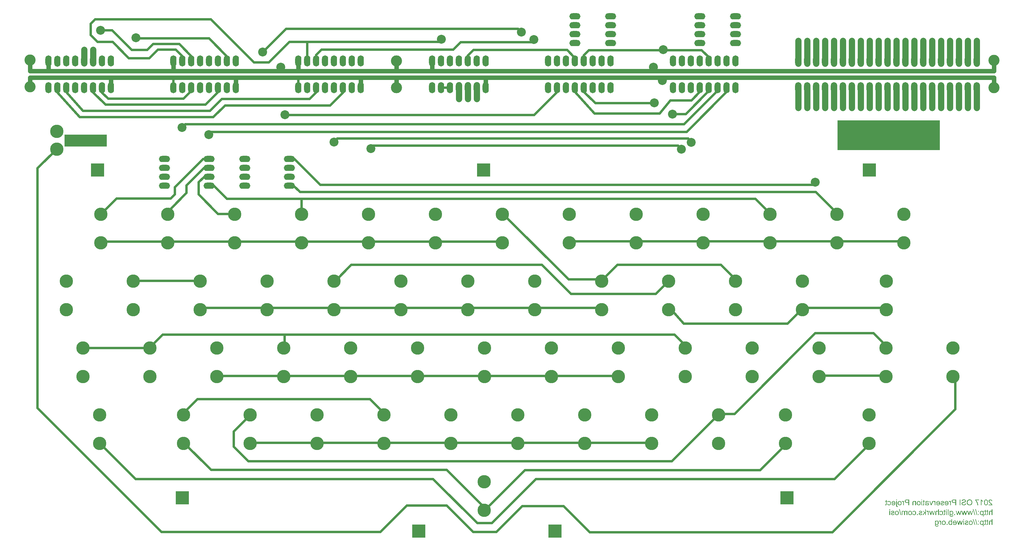
<source format=gbl>
G04*
G04 #@! TF.GenerationSoftware,Altium Limited,Altium Designer,18.1.9 (240)*
G04*
G04 Layer_Physical_Order=2*
G04 Layer_Color=16711680*
%FSLAX25Y25*%
%MOIN*%
G70*
G01*
G75*
%ADD20C,0.02500*%
%ADD21C,0.07000*%
%ADD22C,0.05000*%
%ADD24C,0.15000*%
%ADD25O,0.07000X0.12500*%
%ADD26C,0.10000*%
%ADD27R,0.15000X0.15000*%
%ADD28O,0.12500X0.07000*%
%ADD29C,0.12500*%
%ADD30C,0.05000*%
%ADD31R,0.47500X0.13500*%
%ADD32R,1.14500X0.33500*%
G36*
X1061599Y104743D02*
X1060814D01*
Y105644D01*
X1061599D01*
Y104743D01*
D02*
G37*
G36*
X1033315Y104734D02*
X1032530D01*
Y105644D01*
X1033315D01*
Y104734D01*
D02*
G37*
G36*
X1138300Y105663D02*
X1138457Y105649D01*
X1138605Y105625D01*
X1138744Y105593D01*
X1138873Y105556D01*
X1138993Y105515D01*
X1139099Y105473D01*
X1139201Y105431D01*
X1139289Y105385D01*
X1139367Y105344D01*
X1139432Y105302D01*
X1139487Y105265D01*
X1139529Y105237D01*
X1139561Y105210D01*
X1139580Y105196D01*
X1139585Y105191D01*
X1139682Y105099D01*
X1139765Y104997D01*
X1139843Y104891D01*
X1139908Y104780D01*
X1139968Y104665D01*
X1140019Y104549D01*
X1140060Y104438D01*
X1140097Y104327D01*
X1140125Y104226D01*
X1140148Y104129D01*
X1140167Y104041D01*
X1140180Y103967D01*
X1140194Y103907D01*
X1140199Y103861D01*
Y103842D01*
X1140203Y103828D01*
Y103824D01*
Y103819D01*
X1139395Y103736D01*
X1139390Y103847D01*
X1139381Y103948D01*
X1139363Y104045D01*
X1139344Y104138D01*
X1139316Y104221D01*
X1139289Y104295D01*
X1139256Y104369D01*
X1139224Y104429D01*
X1139196Y104484D01*
X1139164Y104535D01*
X1139136Y104577D01*
X1139109Y104614D01*
X1139090Y104637D01*
X1139072Y104660D01*
X1139062Y104669D01*
X1139058Y104674D01*
X1138993Y104734D01*
X1138919Y104785D01*
X1138845Y104831D01*
X1138771Y104873D01*
X1138693Y104905D01*
X1138619Y104932D01*
X1138545Y104956D01*
X1138476Y104974D01*
X1138406Y104988D01*
X1138346Y104997D01*
X1138291Y105007D01*
X1138240Y105011D01*
X1138203Y105016D01*
X1138148D01*
X1138051Y105011D01*
X1137958Y105002D01*
X1137870Y104988D01*
X1137787Y104965D01*
X1137713Y104942D01*
X1137640Y104914D01*
X1137575Y104886D01*
X1137515Y104854D01*
X1137464Y104826D01*
X1137418Y104794D01*
X1137376Y104766D01*
X1137344Y104743D01*
X1137316Y104720D01*
X1137298Y104706D01*
X1137288Y104697D01*
X1137284Y104692D01*
X1137224Y104632D01*
X1137173Y104568D01*
X1137127Y104503D01*
X1137090Y104434D01*
X1137057Y104369D01*
X1137030Y104304D01*
X1137006Y104239D01*
X1136988Y104180D01*
X1136974Y104124D01*
X1136965Y104073D01*
X1136956Y104027D01*
X1136951Y103985D01*
X1136946Y103953D01*
Y103930D01*
Y103911D01*
Y103907D01*
X1136951Y103824D01*
X1136960Y103741D01*
X1136979Y103657D01*
X1137002Y103574D01*
X1137062Y103413D01*
X1137099Y103339D01*
X1137131Y103269D01*
X1137164Y103205D01*
X1137201Y103145D01*
X1137228Y103094D01*
X1137256Y103048D01*
X1137284Y103015D01*
X1137302Y102988D01*
X1137311Y102969D01*
X1137316Y102964D01*
X1137390Y102867D01*
X1137482Y102761D01*
X1137579Y102655D01*
X1137690Y102544D01*
X1137801Y102428D01*
X1137921Y102318D01*
X1138037Y102207D01*
X1138157Y102101D01*
X1138268Y101999D01*
X1138374Y101906D01*
X1138466Y101819D01*
X1138554Y101749D01*
X1138624Y101689D01*
X1138651Y101666D01*
X1138674Y101643D01*
X1138693Y101629D01*
X1138707Y101615D01*
X1138716Y101611D01*
X1138721Y101606D01*
X1138841Y101505D01*
X1138956Y101408D01*
X1139062Y101315D01*
X1139164Y101227D01*
X1139256Y101139D01*
X1139340Y101061D01*
X1139414Y100987D01*
X1139483Y100918D01*
X1139548Y100858D01*
X1139598Y100802D01*
X1139645Y100756D01*
X1139682Y100715D01*
X1139709Y100682D01*
X1139728Y100659D01*
X1139742Y100645D01*
X1139746Y100641D01*
X1139871Y100484D01*
X1139977Y100331D01*
X1140065Y100188D01*
X1140106Y100123D01*
X1140139Y100058D01*
X1140167Y100003D01*
X1140194Y99952D01*
X1140217Y99906D01*
X1140231Y99864D01*
X1140245Y99832D01*
X1140254Y99809D01*
X1140264Y99795D01*
Y99791D01*
X1140296Y99694D01*
X1140319Y99596D01*
X1140333Y99504D01*
X1140342Y99426D01*
X1140347Y99352D01*
X1140351Y99324D01*
Y99296D01*
Y99278D01*
Y99264D01*
Y99255D01*
Y99250D01*
X1136129D01*
Y100003D01*
X1139261D01*
X1139210Y100082D01*
X1139155Y100160D01*
X1139099Y100229D01*
X1139049Y100294D01*
X1139002Y100345D01*
X1138965Y100387D01*
X1138942Y100414D01*
X1138933Y100423D01*
X1138892Y100470D01*
X1138836Y100520D01*
X1138776Y100576D01*
X1138707Y100641D01*
X1138633Y100705D01*
X1138559Y100775D01*
X1138402Y100909D01*
X1138328Y100973D01*
X1138258Y101033D01*
X1138198Y101089D01*
X1138138Y101135D01*
X1138092Y101177D01*
X1138060Y101204D01*
X1138037Y101227D01*
X1138027Y101232D01*
X1137875Y101361D01*
X1137732Y101486D01*
X1137603Y101602D01*
X1137482Y101708D01*
X1137372Y101809D01*
X1137274Y101902D01*
X1137182Y101985D01*
X1137103Y102059D01*
X1137034Y102128D01*
X1136979Y102188D01*
X1136928Y102239D01*
X1136886Y102281D01*
X1136854Y102313D01*
X1136836Y102336D01*
X1136822Y102350D01*
X1136817Y102355D01*
X1136752Y102433D01*
X1136688Y102507D01*
X1136632Y102581D01*
X1136582Y102650D01*
X1136489Y102784D01*
X1136452Y102844D01*
X1136420Y102900D01*
X1136387Y102951D01*
X1136364Y102997D01*
X1136341Y103038D01*
X1136327Y103071D01*
X1136314Y103098D01*
X1136304Y103117D01*
X1136295Y103131D01*
Y103135D01*
X1136244Y103274D01*
X1136203Y103408D01*
X1136175Y103537D01*
X1136156Y103653D01*
X1136152Y103704D01*
X1136147Y103750D01*
X1136143Y103787D01*
X1136138Y103824D01*
Y103851D01*
Y103870D01*
Y103884D01*
Y103888D01*
X1136143Y104027D01*
X1136161Y104161D01*
X1136189Y104286D01*
X1136221Y104406D01*
X1136263Y104517D01*
X1136309Y104623D01*
X1136360Y104720D01*
X1136406Y104808D01*
X1136457Y104886D01*
X1136508Y104956D01*
X1136554Y105016D01*
X1136595Y105062D01*
X1136628Y105104D01*
X1136655Y105131D01*
X1136674Y105150D01*
X1136679Y105154D01*
X1136785Y105247D01*
X1136896Y105325D01*
X1137011Y105390D01*
X1137131Y105450D01*
X1137251Y105501D01*
X1137376Y105542D01*
X1137492Y105575D01*
X1137607Y105602D01*
X1137713Y105625D01*
X1137815Y105639D01*
X1137903Y105653D01*
X1137981Y105658D01*
X1138046Y105663D01*
X1138092Y105667D01*
X1138134D01*
X1138300Y105663D01*
D02*
G37*
G36*
X1127914Y105589D02*
X1127960Y105510D01*
X1128067Y105358D01*
X1128182Y105214D01*
X1128242Y105145D01*
X1128298Y105080D01*
X1128353Y105025D01*
X1128404Y104970D01*
X1128450Y104923D01*
X1128492Y104882D01*
X1128524Y104849D01*
X1128547Y104826D01*
X1128566Y104812D01*
X1128570Y104808D01*
X1128760Y104651D01*
X1128959Y104508D01*
X1129152Y104378D01*
X1129245Y104323D01*
X1129333Y104267D01*
X1129411Y104221D01*
X1129485Y104180D01*
X1129554Y104142D01*
X1129610Y104115D01*
X1129656Y104092D01*
X1129693Y104073D01*
X1129712Y104064D01*
X1129721Y104059D01*
Y103302D01*
X1129582Y103357D01*
X1129439Y103422D01*
X1129300Y103487D01*
X1129171Y103551D01*
X1129116Y103584D01*
X1129060Y103611D01*
X1129014Y103639D01*
X1128977Y103662D01*
X1128945Y103676D01*
X1128917Y103690D01*
X1128903Y103699D01*
X1128898Y103704D01*
X1128732Y103805D01*
X1128658Y103856D01*
X1128584Y103902D01*
X1128520Y103953D01*
X1128459Y103995D01*
X1128404Y104041D01*
X1128349Y104078D01*
X1128307Y104115D01*
X1128265Y104147D01*
X1128228Y104180D01*
X1128201Y104203D01*
X1128178Y104221D01*
X1128164Y104235D01*
X1128155Y104244D01*
X1128150Y104249D01*
Y99250D01*
X1127365D01*
Y105667D01*
X1127873D01*
X1127914Y105589D01*
D02*
G37*
G36*
X1067309Y103976D02*
X1067411Y103972D01*
X1067508Y103958D01*
X1067600Y103948D01*
X1067688Y103935D01*
X1067771Y103916D01*
X1067845Y103902D01*
X1067910Y103888D01*
X1067970Y103870D01*
X1068021Y103856D01*
X1068067Y103847D01*
X1068099Y103833D01*
X1068127Y103828D01*
X1068141Y103819D01*
X1068145D01*
X1068229Y103787D01*
X1068307Y103754D01*
X1068376Y103718D01*
X1068446Y103676D01*
X1068506Y103639D01*
X1068561Y103602D01*
X1068617Y103560D01*
X1068663Y103523D01*
X1068704Y103491D01*
X1068737Y103459D01*
X1068769Y103426D01*
X1068792Y103403D01*
X1068815Y103380D01*
X1068829Y103366D01*
X1068834Y103357D01*
X1068838Y103352D01*
X1068922Y103232D01*
X1068991Y103098D01*
X1069051Y102969D01*
X1069097Y102840D01*
X1069120Y102784D01*
X1069134Y102729D01*
X1069148Y102683D01*
X1069162Y102641D01*
X1069171Y102604D01*
X1069176Y102581D01*
X1069180Y102562D01*
Y102558D01*
X1068413Y102452D01*
X1068390Y102539D01*
X1068363Y102622D01*
X1068330Y102697D01*
X1068298Y102766D01*
X1068270Y102826D01*
X1068238Y102881D01*
X1068206Y102932D01*
X1068173Y102978D01*
X1068141Y103015D01*
X1068113Y103048D01*
X1068090Y103075D01*
X1068067Y103098D01*
X1068048Y103112D01*
X1068034Y103126D01*
X1068030Y103135D01*
X1068025D01*
X1067974Y103172D01*
X1067914Y103200D01*
X1067785Y103251D01*
X1067651Y103288D01*
X1067517Y103311D01*
X1067457Y103315D01*
X1067397Y103325D01*
X1067346Y103329D01*
X1067300D01*
X1067258Y103334D01*
X1067208D01*
X1067101Y103329D01*
X1067000Y103325D01*
X1066907Y103311D01*
X1066819Y103292D01*
X1066736Y103274D01*
X1066667Y103251D01*
X1066598Y103223D01*
X1066538Y103200D01*
X1066487Y103177D01*
X1066441Y103149D01*
X1066404Y103126D01*
X1066371Y103108D01*
X1066348Y103089D01*
X1066330Y103080D01*
X1066321Y103071D01*
X1066316Y103066D01*
X1066274Y103024D01*
X1066242Y102983D01*
X1066210Y102932D01*
X1066187Y102881D01*
X1066145Y102766D01*
X1066117Y102655D01*
X1066103Y102553D01*
X1066094Y102507D01*
Y102470D01*
X1066090Y102438D01*
Y102415D01*
Y102396D01*
Y102392D01*
Y102368D01*
Y102341D01*
Y102271D01*
X1066094Y102239D01*
Y102216D01*
Y102198D01*
Y102188D01*
X1066187Y102161D01*
X1066284Y102133D01*
X1066390Y102105D01*
X1066505Y102077D01*
X1066736Y102031D01*
X1066852Y102013D01*
X1066963Y101994D01*
X1067069Y101976D01*
X1067171Y101962D01*
X1067258Y101948D01*
X1067337Y101934D01*
X1067402Y101929D01*
X1067452Y101920D01*
X1067471D01*
X1067485Y101916D01*
X1067494D01*
X1067577Y101906D01*
X1067656Y101897D01*
X1067730Y101883D01*
X1067799Y101874D01*
X1067864Y101865D01*
X1067919Y101856D01*
X1067970Y101846D01*
X1068016Y101837D01*
X1068058Y101828D01*
X1068095Y101823D01*
X1068122Y101814D01*
X1068150Y101809D01*
X1068169Y101805D01*
X1068182D01*
X1068187Y101800D01*
X1068192D01*
X1068307Y101763D01*
X1068413Y101722D01*
X1068510Y101680D01*
X1068594Y101638D01*
X1068663Y101602D01*
X1068691Y101583D01*
X1068714Y101569D01*
X1068732Y101560D01*
X1068746Y101551D01*
X1068755Y101541D01*
X1068760D01*
X1068848Y101472D01*
X1068926Y101398D01*
X1068995Y101324D01*
X1069056Y101250D01*
X1069102Y101186D01*
X1069134Y101135D01*
X1069148Y101116D01*
X1069153Y101102D01*
X1069162Y101093D01*
Y101089D01*
X1069213Y100982D01*
X1069250Y100876D01*
X1069277Y100770D01*
X1069296Y100678D01*
X1069305Y100594D01*
X1069310Y100557D01*
Y100530D01*
X1069314Y100502D01*
Y100484D01*
Y100474D01*
Y100470D01*
X1069310Y100363D01*
X1069296Y100262D01*
X1069277Y100169D01*
X1069250Y100077D01*
X1069222Y99994D01*
X1069185Y99915D01*
X1069148Y99841D01*
X1069111Y99777D01*
X1069074Y99717D01*
X1069037Y99666D01*
X1069000Y99624D01*
X1068972Y99587D01*
X1068945Y99555D01*
X1068926Y99536D01*
X1068912Y99523D01*
X1068908Y99518D01*
X1068825Y99453D01*
X1068741Y99398D01*
X1068644Y99347D01*
X1068552Y99305D01*
X1068455Y99268D01*
X1068353Y99241D01*
X1068261Y99213D01*
X1068169Y99195D01*
X1068081Y99181D01*
X1067998Y99167D01*
X1067924Y99158D01*
X1067859Y99153D01*
X1067808D01*
X1067767Y99148D01*
X1067734D01*
X1067563Y99153D01*
X1067406Y99171D01*
X1067258Y99195D01*
X1067189Y99208D01*
X1067129Y99222D01*
X1067074Y99236D01*
X1067023Y99250D01*
X1066977Y99264D01*
X1066940Y99273D01*
X1066912Y99282D01*
X1066889Y99291D01*
X1066875Y99296D01*
X1066870D01*
X1066796Y99329D01*
X1066718Y99361D01*
X1066570Y99444D01*
X1066427Y99532D01*
X1066362Y99573D01*
X1066297Y99615D01*
X1066242Y99656D01*
X1066191Y99698D01*
X1066145Y99730D01*
X1066103Y99763D01*
X1066071Y99786D01*
X1066048Y99804D01*
X1066034Y99818D01*
X1066029Y99823D01*
X1066011Y99703D01*
X1065993Y99596D01*
X1065965Y99499D01*
X1065937Y99412D01*
X1065909Y99347D01*
X1065900Y99315D01*
X1065886Y99291D01*
X1065882Y99273D01*
X1065872Y99259D01*
X1065868Y99255D01*
Y99250D01*
X1065050D01*
X1065101Y99352D01*
X1065147Y99449D01*
X1065179Y99541D01*
X1065207Y99624D01*
X1065230Y99698D01*
X1065235Y99730D01*
X1065244Y99753D01*
X1065249Y99777D01*
Y99791D01*
X1065253Y99800D01*
Y99804D01*
X1065258Y99832D01*
X1065263Y99869D01*
X1065267Y99948D01*
X1065276Y100040D01*
X1065281Y100142D01*
X1065286Y100257D01*
X1065290Y100373D01*
X1065295Y100608D01*
Y100719D01*
Y100830D01*
X1065300Y100927D01*
Y101015D01*
Y101089D01*
Y101116D01*
Y101144D01*
Y101163D01*
Y101177D01*
Y101186D01*
Y101190D01*
Y102234D01*
Y102327D01*
Y102415D01*
X1065304Y102493D01*
Y102567D01*
X1065309Y102632D01*
X1065313Y102692D01*
X1065318Y102743D01*
Y102789D01*
X1065323Y102830D01*
X1065327Y102863D01*
X1065332Y102895D01*
X1065336Y102918D01*
Y102932D01*
X1065341Y102946D01*
Y102955D01*
X1065373Y103071D01*
X1065410Y103177D01*
X1065447Y103265D01*
X1065489Y103343D01*
X1065526Y103408D01*
X1065558Y103454D01*
X1065567Y103468D01*
X1065577Y103482D01*
X1065586Y103487D01*
Y103491D01*
X1065660Y103570D01*
X1065743Y103634D01*
X1065835Y103694D01*
X1065923Y103745D01*
X1066006Y103787D01*
X1066039Y103805D01*
X1066071Y103819D01*
X1066094Y103828D01*
X1066113Y103838D01*
X1066127Y103842D01*
X1066131D01*
X1066200Y103865D01*
X1066279Y103888D01*
X1066436Y103925D01*
X1066598Y103948D01*
X1066750Y103967D01*
X1066819Y103972D01*
X1066884Y103976D01*
X1066944Y103981D01*
X1066995Y103985D01*
X1067092D01*
X1067309Y103976D01*
D02*
G37*
G36*
X1072234Y99250D02*
X1071500D01*
X1069744Y103884D01*
X1070552D01*
X1071583Y101056D01*
X1071647Y100872D01*
X1071680Y100784D01*
X1071707Y100701D01*
X1071731Y100622D01*
X1071754Y100548D01*
X1071777Y100484D01*
X1071795Y100423D01*
X1071814Y100368D01*
X1071832Y100317D01*
X1071841Y100276D01*
X1071855Y100239D01*
X1071865Y100211D01*
X1071869Y100192D01*
X1071874Y100179D01*
Y100174D01*
X1071925Y100354D01*
X1071975Y100525D01*
X1072026Y100682D01*
X1072049Y100756D01*
X1072072Y100821D01*
X1072091Y100885D01*
X1072109Y100941D01*
X1072128Y100987D01*
X1072142Y101029D01*
X1072156Y101061D01*
X1072160Y101089D01*
X1072169Y101102D01*
Y101107D01*
X1073163Y103884D01*
X1073990D01*
X1072234Y99250D01*
D02*
G37*
G36*
X1063937Y105029D02*
Y103884D01*
X1064519D01*
Y103274D01*
X1063937D01*
Y100604D01*
Y100479D01*
X1063932Y100359D01*
X1063927Y100257D01*
X1063923Y100160D01*
X1063914Y100077D01*
X1063909Y99998D01*
X1063900Y99934D01*
X1063890Y99874D01*
X1063881Y99823D01*
X1063872Y99781D01*
X1063867Y99749D01*
X1063858Y99721D01*
X1063853Y99698D01*
X1063849Y99684D01*
X1063844Y99680D01*
Y99675D01*
X1063803Y99596D01*
X1063752Y99527D01*
X1063696Y99467D01*
X1063641Y99416D01*
X1063590Y99379D01*
X1063548Y99347D01*
X1063521Y99329D01*
X1063516Y99324D01*
X1063511D01*
X1063414Y99278D01*
X1063308Y99245D01*
X1063197Y99222D01*
X1063091Y99208D01*
X1062999Y99199D01*
X1062957Y99195D01*
X1062920Y99190D01*
X1062851D01*
X1062749Y99195D01*
X1062648Y99199D01*
X1062546Y99213D01*
X1062454Y99227D01*
X1062375Y99236D01*
X1062338Y99245D01*
X1062310Y99250D01*
X1062287Y99255D01*
X1062269D01*
X1062259Y99259D01*
X1062255D01*
X1062370Y99952D01*
X1062444Y99943D01*
X1062514Y99938D01*
X1062574Y99929D01*
X1062620D01*
X1062661Y99924D01*
X1062712D01*
X1062772Y99929D01*
X1062828Y99934D01*
X1062874Y99943D01*
X1062911Y99952D01*
X1062943Y99961D01*
X1062962Y99971D01*
X1062976Y99980D01*
X1062980D01*
X1063013Y100003D01*
X1063040Y100026D01*
X1063082Y100077D01*
X1063096Y100100D01*
X1063105Y100119D01*
X1063114Y100128D01*
Y100132D01*
X1063119Y100155D01*
X1063128Y100179D01*
X1063137Y100239D01*
X1063142Y100312D01*
X1063147Y100382D01*
X1063151Y100451D01*
Y100507D01*
Y100530D01*
Y100548D01*
Y100557D01*
Y100562D01*
Y103274D01*
X1062370D01*
Y103884D01*
X1063151D01*
Y105501D01*
X1063937Y105029D01*
D02*
G37*
G36*
X1021747Y105029D02*
Y103884D01*
X1022329D01*
Y103274D01*
X1021747D01*
Y100604D01*
Y100479D01*
X1021742Y100359D01*
X1021737Y100257D01*
X1021733Y100160D01*
X1021724Y100077D01*
X1021719Y99998D01*
X1021710Y99934D01*
X1021700Y99874D01*
X1021691Y99823D01*
X1021682Y99781D01*
X1021677Y99749D01*
X1021668Y99721D01*
X1021664Y99698D01*
X1021659Y99684D01*
X1021654Y99680D01*
Y99675D01*
X1021613Y99596D01*
X1021562Y99527D01*
X1021507Y99467D01*
X1021451Y99416D01*
X1021400Y99379D01*
X1021359Y99347D01*
X1021331Y99329D01*
X1021326Y99324D01*
X1021322D01*
X1021225Y99278D01*
X1021118Y99245D01*
X1021008Y99222D01*
X1020901Y99208D01*
X1020809Y99199D01*
X1020767Y99195D01*
X1020730Y99190D01*
X1020661D01*
X1020559Y99195D01*
X1020458Y99199D01*
X1020356Y99213D01*
X1020264Y99227D01*
X1020185Y99236D01*
X1020148Y99245D01*
X1020121Y99250D01*
X1020097Y99255D01*
X1020079D01*
X1020070Y99259D01*
X1020065D01*
X1020181Y99952D01*
X1020255Y99943D01*
X1020324Y99938D01*
X1020384Y99929D01*
X1020430D01*
X1020472Y99924D01*
X1020522D01*
X1020582Y99929D01*
X1020638Y99934D01*
X1020684Y99943D01*
X1020721Y99952D01*
X1020753Y99961D01*
X1020772Y99971D01*
X1020786Y99980D01*
X1020790D01*
X1020823Y100003D01*
X1020850Y100026D01*
X1020892Y100077D01*
X1020906Y100100D01*
X1020915Y100119D01*
X1020924Y100128D01*
Y100132D01*
X1020929Y100155D01*
X1020938Y100179D01*
X1020947Y100239D01*
X1020952Y100312D01*
X1020957Y100382D01*
X1020961Y100451D01*
Y100507D01*
Y100530D01*
Y100548D01*
Y100557D01*
Y100562D01*
Y103274D01*
X1020181D01*
Y103884D01*
X1020961D01*
Y105501D01*
X1021747Y105029D01*
D02*
G37*
G36*
X1089166Y103976D02*
X1089333Y103958D01*
X1089490Y103925D01*
X1089642Y103884D01*
X1089781Y103838D01*
X1089906Y103782D01*
X1090026Y103722D01*
X1090132Y103662D01*
X1090229Y103602D01*
X1090312Y103542D01*
X1090382Y103491D01*
X1090442Y103440D01*
X1090492Y103399D01*
X1090525Y103366D01*
X1090543Y103348D01*
X1090552Y103339D01*
X1090659Y103214D01*
X1090751Y103075D01*
X1090830Y102932D01*
X1090899Y102784D01*
X1090959Y102632D01*
X1091005Y102479D01*
X1091047Y102331D01*
X1091079Y102193D01*
X1091102Y102054D01*
X1091121Y101929D01*
X1091134Y101819D01*
X1091144Y101722D01*
X1091148Y101675D01*
Y101638D01*
Y101606D01*
X1091153Y101578D01*
Y101555D01*
Y101541D01*
Y101532D01*
Y101528D01*
X1091148Y101320D01*
X1091125Y101126D01*
X1091098Y100945D01*
X1091061Y100775D01*
X1091014Y100617D01*
X1090964Y100474D01*
X1090913Y100345D01*
X1090857Y100225D01*
X1090802Y100119D01*
X1090746Y100031D01*
X1090700Y99952D01*
X1090654Y99888D01*
X1090617Y99837D01*
X1090585Y99800D01*
X1090566Y99781D01*
X1090562Y99772D01*
X1090446Y99661D01*
X1090321Y99564D01*
X1090192Y99481D01*
X1090058Y99412D01*
X1089924Y99352D01*
X1089790Y99301D01*
X1089656Y99259D01*
X1089531Y99227D01*
X1089411Y99199D01*
X1089300Y99181D01*
X1089203Y99167D01*
X1089116Y99158D01*
X1089046Y99153D01*
X1089019D01*
X1088995Y99148D01*
X1088949D01*
X1088801Y99153D01*
X1088658Y99167D01*
X1088524Y99185D01*
X1088400Y99208D01*
X1088284Y99241D01*
X1088173Y99273D01*
X1088076Y99310D01*
X1087984Y99347D01*
X1087901Y99379D01*
X1087831Y99416D01*
X1087766Y99449D01*
X1087716Y99481D01*
X1087674Y99504D01*
X1087646Y99523D01*
X1087628Y99536D01*
X1087623Y99541D01*
X1087531Y99620D01*
X1087443Y99703D01*
X1087365Y99791D01*
X1087295Y99878D01*
X1087231Y99971D01*
X1087171Y100063D01*
X1087120Y100155D01*
X1087074Y100239D01*
X1087032Y100322D01*
X1087000Y100400D01*
X1086972Y100470D01*
X1086949Y100530D01*
X1086935Y100576D01*
X1086921Y100613D01*
X1086912Y100636D01*
Y100645D01*
X1087720Y100751D01*
X1087757Y100659D01*
X1087794Y100576D01*
X1087831Y100497D01*
X1087873Y100423D01*
X1087914Y100359D01*
X1087951Y100299D01*
X1087993Y100248D01*
X1088030Y100197D01*
X1088067Y100155D01*
X1088099Y100119D01*
X1088127Y100091D01*
X1088155Y100063D01*
X1088178Y100045D01*
X1088192Y100031D01*
X1088201Y100026D01*
X1088206Y100022D01*
X1088266Y99980D01*
X1088326Y99948D01*
X1088386Y99915D01*
X1088450Y99892D01*
X1088575Y99850D01*
X1088691Y99823D01*
X1088741Y99814D01*
X1088792Y99809D01*
X1088834Y99804D01*
X1088871Y99800D01*
X1088903Y99795D01*
X1088945D01*
X1089051Y99800D01*
X1089153Y99814D01*
X1089250Y99832D01*
X1089342Y99860D01*
X1089430Y99888D01*
X1089508Y99924D01*
X1089582Y99957D01*
X1089647Y99998D01*
X1089707Y100035D01*
X1089762Y100072D01*
X1089809Y100105D01*
X1089846Y100132D01*
X1089873Y100160D01*
X1089896Y100179D01*
X1089910Y100192D01*
X1089915Y100197D01*
X1089984Y100276D01*
X1090044Y100363D01*
X1090100Y100456D01*
X1090146Y100553D01*
X1090187Y100650D01*
X1090220Y100747D01*
X1090252Y100839D01*
X1090275Y100936D01*
X1090294Y101024D01*
X1090312Y101102D01*
X1090321Y101177D01*
X1090331Y101241D01*
X1090340Y101292D01*
Y101334D01*
X1090345Y101357D01*
Y101366D01*
X1086889D01*
Y101417D01*
X1086884Y101458D01*
Y101491D01*
Y101523D01*
Y101546D01*
Y101560D01*
Y101569D01*
Y101574D01*
X1086889Y101782D01*
X1086907Y101980D01*
X1086940Y102165D01*
X1086977Y102336D01*
X1087023Y102493D01*
X1087069Y102641D01*
X1087124Y102775D01*
X1087180Y102895D01*
X1087235Y103001D01*
X1087286Y103094D01*
X1087337Y103172D01*
X1087383Y103237D01*
X1087420Y103288D01*
X1087448Y103325D01*
X1087471Y103343D01*
X1087475Y103352D01*
X1087591Y103463D01*
X1087711Y103560D01*
X1087831Y103648D01*
X1087961Y103718D01*
X1088085Y103782D01*
X1088215Y103833D01*
X1088335Y103875D01*
X1088455Y103907D01*
X1088566Y103935D01*
X1088667Y103953D01*
X1088755Y103967D01*
X1088838Y103976D01*
X1088903Y103981D01*
X1088949Y103985D01*
X1088991D01*
X1089166Y103976D01*
D02*
G37*
G36*
X1079732D02*
X1079899Y103958D01*
X1080056Y103925D01*
X1080208Y103884D01*
X1080347Y103838D01*
X1080472Y103782D01*
X1080592Y103722D01*
X1080698Y103662D01*
X1080795Y103602D01*
X1080878Y103542D01*
X1080947Y103491D01*
X1081007Y103440D01*
X1081058Y103399D01*
X1081091Y103366D01*
X1081109Y103348D01*
X1081118Y103339D01*
X1081225Y103214D01*
X1081317Y103075D01*
X1081396Y102932D01*
X1081465Y102784D01*
X1081525Y102632D01*
X1081571Y102479D01*
X1081613Y102331D01*
X1081645Y102193D01*
X1081668Y102054D01*
X1081687Y101929D01*
X1081701Y101819D01*
X1081710Y101722D01*
X1081714Y101675D01*
Y101638D01*
Y101606D01*
X1081719Y101578D01*
Y101555D01*
Y101541D01*
Y101532D01*
Y101528D01*
X1081714Y101320D01*
X1081691Y101126D01*
X1081664Y100945D01*
X1081627Y100775D01*
X1081580Y100617D01*
X1081530Y100474D01*
X1081479Y100345D01*
X1081423Y100225D01*
X1081368Y100119D01*
X1081312Y100031D01*
X1081266Y99952D01*
X1081220Y99888D01*
X1081183Y99837D01*
X1081151Y99800D01*
X1081132Y99781D01*
X1081128Y99772D01*
X1081012Y99661D01*
X1080887Y99564D01*
X1080758Y99481D01*
X1080624Y99412D01*
X1080490Y99352D01*
X1080356Y99301D01*
X1080222Y99259D01*
X1080097Y99227D01*
X1079977Y99199D01*
X1079866Y99181D01*
X1079769Y99167D01*
X1079682Y99158D01*
X1079612Y99153D01*
X1079585D01*
X1079561Y99148D01*
X1079515D01*
X1079367Y99153D01*
X1079224Y99167D01*
X1079090Y99185D01*
X1078965Y99208D01*
X1078850Y99241D01*
X1078739Y99273D01*
X1078642Y99310D01*
X1078550Y99347D01*
X1078467Y99379D01*
X1078397Y99416D01*
X1078333Y99449D01*
X1078282Y99481D01*
X1078240Y99504D01*
X1078212Y99523D01*
X1078194Y99536D01*
X1078189Y99541D01*
X1078097Y99620D01*
X1078009Y99703D01*
X1077931Y99791D01*
X1077861Y99878D01*
X1077797Y99971D01*
X1077736Y100063D01*
X1077686Y100155D01*
X1077639Y100239D01*
X1077598Y100322D01*
X1077566Y100400D01*
X1077538Y100470D01*
X1077515Y100530D01*
X1077501Y100576D01*
X1077487Y100613D01*
X1077478Y100636D01*
Y100645D01*
X1078286Y100751D01*
X1078323Y100659D01*
X1078360Y100576D01*
X1078397Y100497D01*
X1078439Y100423D01*
X1078480Y100359D01*
X1078517Y100299D01*
X1078559Y100248D01*
X1078596Y100197D01*
X1078633Y100155D01*
X1078665Y100119D01*
X1078693Y100091D01*
X1078721Y100063D01*
X1078744Y100045D01*
X1078758Y100031D01*
X1078767Y100026D01*
X1078771Y100022D01*
X1078831Y99980D01*
X1078891Y99948D01*
X1078952Y99915D01*
X1079016Y99892D01*
X1079141Y99850D01*
X1079257Y99823D01*
X1079307Y99814D01*
X1079358Y99809D01*
X1079400Y99804D01*
X1079437Y99800D01*
X1079469Y99795D01*
X1079511D01*
X1079617Y99800D01*
X1079718Y99814D01*
X1079815Y99832D01*
X1079908Y99860D01*
X1079996Y99888D01*
X1080074Y99924D01*
X1080148Y99957D01*
X1080213Y99998D01*
X1080273Y100035D01*
X1080328Y100072D01*
X1080375Y100105D01*
X1080412Y100132D01*
X1080439Y100160D01*
X1080462Y100179D01*
X1080476Y100192D01*
X1080481Y100197D01*
X1080550Y100276D01*
X1080610Y100363D01*
X1080666Y100456D01*
X1080712Y100553D01*
X1080753Y100650D01*
X1080786Y100747D01*
X1080818Y100839D01*
X1080841Y100936D01*
X1080860Y101024D01*
X1080878Y101102D01*
X1080887Y101177D01*
X1080897Y101241D01*
X1080906Y101292D01*
Y101334D01*
X1080910Y101357D01*
Y101366D01*
X1077455D01*
Y101417D01*
X1077450Y101458D01*
Y101491D01*
Y101523D01*
Y101546D01*
Y101560D01*
Y101569D01*
Y101574D01*
X1077455Y101782D01*
X1077473Y101980D01*
X1077505Y102165D01*
X1077542Y102336D01*
X1077589Y102493D01*
X1077635Y102641D01*
X1077690Y102775D01*
X1077746Y102895D01*
X1077801Y103001D01*
X1077852Y103094D01*
X1077903Y103172D01*
X1077949Y103237D01*
X1077986Y103288D01*
X1078014Y103325D01*
X1078037Y103343D01*
X1078041Y103352D01*
X1078157Y103463D01*
X1078277Y103560D01*
X1078397Y103648D01*
X1078526Y103718D01*
X1078651Y103782D01*
X1078781Y103833D01*
X1078901Y103875D01*
X1079021Y103907D01*
X1079132Y103935D01*
X1079233Y103953D01*
X1079321Y103967D01*
X1079404Y103976D01*
X1079469Y103981D01*
X1079515Y103985D01*
X1079557D01*
X1079732Y103976D01*
D02*
G37*
G36*
X1029601Y103976D02*
X1029767Y103958D01*
X1029924Y103925D01*
X1030077Y103884D01*
X1030215Y103838D01*
X1030340Y103782D01*
X1030460Y103722D01*
X1030566Y103662D01*
X1030663Y103602D01*
X1030746Y103542D01*
X1030816Y103491D01*
X1030876Y103440D01*
X1030927Y103399D01*
X1030959Y103366D01*
X1030978Y103348D01*
X1030987Y103339D01*
X1031093Y103214D01*
X1031185Y103075D01*
X1031264Y102932D01*
X1031333Y102784D01*
X1031393Y102632D01*
X1031439Y102479D01*
X1031481Y102331D01*
X1031513Y102193D01*
X1031536Y102054D01*
X1031555Y101929D01*
X1031569Y101819D01*
X1031578Y101722D01*
X1031583Y101675D01*
Y101638D01*
Y101606D01*
X1031587Y101578D01*
Y101555D01*
Y101541D01*
Y101532D01*
Y101528D01*
X1031583Y101320D01*
X1031560Y101126D01*
X1031532Y100945D01*
X1031495Y100775D01*
X1031449Y100617D01*
X1031398Y100474D01*
X1031347Y100345D01*
X1031292Y100225D01*
X1031236Y100119D01*
X1031181Y100031D01*
X1031135Y99952D01*
X1031088Y99888D01*
X1031051Y99837D01*
X1031019Y99800D01*
X1031001Y99781D01*
X1030996Y99772D01*
X1030881Y99661D01*
X1030756Y99564D01*
X1030626Y99481D01*
X1030492Y99412D01*
X1030358Y99352D01*
X1030225Y99301D01*
X1030091Y99259D01*
X1029966Y99227D01*
X1029846Y99199D01*
X1029735Y99181D01*
X1029638Y99167D01*
X1029550Y99158D01*
X1029481Y99153D01*
X1029453D01*
X1029430Y99148D01*
X1029384D01*
X1029236Y99153D01*
X1029093Y99167D01*
X1028959Y99185D01*
X1028834Y99208D01*
X1028718Y99241D01*
X1028607Y99273D01*
X1028510Y99310D01*
X1028418Y99347D01*
X1028335Y99379D01*
X1028266Y99416D01*
X1028201Y99449D01*
X1028150Y99481D01*
X1028109Y99504D01*
X1028081Y99523D01*
X1028062Y99536D01*
X1028058Y99541D01*
X1027965Y99620D01*
X1027878Y99703D01*
X1027799Y99791D01*
X1027730Y99878D01*
X1027665Y99971D01*
X1027605Y100063D01*
X1027554Y100155D01*
X1027508Y100239D01*
X1027466Y100322D01*
X1027434Y100400D01*
X1027406Y100470D01*
X1027383Y100530D01*
X1027369Y100576D01*
X1027355Y100613D01*
X1027346Y100636D01*
Y100645D01*
X1028155Y100751D01*
X1028192Y100659D01*
X1028229Y100576D01*
X1028266Y100497D01*
X1028307Y100423D01*
X1028349Y100359D01*
X1028386Y100299D01*
X1028427Y100248D01*
X1028464Y100197D01*
X1028501Y100155D01*
X1028533Y100119D01*
X1028561Y100091D01*
X1028589Y100063D01*
X1028612Y100045D01*
X1028626Y100031D01*
X1028635Y100026D01*
X1028640Y100022D01*
X1028700Y99980D01*
X1028760Y99948D01*
X1028820Y99915D01*
X1028885Y99892D01*
X1029009Y99850D01*
X1029125Y99823D01*
X1029176Y99814D01*
X1029226Y99809D01*
X1029268Y99804D01*
X1029305Y99800D01*
X1029337Y99795D01*
X1029379D01*
X1029485Y99800D01*
X1029587Y99814D01*
X1029684Y99832D01*
X1029776Y99860D01*
X1029864Y99888D01*
X1029943Y99924D01*
X1030017Y99957D01*
X1030081Y99998D01*
X1030141Y100035D01*
X1030197Y100072D01*
X1030243Y100105D01*
X1030280Y100132D01*
X1030308Y100160D01*
X1030331Y100179D01*
X1030345Y100192D01*
X1030349Y100197D01*
X1030418Y100276D01*
X1030478Y100363D01*
X1030534Y100456D01*
X1030580Y100553D01*
X1030622Y100650D01*
X1030654Y100747D01*
X1030686Y100839D01*
X1030709Y100936D01*
X1030728Y101024D01*
X1030746Y101102D01*
X1030756Y101177D01*
X1030765Y101241D01*
X1030774Y101292D01*
Y101333D01*
X1030779Y101357D01*
Y101366D01*
X1027323D01*
Y101417D01*
X1027318Y101458D01*
Y101491D01*
Y101523D01*
Y101546D01*
Y101560D01*
Y101569D01*
Y101574D01*
X1027323Y101782D01*
X1027342Y101980D01*
X1027374Y102165D01*
X1027411Y102336D01*
X1027457Y102493D01*
X1027503Y102641D01*
X1027559Y102775D01*
X1027614Y102895D01*
X1027670Y103001D01*
X1027720Y103094D01*
X1027771Y103172D01*
X1027817Y103237D01*
X1027854Y103288D01*
X1027882Y103325D01*
X1027905Y103343D01*
X1027910Y103352D01*
X1028025Y103463D01*
X1028145Y103560D01*
X1028266Y103648D01*
X1028395Y103718D01*
X1028520Y103782D01*
X1028649Y103833D01*
X1028769Y103875D01*
X1028889Y103907D01*
X1029000Y103935D01*
X1029102Y103953D01*
X1029190Y103967D01*
X1029273Y103976D01*
X1029337Y103981D01*
X1029384Y103985D01*
X1029425D01*
X1029601Y103976D01*
D02*
G37*
G36*
X1024602Y103981D02*
X1024708Y103972D01*
X1024814Y103958D01*
X1024916Y103944D01*
X1025013Y103921D01*
X1025101Y103898D01*
X1025189Y103870D01*
X1025267Y103847D01*
X1025336Y103819D01*
X1025401Y103791D01*
X1025461Y103768D01*
X1025507Y103750D01*
X1025544Y103731D01*
X1025572Y103718D01*
X1025591Y103708D01*
X1025595Y103704D01*
X1025688Y103648D01*
X1025775Y103588D01*
X1025854Y103519D01*
X1025928Y103454D01*
X1025997Y103385D01*
X1026057Y103311D01*
X1026113Y103242D01*
X1026163Y103177D01*
X1026210Y103112D01*
X1026247Y103052D01*
X1026279Y102997D01*
X1026307Y102951D01*
X1026325Y102914D01*
X1026339Y102881D01*
X1026348Y102863D01*
X1026353Y102858D01*
X1026394Y102752D01*
X1026431Y102641D01*
X1026468Y102530D01*
X1026496Y102415D01*
X1026538Y102198D01*
X1026556Y102091D01*
X1026565Y101990D01*
X1026579Y101897D01*
X1026584Y101814D01*
X1026589Y101735D01*
X1026593Y101671D01*
X1026598Y101620D01*
Y101578D01*
Y101555D01*
Y101546D01*
X1026593Y101333D01*
X1026575Y101135D01*
X1026542Y100950D01*
X1026505Y100779D01*
X1026464Y100622D01*
X1026413Y100474D01*
X1026362Y100340D01*
X1026307Y100220D01*
X1026256Y100119D01*
X1026205Y100026D01*
X1026154Y99948D01*
X1026108Y99883D01*
X1026076Y99832D01*
X1026043Y99795D01*
X1026025Y99777D01*
X1026020Y99767D01*
X1025909Y99656D01*
X1025789Y99564D01*
X1025665Y99481D01*
X1025540Y99412D01*
X1025410Y99352D01*
X1025286Y99301D01*
X1025161Y99259D01*
X1025041Y99227D01*
X1024930Y99199D01*
X1024824Y99181D01*
X1024731Y99167D01*
X1024653Y99158D01*
X1024588Y99153D01*
X1024537Y99148D01*
X1024496D01*
X1024357Y99153D01*
X1024223Y99167D01*
X1024094Y99190D01*
X1023974Y99218D01*
X1023863Y99255D01*
X1023757Y99291D01*
X1023659Y99329D01*
X1023572Y99375D01*
X1023489Y99416D01*
X1023419Y99453D01*
X1023359Y99495D01*
X1023308Y99527D01*
X1023267Y99555D01*
X1023239Y99578D01*
X1023221Y99592D01*
X1023216Y99596D01*
X1023123Y99684D01*
X1023036Y99777D01*
X1022962Y99878D01*
X1022892Y99980D01*
X1022832Y100086D01*
X1022782Y100188D01*
X1022735Y100289D01*
X1022694Y100386D01*
X1022661Y100484D01*
X1022634Y100567D01*
X1022611Y100645D01*
X1022592Y100710D01*
X1022578Y100765D01*
X1022569Y100807D01*
X1022565Y100835D01*
Y100844D01*
X1023336Y100950D01*
X1023355Y100844D01*
X1023378Y100742D01*
X1023401Y100650D01*
X1023433Y100567D01*
X1023465Y100484D01*
X1023498Y100414D01*
X1023530Y100349D01*
X1023562Y100294D01*
X1023595Y100243D01*
X1023627Y100197D01*
X1023655Y100160D01*
X1023678Y100132D01*
X1023701Y100109D01*
X1023715Y100091D01*
X1023724Y100082D01*
X1023729Y100077D01*
X1023789Y100026D01*
X1023849Y99985D01*
X1023913Y99948D01*
X1023978Y99915D01*
X1024043Y99888D01*
X1024108Y99864D01*
X1024232Y99832D01*
X1024288Y99818D01*
X1024339Y99809D01*
X1024385Y99804D01*
X1024422Y99800D01*
X1024454Y99795D01*
X1024500D01*
X1024607Y99800D01*
X1024708Y99814D01*
X1024801Y99832D01*
X1024888Y99860D01*
X1024971Y99892D01*
X1025050Y99929D01*
X1025119Y99966D01*
X1025184Y100008D01*
X1025239Y100045D01*
X1025290Y100082D01*
X1025332Y100119D01*
X1025369Y100151D01*
X1025397Y100179D01*
X1025415Y100197D01*
X1025429Y100211D01*
X1025434Y100215D01*
X1025498Y100299D01*
X1025549Y100396D01*
X1025600Y100497D01*
X1025637Y100604D01*
X1025674Y100715D01*
X1025702Y100830D01*
X1025725Y100941D01*
X1025743Y101052D01*
X1025762Y101153D01*
X1025771Y101250D01*
X1025780Y101338D01*
X1025785Y101417D01*
Y101481D01*
X1025789Y101528D01*
Y101546D01*
Y101560D01*
Y101565D01*
Y101569D01*
X1025785Y101735D01*
X1025775Y101893D01*
X1025757Y102036D01*
X1025729Y102165D01*
X1025702Y102290D01*
X1025674Y102401D01*
X1025637Y102498D01*
X1025604Y102586D01*
X1025572Y102664D01*
X1025535Y102729D01*
X1025507Y102789D01*
X1025475Y102835D01*
X1025452Y102867D01*
X1025434Y102895D01*
X1025424Y102909D01*
X1025420Y102914D01*
X1025346Y102988D01*
X1025272Y103052D01*
X1025193Y103112D01*
X1025115Y103158D01*
X1025032Y103200D01*
X1024953Y103237D01*
X1024874Y103265D01*
X1024801Y103288D01*
X1024731Y103302D01*
X1024667Y103315D01*
X1024607Y103325D01*
X1024556Y103334D01*
X1024514D01*
X1024486Y103339D01*
X1024459D01*
X1024385Y103334D01*
X1024315Y103329D01*
X1024186Y103302D01*
X1024075Y103265D01*
X1023978Y103223D01*
X1023932Y103200D01*
X1023895Y103177D01*
X1023863Y103158D01*
X1023840Y103140D01*
X1023816Y103126D01*
X1023803Y103112D01*
X1023793Y103108D01*
X1023789Y103103D01*
X1023738Y103057D01*
X1023692Y103006D01*
X1023613Y102895D01*
X1023544Y102780D01*
X1023489Y102664D01*
X1023470Y102613D01*
X1023452Y102562D01*
X1023433Y102521D01*
X1023424Y102479D01*
X1023415Y102452D01*
X1023405Y102424D01*
X1023401Y102410D01*
Y102405D01*
X1022638Y102521D01*
X1022666Y102650D01*
X1022703Y102766D01*
X1022745Y102881D01*
X1022795Y102983D01*
X1022842Y103080D01*
X1022897Y103168D01*
X1022948Y103251D01*
X1022999Y103325D01*
X1023050Y103389D01*
X1023096Y103445D01*
X1023142Y103491D01*
X1023179Y103533D01*
X1023211Y103560D01*
X1023234Y103584D01*
X1023253Y103597D01*
X1023258Y103602D01*
X1023350Y103671D01*
X1023447Y103727D01*
X1023549Y103782D01*
X1023650Y103824D01*
X1023757Y103861D01*
X1023858Y103893D01*
X1023955Y103916D01*
X1024052Y103939D01*
X1024144Y103953D01*
X1024228Y103967D01*
X1024302Y103972D01*
X1024366Y103981D01*
X1024417D01*
X1024459Y103985D01*
X1024491D01*
X1024602Y103981D01*
D02*
G37*
G36*
X1125304Y104808D02*
X1122172D01*
X1122283Y104678D01*
X1122393Y104540D01*
X1122601Y104258D01*
X1122698Y104115D01*
X1122795Y103976D01*
X1122883Y103842D01*
X1122962Y103713D01*
X1123036Y103593D01*
X1123105Y103482D01*
X1123160Y103380D01*
X1123211Y103297D01*
X1123248Y103228D01*
X1123267Y103200D01*
X1123281Y103177D01*
X1123290Y103154D01*
X1123299Y103140D01*
X1123304Y103135D01*
Y103131D01*
X1123401Y102946D01*
X1123488Y102757D01*
X1123576Y102572D01*
X1123655Y102392D01*
X1123724Y102216D01*
X1123793Y102045D01*
X1123853Y101883D01*
X1123909Y101731D01*
X1123955Y101588D01*
X1123997Y101463D01*
X1124034Y101347D01*
X1124061Y101255D01*
X1124075Y101213D01*
X1124084Y101177D01*
X1124094Y101144D01*
X1124103Y101116D01*
X1124107Y101098D01*
X1124112Y101084D01*
X1124117Y101075D01*
Y101070D01*
X1124168Y100876D01*
X1124209Y100687D01*
X1124246Y100507D01*
X1124283Y100336D01*
X1124311Y100174D01*
X1124334Y100026D01*
X1124352Y99888D01*
X1124366Y99758D01*
X1124380Y99647D01*
X1124389Y99546D01*
X1124399Y99458D01*
X1124403Y99384D01*
Y99329D01*
X1124408Y99282D01*
Y99259D01*
Y99250D01*
X1123599D01*
X1123585Y99426D01*
X1123567Y99601D01*
X1123549Y99767D01*
X1123525Y99924D01*
X1123502Y100077D01*
X1123475Y100225D01*
X1123451Y100359D01*
X1123424Y100484D01*
X1123401Y100599D01*
X1123378Y100701D01*
X1123354Y100788D01*
X1123336Y100867D01*
X1123322Y100927D01*
X1123308Y100969D01*
X1123304Y100996D01*
X1123299Y101005D01*
X1123234Y101218D01*
X1123165Y101431D01*
X1123096Y101634D01*
X1123017Y101832D01*
X1122943Y102027D01*
X1122865Y102207D01*
X1122791Y102382D01*
X1122717Y102544D01*
X1122648Y102692D01*
X1122583Y102821D01*
X1122523Y102937D01*
X1122500Y102992D01*
X1122472Y103038D01*
X1122453Y103080D01*
X1122430Y103117D01*
X1122416Y103149D01*
X1122403Y103177D01*
X1122389Y103195D01*
X1122380Y103209D01*
X1122375Y103218D01*
Y103223D01*
X1122264Y103422D01*
X1122149Y103607D01*
X1122042Y103782D01*
X1121931Y103948D01*
X1121830Y104101D01*
X1121728Y104244D01*
X1121631Y104374D01*
X1121543Y104489D01*
X1121465Y104595D01*
X1121391Y104688D01*
X1121326Y104766D01*
X1121271Y104831D01*
X1121225Y104882D01*
X1121192Y104923D01*
X1121169Y104942D01*
X1121165Y104951D01*
Y105561D01*
X1125304D01*
Y104808D01*
D02*
G37*
G36*
X1104542Y99250D02*
X1103696D01*
Y105644D01*
X1104542D01*
Y99250D01*
D02*
G37*
G36*
X1099723D02*
X1098878D01*
Y101851D01*
X1097117D01*
X1096997Y101856D01*
X1096882Y101865D01*
X1096771Y101874D01*
X1096665Y101888D01*
X1096563Y101902D01*
X1096374Y101939D01*
X1096207Y101980D01*
X1096050Y102031D01*
X1095916Y102082D01*
X1095796Y102133D01*
X1095690Y102184D01*
X1095602Y102234D01*
X1095528Y102285D01*
X1095468Y102327D01*
X1095422Y102364D01*
X1095390Y102392D01*
X1095371Y102410D01*
X1095366Y102415D01*
X1095274Y102521D01*
X1095195Y102636D01*
X1095126Y102752D01*
X1095066Y102867D01*
X1095015Y102983D01*
X1094974Y103098D01*
X1094937Y103209D01*
X1094909Y103315D01*
X1094886Y103413D01*
X1094872Y103505D01*
X1094858Y103584D01*
X1094854Y103657D01*
X1094849Y103713D01*
X1094844Y103754D01*
Y103782D01*
Y103791D01*
X1094854Y103967D01*
X1094877Y104129D01*
X1094891Y104207D01*
X1094904Y104277D01*
X1094923Y104346D01*
X1094941Y104406D01*
X1094960Y104461D01*
X1094978Y104512D01*
X1094992Y104558D01*
X1095006Y104595D01*
X1095020Y104623D01*
X1095029Y104646D01*
X1095034Y104660D01*
X1095038Y104665D01*
X1095117Y104803D01*
X1095200Y104928D01*
X1095288Y105034D01*
X1095329Y105080D01*
X1095366Y105122D01*
X1095403Y105159D01*
X1095440Y105191D01*
X1095473Y105219D01*
X1095500Y105237D01*
X1095519Y105256D01*
X1095537Y105270D01*
X1095547Y105274D01*
X1095551Y105279D01*
X1095676Y105358D01*
X1095810Y105418D01*
X1095939Y105473D01*
X1096064Y105515D01*
X1096124Y105528D01*
X1096175Y105542D01*
X1096221Y105556D01*
X1096263Y105566D01*
X1096295Y105570D01*
X1096318Y105575D01*
X1096337Y105579D01*
X1096341D01*
X1096406Y105589D01*
X1096480Y105602D01*
X1096637Y105616D01*
X1096799Y105630D01*
X1096956Y105635D01*
X1097030Y105639D01*
X1097094D01*
X1097159Y105644D01*
X1099723D01*
Y99250D01*
D02*
G37*
G36*
X1092271Y103981D02*
X1092363Y103962D01*
X1092447Y103935D01*
X1092525Y103907D01*
X1092585Y103875D01*
X1092631Y103851D01*
X1092650Y103838D01*
X1092664Y103833D01*
X1092668Y103824D01*
X1092673D01*
X1092715Y103791D01*
X1092761Y103750D01*
X1092802Y103704D01*
X1092844Y103657D01*
X1092927Y103547D01*
X1093006Y103440D01*
X1093070Y103339D01*
X1093098Y103292D01*
X1093121Y103251D01*
X1093140Y103218D01*
X1093153Y103195D01*
X1093163Y103177D01*
X1093167Y103172D01*
Y103884D01*
X1093874D01*
Y99250D01*
X1093089D01*
Y101671D01*
X1093084Y101856D01*
X1093070Y102026D01*
X1093056Y102105D01*
X1093047Y102179D01*
X1093038Y102248D01*
X1093024Y102318D01*
X1093010Y102373D01*
X1093001Y102428D01*
X1092987Y102475D01*
X1092978Y102512D01*
X1092973Y102544D01*
X1092964Y102567D01*
X1092959Y102581D01*
Y102586D01*
X1092922Y102683D01*
X1092876Y102770D01*
X1092830Y102844D01*
X1092779Y102904D01*
X1092738Y102951D01*
X1092701Y102988D01*
X1092678Y103006D01*
X1092668Y103015D01*
X1092590Y103066D01*
X1092511Y103108D01*
X1092433Y103135D01*
X1092363Y103154D01*
X1092303Y103163D01*
X1092253Y103172D01*
X1092211D01*
X1092105Y103163D01*
X1091998Y103145D01*
X1091901Y103121D01*
X1091818Y103089D01*
X1091744Y103057D01*
X1091712Y103043D01*
X1091689Y103034D01*
X1091666Y103020D01*
X1091652Y103015D01*
X1091643Y103006D01*
X1091638D01*
X1091361Y103731D01*
X1091440Y103778D01*
X1091513Y103814D01*
X1091587Y103851D01*
X1091661Y103879D01*
X1091795Y103925D01*
X1091860Y103939D01*
X1091920Y103953D01*
X1091975Y103962D01*
X1092022Y103972D01*
X1092063Y103976D01*
X1092100Y103981D01*
X1092128Y103985D01*
X1092169D01*
X1092271Y103981D01*
D02*
G37*
G36*
X1074895D02*
X1074988Y103962D01*
X1075071Y103935D01*
X1075149Y103907D01*
X1075209Y103875D01*
X1075256Y103851D01*
X1075274Y103838D01*
X1075288Y103833D01*
X1075292Y103824D01*
X1075297D01*
X1075339Y103791D01*
X1075385Y103750D01*
X1075426Y103704D01*
X1075468Y103657D01*
X1075551Y103547D01*
X1075630Y103440D01*
X1075694Y103339D01*
X1075722Y103292D01*
X1075745Y103251D01*
X1075764Y103218D01*
X1075778Y103195D01*
X1075787Y103177D01*
X1075791Y103172D01*
Y103884D01*
X1076498D01*
Y99250D01*
X1075713D01*
Y101671D01*
X1075708Y101856D01*
X1075694Y102026D01*
X1075681Y102105D01*
X1075671Y102179D01*
X1075662Y102248D01*
X1075648Y102318D01*
X1075634Y102373D01*
X1075625Y102428D01*
X1075611Y102475D01*
X1075602Y102512D01*
X1075597Y102544D01*
X1075588Y102567D01*
X1075584Y102581D01*
Y102586D01*
X1075547Y102683D01*
X1075500Y102770D01*
X1075454Y102844D01*
X1075403Y102904D01*
X1075362Y102951D01*
X1075325Y102988D01*
X1075302Y103006D01*
X1075292Y103015D01*
X1075214Y103066D01*
X1075136Y103108D01*
X1075057Y103135D01*
X1074988Y103154D01*
X1074928Y103163D01*
X1074877Y103172D01*
X1074835D01*
X1074729Y103163D01*
X1074623Y103145D01*
X1074526Y103121D01*
X1074442Y103089D01*
X1074368Y103057D01*
X1074336Y103043D01*
X1074313Y103034D01*
X1074290Y103020D01*
X1074276Y103015D01*
X1074267Y103006D01*
X1074262D01*
X1073985Y103731D01*
X1074064Y103778D01*
X1074138Y103814D01*
X1074212Y103851D01*
X1074285Y103879D01*
X1074419Y103925D01*
X1074484Y103939D01*
X1074544Y103953D01*
X1074600Y103962D01*
X1074646Y103972D01*
X1074687Y103976D01*
X1074724Y103981D01*
X1074752Y103985D01*
X1074794D01*
X1074895Y103981D01*
D02*
G37*
G36*
X1061599Y99250D02*
X1060814D01*
Y103884D01*
X1061599D01*
Y99250D01*
D02*
G37*
G36*
X1052650Y103976D02*
X1052816Y103953D01*
X1052969Y103916D01*
X1053112Y103865D01*
X1053246Y103810D01*
X1053366Y103745D01*
X1053477Y103676D01*
X1053574Y103607D01*
X1053662Y103533D01*
X1053736Y103463D01*
X1053800Y103399D01*
X1053856Y103343D01*
X1053893Y103292D01*
X1053925Y103255D01*
X1053944Y103232D01*
X1053948Y103223D01*
Y103884D01*
X1054655Y103884D01*
Y99250D01*
X1053870Y99250D01*
Y101777D01*
X1053865Y101939D01*
X1053856Y102087D01*
X1053837Y102221D01*
X1053814Y102341D01*
X1053786Y102452D01*
X1053754Y102553D01*
X1053722Y102641D01*
X1053689Y102715D01*
X1053657Y102784D01*
X1053625Y102840D01*
X1053592Y102886D01*
X1053565Y102923D01*
X1053542Y102951D01*
X1053523Y102974D01*
X1053514Y102983D01*
X1053509Y102988D01*
X1053440Y103043D01*
X1053366Y103094D01*
X1053292Y103135D01*
X1053218Y103172D01*
X1053144Y103205D01*
X1053075Y103228D01*
X1053006Y103251D01*
X1052936Y103265D01*
X1052876Y103279D01*
X1052821Y103288D01*
X1052770Y103297D01*
X1052724Y103302D01*
X1052691Y103306D01*
X1052641D01*
X1052525Y103302D01*
X1052424Y103283D01*
X1052331Y103260D01*
X1052248Y103237D01*
X1052183Y103209D01*
X1052137Y103186D01*
X1052119Y103177D01*
X1052105Y103168D01*
X1052100Y103163D01*
X1052096D01*
X1052012Y103108D01*
X1051943Y103043D01*
X1051888Y102978D01*
X1051841Y102918D01*
X1051809Y102863D01*
X1051786Y102821D01*
X1051777Y102803D01*
X1051772Y102789D01*
X1051768Y102784D01*
Y102780D01*
X1051749Y102733D01*
X1051735Y102683D01*
X1051712Y102567D01*
X1051698Y102452D01*
X1051684Y102331D01*
Y102281D01*
X1051680Y102230D01*
Y102184D01*
X1051675Y102142D01*
Y102110D01*
Y102087D01*
Y102068D01*
Y102064D01*
Y99250D01*
X1050890D01*
Y102096D01*
Y102193D01*
Y102285D01*
X1050894Y102368D01*
X1050899Y102447D01*
Y102516D01*
X1050904Y102576D01*
X1050908Y102632D01*
X1050913Y102683D01*
X1050917Y102724D01*
X1050922Y102761D01*
X1050927Y102794D01*
Y102817D01*
X1050931Y102835D01*
X1050936Y102849D01*
Y102854D01*
Y102858D01*
X1050968Y102978D01*
X1051005Y103089D01*
X1051042Y103191D01*
X1051084Y103274D01*
X1051121Y103343D01*
X1051139Y103371D01*
X1051153Y103394D01*
X1051162Y103412D01*
X1051171Y103426D01*
X1051181Y103431D01*
Y103436D01*
X1051255Y103523D01*
X1051338Y103602D01*
X1051426Y103671D01*
X1051509Y103727D01*
X1051587Y103773D01*
X1051620Y103791D01*
X1051647Y103805D01*
X1051675Y103819D01*
X1051694Y103828D01*
X1051703Y103833D01*
X1051707D01*
X1051841Y103884D01*
X1051975Y103921D01*
X1052105Y103948D01*
X1052220Y103967D01*
X1052276Y103972D01*
X1052322Y103976D01*
X1052368Y103981D01*
X1052405Y103985D01*
X1052474D01*
X1052650Y103976D01*
D02*
G37*
G36*
X1047106Y99250D02*
X1046261D01*
Y101851D01*
X1044500D01*
X1044380Y101856D01*
X1044265Y101865D01*
X1044154Y101874D01*
X1044048Y101888D01*
X1043946Y101902D01*
X1043756Y101939D01*
X1043590Y101980D01*
X1043433Y102031D01*
X1043299Y102082D01*
X1043179Y102133D01*
X1043073Y102184D01*
X1042985Y102234D01*
X1042911Y102285D01*
X1042851Y102327D01*
X1042805Y102364D01*
X1042772Y102392D01*
X1042754Y102410D01*
X1042749Y102415D01*
X1042657Y102521D01*
X1042578Y102636D01*
X1042509Y102752D01*
X1042449Y102867D01*
X1042398Y102983D01*
X1042357Y103098D01*
X1042320Y103209D01*
X1042292Y103315D01*
X1042269Y103412D01*
X1042255Y103505D01*
X1042241Y103584D01*
X1042236Y103657D01*
X1042232Y103713D01*
X1042227Y103754D01*
Y103782D01*
Y103791D01*
X1042236Y103967D01*
X1042260Y104129D01*
X1042273Y104207D01*
X1042287Y104277D01*
X1042306Y104346D01*
X1042324Y104406D01*
X1042343Y104461D01*
X1042361Y104512D01*
X1042375Y104558D01*
X1042389Y104595D01*
X1042403Y104623D01*
X1042412Y104646D01*
X1042417Y104660D01*
X1042421Y104665D01*
X1042500Y104803D01*
X1042583Y104928D01*
X1042671Y105034D01*
X1042712Y105080D01*
X1042749Y105122D01*
X1042786Y105159D01*
X1042823Y105191D01*
X1042855Y105219D01*
X1042883Y105237D01*
X1042902Y105256D01*
X1042920Y105270D01*
X1042929Y105274D01*
X1042934Y105279D01*
X1043059Y105358D01*
X1043193Y105418D01*
X1043322Y105473D01*
X1043447Y105515D01*
X1043507Y105528D01*
X1043558Y105542D01*
X1043604Y105556D01*
X1043646Y105566D01*
X1043678Y105570D01*
X1043701Y105575D01*
X1043719Y105579D01*
X1043724D01*
X1043789Y105589D01*
X1043863Y105602D01*
X1044020Y105616D01*
X1044182Y105630D01*
X1044339Y105635D01*
X1044413Y105639D01*
X1044477D01*
X1044542Y105644D01*
X1047106D01*
Y99250D01*
D02*
G37*
G36*
X1039654Y103981D02*
X1039746Y103962D01*
X1039829Y103935D01*
X1039908Y103907D01*
X1039968Y103875D01*
X1040014Y103851D01*
X1040033Y103838D01*
X1040047Y103833D01*
X1040051Y103824D01*
X1040056D01*
X1040097Y103791D01*
X1040144Y103750D01*
X1040185Y103704D01*
X1040227Y103657D01*
X1040310Y103547D01*
X1040388Y103440D01*
X1040453Y103339D01*
X1040481Y103292D01*
X1040504Y103251D01*
X1040522Y103218D01*
X1040536Y103195D01*
X1040545Y103177D01*
X1040550Y103172D01*
Y103884D01*
X1041257D01*
Y99250D01*
X1040472D01*
Y101671D01*
X1040467Y101856D01*
X1040453Y102026D01*
X1040439Y102105D01*
X1040430Y102179D01*
X1040421Y102248D01*
X1040407Y102318D01*
X1040393Y102373D01*
X1040384Y102428D01*
X1040370Y102475D01*
X1040361Y102512D01*
X1040356Y102544D01*
X1040347Y102567D01*
X1040342Y102581D01*
Y102586D01*
X1040305Y102683D01*
X1040259Y102770D01*
X1040213Y102844D01*
X1040162Y102904D01*
X1040121Y102951D01*
X1040084Y102988D01*
X1040060Y103006D01*
X1040051Y103015D01*
X1039973Y103066D01*
X1039894Y103108D01*
X1039816Y103135D01*
X1039746Y103154D01*
X1039686Y103163D01*
X1039635Y103172D01*
X1039594D01*
X1039488Y103163D01*
X1039381Y103145D01*
X1039284Y103121D01*
X1039201Y103089D01*
X1039127Y103057D01*
X1039095Y103043D01*
X1039072Y103034D01*
X1039049Y103020D01*
X1039035Y103015D01*
X1039025Y103006D01*
X1039021D01*
X1038744Y103731D01*
X1038822Y103778D01*
X1038896Y103814D01*
X1038970Y103851D01*
X1039044Y103879D01*
X1039178Y103925D01*
X1039243Y103939D01*
X1039303Y103953D01*
X1039358Y103962D01*
X1039404Y103972D01*
X1039446Y103976D01*
X1039483Y103981D01*
X1039511Y103985D01*
X1039552D01*
X1039654Y103981D01*
D02*
G37*
G36*
X1084542Y103981D02*
X1084667Y103972D01*
X1084782Y103953D01*
X1084884Y103939D01*
X1084925Y103930D01*
X1084967Y103921D01*
X1085004Y103911D01*
X1085032Y103902D01*
X1085055Y103898D01*
X1085073Y103893D01*
X1085082Y103888D01*
X1085087D01*
X1085198Y103851D01*
X1085299Y103814D01*
X1085383Y103778D01*
X1085452Y103741D01*
X1085512Y103708D01*
X1085554Y103685D01*
X1085577Y103667D01*
X1085586Y103662D01*
X1085674Y103593D01*
X1085748Y103519D01*
X1085817Y103445D01*
X1085872Y103376D01*
X1085914Y103315D01*
X1085946Y103269D01*
X1085960Y103251D01*
X1085969Y103237D01*
X1085974Y103228D01*
Y103223D01*
X1086020Y103121D01*
X1086053Y103024D01*
X1086080Y102927D01*
X1086094Y102840D01*
X1086103Y102761D01*
X1086108Y102729D01*
Y102701D01*
X1086113Y102683D01*
Y102664D01*
Y102655D01*
Y102650D01*
X1086103Y102525D01*
X1086085Y102410D01*
X1086057Y102304D01*
X1086025Y102211D01*
X1086011Y102170D01*
X1085997Y102133D01*
X1085983Y102101D01*
X1085969Y102077D01*
X1085956Y102054D01*
X1085951Y102040D01*
X1085942Y102031D01*
Y102026D01*
X1085872Y101925D01*
X1085789Y101837D01*
X1085706Y101763D01*
X1085627Y101703D01*
X1085554Y101652D01*
X1085521Y101634D01*
X1085493Y101615D01*
X1085470Y101606D01*
X1085452Y101597D01*
X1085443Y101588D01*
X1085438D01*
X1085369Y101560D01*
X1085290Y101528D01*
X1085202Y101495D01*
X1085110Y101463D01*
X1084911Y101398D01*
X1084713Y101338D01*
X1084616Y101311D01*
X1084528Y101287D01*
X1084449Y101264D01*
X1084375Y101246D01*
X1084320Y101232D01*
X1084274Y101218D01*
X1084246Y101213D01*
X1084241Y101209D01*
X1084237D01*
X1084121Y101181D01*
X1084015Y101153D01*
X1083923Y101126D01*
X1083840Y101102D01*
X1083766Y101079D01*
X1083696Y101056D01*
X1083641Y101038D01*
X1083590Y101019D01*
X1083553Y101001D01*
X1083516Y100987D01*
X1083488Y100973D01*
X1083465Y100964D01*
X1083451Y100955D01*
X1083442Y100950D01*
X1083433Y100945D01*
X1083391Y100918D01*
X1083354Y100885D01*
X1083322Y100848D01*
X1083294Y100816D01*
X1083253Y100747D01*
X1083225Y100682D01*
X1083211Y100622D01*
X1083202Y100571D01*
X1083197Y100557D01*
Y100543D01*
Y100534D01*
Y100530D01*
X1083202Y100474D01*
X1083207Y100423D01*
X1083220Y100373D01*
X1083239Y100326D01*
X1083280Y100234D01*
X1083327Y100160D01*
X1083377Y100100D01*
X1083419Y100054D01*
X1083438Y100035D01*
X1083451Y100022D01*
X1083456Y100017D01*
X1083461Y100012D01*
X1083512Y99975D01*
X1083572Y99943D01*
X1083696Y99888D01*
X1083830Y99850D01*
X1083960Y99823D01*
X1084024Y99814D01*
X1084080Y99809D01*
X1084131Y99800D01*
X1084177D01*
X1084214Y99795D01*
X1084265D01*
X1084362Y99800D01*
X1084454Y99804D01*
X1084542Y99818D01*
X1084625Y99832D01*
X1084699Y99850D01*
X1084768Y99874D01*
X1084833Y99897D01*
X1084888Y99920D01*
X1084939Y99938D01*
X1084981Y99961D01*
X1085018Y99985D01*
X1085050Y100003D01*
X1085073Y100017D01*
X1085092Y100031D01*
X1085101Y100035D01*
X1085105Y100040D01*
X1085156Y100091D01*
X1085207Y100142D01*
X1085249Y100197D01*
X1085286Y100257D01*
X1085350Y100377D01*
X1085396Y100493D01*
X1085415Y100543D01*
X1085429Y100594D01*
X1085443Y100640D01*
X1085452Y100678D01*
X1085457Y100710D01*
X1085461Y100738D01*
X1085466Y100751D01*
Y100756D01*
X1086242Y100636D01*
X1086214Y100502D01*
X1086177Y100377D01*
X1086140Y100257D01*
X1086094Y100151D01*
X1086043Y100049D01*
X1085997Y99957D01*
X1085942Y99878D01*
X1085891Y99804D01*
X1085845Y99735D01*
X1085798Y99680D01*
X1085752Y99633D01*
X1085715Y99592D01*
X1085688Y99564D01*
X1085660Y99541D01*
X1085646Y99527D01*
X1085641Y99523D01*
X1085549Y99458D01*
X1085447Y99398D01*
X1085336Y99347D01*
X1085225Y99305D01*
X1085110Y99268D01*
X1084995Y99241D01*
X1084884Y99213D01*
X1084773Y99195D01*
X1084667Y99181D01*
X1084569Y99167D01*
X1084486Y99162D01*
X1084408Y99153D01*
X1084348D01*
X1084301Y99148D01*
X1084260D01*
X1084061Y99158D01*
X1083877Y99176D01*
X1083793Y99195D01*
X1083710Y99208D01*
X1083636Y99227D01*
X1083567Y99245D01*
X1083507Y99259D01*
X1083451Y99278D01*
X1083401Y99296D01*
X1083359Y99310D01*
X1083327Y99319D01*
X1083304Y99329D01*
X1083290Y99338D01*
X1083285D01*
X1083207Y99375D01*
X1083133Y99416D01*
X1083063Y99458D01*
X1082999Y99499D01*
X1082939Y99546D01*
X1082883Y99592D01*
X1082832Y99633D01*
X1082791Y99675D01*
X1082749Y99717D01*
X1082717Y99753D01*
X1082685Y99786D01*
X1082661Y99818D01*
X1082643Y99841D01*
X1082629Y99860D01*
X1082625Y99869D01*
X1082620Y99874D01*
X1082578Y99938D01*
X1082541Y100003D01*
X1082514Y100072D01*
X1082486Y100137D01*
X1082444Y100262D01*
X1082417Y100373D01*
X1082407Y100423D01*
X1082403Y100470D01*
X1082393Y100511D01*
Y100548D01*
X1082389Y100576D01*
Y100594D01*
Y100608D01*
Y100613D01*
X1082398Y100756D01*
X1082417Y100885D01*
X1082449Y100996D01*
X1082467Y101047D01*
X1082481Y101093D01*
X1082500Y101135D01*
X1082518Y101172D01*
X1082532Y101204D01*
X1082551Y101232D01*
X1082560Y101250D01*
X1082569Y101264D01*
X1082578Y101274D01*
Y101278D01*
X1082657Y101375D01*
X1082740Y101458D01*
X1082823Y101528D01*
X1082906Y101588D01*
X1082980Y101634D01*
X1083013Y101652D01*
X1083040Y101666D01*
X1083063Y101680D01*
X1083082Y101689D01*
X1083091Y101694D01*
X1083096D01*
X1083165Y101722D01*
X1083239Y101749D01*
X1083327Y101782D01*
X1083414Y101809D01*
X1083609Y101874D01*
X1083803Y101929D01*
X1083890Y101957D01*
X1083978Y101980D01*
X1084057Y102003D01*
X1084126Y102022D01*
X1084181Y102036D01*
X1084223Y102050D01*
X1084251Y102054D01*
X1084255Y102059D01*
X1084260D01*
X1084362Y102087D01*
X1084459Y102114D01*
X1084542Y102137D01*
X1084616Y102156D01*
X1084680Y102174D01*
X1084736Y102193D01*
X1084787Y102207D01*
X1084828Y102216D01*
X1084861Y102230D01*
X1084888Y102234D01*
X1084911Y102244D01*
X1084930Y102248D01*
X1084944Y102253D01*
X1084953Y102258D01*
X1084958D01*
X1085032Y102290D01*
X1085092Y102327D01*
X1085147Y102359D01*
X1085189Y102392D01*
X1085221Y102424D01*
X1085244Y102447D01*
X1085258Y102461D01*
X1085262Y102465D01*
X1085295Y102512D01*
X1085318Y102562D01*
X1085332Y102609D01*
X1085341Y102650D01*
X1085350Y102687D01*
X1085355Y102715D01*
Y102738D01*
Y102743D01*
X1085350Y102784D01*
X1085346Y102830D01*
X1085318Y102909D01*
X1085281Y102978D01*
X1085239Y103038D01*
X1085198Y103089D01*
X1085161Y103126D01*
X1085133Y103149D01*
X1085128Y103158D01*
X1085124D01*
X1085078Y103191D01*
X1085022Y103218D01*
X1084967Y103242D01*
X1084907Y103265D01*
X1084777Y103297D01*
X1084648Y103315D01*
X1084588Y103325D01*
X1084533Y103329D01*
X1084482Y103334D01*
X1084435D01*
X1084399Y103339D01*
X1084265D01*
X1084186Y103329D01*
X1084112Y103320D01*
X1084043Y103306D01*
X1083983Y103292D01*
X1083923Y103274D01*
X1083872Y103255D01*
X1083821Y103237D01*
X1083780Y103218D01*
X1083743Y103200D01*
X1083715Y103182D01*
X1083687Y103168D01*
X1083669Y103154D01*
X1083650Y103145D01*
X1083646Y103140D01*
X1083641Y103135D01*
X1083595Y103098D01*
X1083553Y103057D01*
X1083484Y102964D01*
X1083433Y102872D01*
X1083391Y102784D01*
X1083364Y102706D01*
X1083350Y102669D01*
X1083345Y102641D01*
X1083336Y102613D01*
Y102595D01*
X1083331Y102586D01*
Y102581D01*
X1082564Y102687D01*
X1082597Y102849D01*
X1082620Y102918D01*
X1082643Y102988D01*
X1082661Y103052D01*
X1082685Y103112D01*
X1082708Y103163D01*
X1082731Y103214D01*
X1082754Y103255D01*
X1082772Y103297D01*
X1082791Y103329D01*
X1082809Y103352D01*
X1082823Y103376D01*
X1082832Y103390D01*
X1082837Y103399D01*
X1082842Y103403D01*
X1082879Y103454D01*
X1082925Y103500D01*
X1083017Y103584D01*
X1083119Y103657D01*
X1083216Y103718D01*
X1083308Y103764D01*
X1083345Y103782D01*
X1083377Y103801D01*
X1083405Y103814D01*
X1083428Y103819D01*
X1083442Y103828D01*
X1083447D01*
X1083604Y103879D01*
X1083770Y103921D01*
X1083932Y103948D01*
X1084011Y103958D01*
X1084080Y103967D01*
X1084149Y103972D01*
X1084214Y103976D01*
X1084269Y103981D01*
X1084315Y103985D01*
X1084408D01*
X1084542Y103981D01*
D02*
G37*
G36*
X1057903D02*
X1058055Y103962D01*
X1058199Y103939D01*
X1058333Y103907D01*
X1058462Y103865D01*
X1058582Y103824D01*
X1058693Y103773D01*
X1058794Y103727D01*
X1058887Y103681D01*
X1058965Y103630D01*
X1059035Y103588D01*
X1059095Y103551D01*
X1059141Y103514D01*
X1059173Y103491D01*
X1059192Y103473D01*
X1059201Y103468D01*
X1059326Y103343D01*
X1059437Y103209D01*
X1059529Y103061D01*
X1059612Y102909D01*
X1059682Y102752D01*
X1059737Y102595D01*
X1059788Y102438D01*
X1059825Y102285D01*
X1059853Y102137D01*
X1059876Y102003D01*
X1059890Y101883D01*
X1059899Y101828D01*
X1059903Y101777D01*
Y101731D01*
X1059908Y101689D01*
Y101652D01*
X1059913Y101620D01*
Y101597D01*
Y101578D01*
Y101569D01*
Y101565D01*
X1059908Y101352D01*
X1059885Y101149D01*
X1059857Y100964D01*
X1059820Y100788D01*
X1059774Y100627D01*
X1059723Y100479D01*
X1059668Y100345D01*
X1059612Y100225D01*
X1059557Y100119D01*
X1059506Y100026D01*
X1059455Y99948D01*
X1059409Y99883D01*
X1059372Y99832D01*
X1059344Y99795D01*
X1059321Y99777D01*
X1059317Y99767D01*
X1059201Y99656D01*
X1059076Y99564D01*
X1058947Y99481D01*
X1058818Y99412D01*
X1058688Y99352D01*
X1058554Y99301D01*
X1058430Y99259D01*
X1058305Y99227D01*
X1058189Y99199D01*
X1058083Y99181D01*
X1057991Y99167D01*
X1057907Y99158D01*
X1057838Y99153D01*
X1057810D01*
X1057787Y99148D01*
X1057746D01*
X1057630Y99153D01*
X1057524Y99162D01*
X1057418Y99176D01*
X1057312Y99195D01*
X1057215Y99213D01*
X1057122Y99236D01*
X1057039Y99264D01*
X1056956Y99291D01*
X1056886Y99315D01*
X1056822Y99342D01*
X1056766Y99365D01*
X1056715Y99388D01*
X1056679Y99402D01*
X1056651Y99416D01*
X1056632Y99426D01*
X1056628Y99430D01*
X1056535Y99486D01*
X1056448Y99546D01*
X1056364Y99610D01*
X1056291Y99675D01*
X1056221Y99740D01*
X1056157Y99804D01*
X1056096Y99869D01*
X1056046Y99934D01*
X1055999Y99994D01*
X1055958Y100049D01*
X1055925Y100095D01*
X1055898Y100142D01*
X1055875Y100174D01*
X1055861Y100202D01*
X1055852Y100220D01*
X1055847Y100225D01*
X1055801Y100326D01*
X1055755Y100433D01*
X1055722Y100543D01*
X1055690Y100659D01*
X1055662Y100779D01*
X1055639Y100895D01*
X1055621Y101010D01*
X1055607Y101121D01*
X1055597Y101223D01*
X1055588Y101320D01*
X1055584Y101408D01*
X1055579Y101481D01*
X1055574Y101541D01*
Y101592D01*
Y101606D01*
Y101620D01*
Y101625D01*
Y101629D01*
X1055579Y101832D01*
X1055602Y102022D01*
X1055630Y102198D01*
X1055671Y102364D01*
X1055718Y102521D01*
X1055768Y102659D01*
X1055824Y102789D01*
X1055879Y102909D01*
X1055935Y103011D01*
X1055990Y103103D01*
X1056041Y103177D01*
X1056087Y103242D01*
X1056129Y103292D01*
X1056157Y103329D01*
X1056175Y103348D01*
X1056184Y103357D01*
X1056300Y103468D01*
X1056425Y103565D01*
X1056554Y103648D01*
X1056683Y103722D01*
X1056813Y103782D01*
X1056942Y103833D01*
X1057071Y103875D01*
X1057191Y103907D01*
X1057307Y103935D01*
X1057413Y103953D01*
X1057506Y103967D01*
X1057589Y103976D01*
X1057653Y103981D01*
X1057681Y103985D01*
X1057746D01*
X1057903Y103981D01*
D02*
G37*
G36*
X1036559Y103981D02*
X1036711Y103962D01*
X1036854Y103939D01*
X1036988Y103907D01*
X1037117Y103865D01*
X1037238Y103824D01*
X1037348Y103773D01*
X1037450Y103727D01*
X1037543Y103681D01*
X1037621Y103630D01*
X1037690Y103588D01*
X1037750Y103551D01*
X1037797Y103514D01*
X1037829Y103491D01*
X1037848Y103473D01*
X1037857Y103468D01*
X1037981Y103343D01*
X1038092Y103209D01*
X1038185Y103061D01*
X1038268Y102909D01*
X1038337Y102752D01*
X1038393Y102595D01*
X1038443Y102438D01*
X1038480Y102285D01*
X1038508Y102137D01*
X1038531Y102003D01*
X1038545Y101883D01*
X1038554Y101828D01*
X1038559Y101777D01*
Y101731D01*
X1038564Y101689D01*
Y101652D01*
X1038568Y101620D01*
Y101597D01*
Y101578D01*
Y101569D01*
Y101565D01*
X1038564Y101352D01*
X1038540Y101149D01*
X1038513Y100964D01*
X1038476Y100788D01*
X1038430Y100627D01*
X1038379Y100479D01*
X1038323Y100345D01*
X1038268Y100225D01*
X1038212Y100119D01*
X1038162Y100026D01*
X1038111Y99948D01*
X1038065Y99883D01*
X1038028Y99832D01*
X1038000Y99795D01*
X1037977Y99777D01*
X1037972Y99767D01*
X1037857Y99656D01*
X1037732Y99564D01*
X1037603Y99481D01*
X1037473Y99412D01*
X1037344Y99352D01*
X1037210Y99301D01*
X1037085Y99259D01*
X1036960Y99227D01*
X1036845Y99199D01*
X1036739Y99181D01*
X1036646Y99167D01*
X1036563Y99158D01*
X1036494Y99153D01*
X1036466D01*
X1036443Y99148D01*
X1036401D01*
X1036286Y99153D01*
X1036180Y99162D01*
X1036073Y99176D01*
X1035967Y99195D01*
X1035870Y99213D01*
X1035778Y99236D01*
X1035695Y99264D01*
X1035611Y99291D01*
X1035542Y99315D01*
X1035477Y99342D01*
X1035422Y99365D01*
X1035371Y99388D01*
X1035334Y99402D01*
X1035306Y99416D01*
X1035288Y99426D01*
X1035283Y99430D01*
X1035191Y99485D01*
X1035103Y99546D01*
X1035020Y99610D01*
X1034946Y99675D01*
X1034877Y99740D01*
X1034812Y99804D01*
X1034752Y99869D01*
X1034701Y99934D01*
X1034655Y99994D01*
X1034614Y100049D01*
X1034581Y100095D01*
X1034553Y100142D01*
X1034530Y100174D01*
X1034516Y100202D01*
X1034507Y100220D01*
X1034503Y100225D01*
X1034456Y100326D01*
X1034410Y100433D01*
X1034378Y100543D01*
X1034346Y100659D01*
X1034318Y100779D01*
X1034295Y100895D01*
X1034276Y101010D01*
X1034262Y101121D01*
X1034253Y101223D01*
X1034244Y101320D01*
X1034239Y101408D01*
X1034235Y101481D01*
X1034230Y101541D01*
Y101592D01*
Y101606D01*
Y101620D01*
Y101625D01*
Y101629D01*
X1034235Y101832D01*
X1034258Y102022D01*
X1034285Y102198D01*
X1034327Y102364D01*
X1034373Y102521D01*
X1034424Y102659D01*
X1034480Y102789D01*
X1034535Y102909D01*
X1034590Y103011D01*
X1034646Y103103D01*
X1034697Y103177D01*
X1034743Y103242D01*
X1034784Y103292D01*
X1034812Y103329D01*
X1034831Y103348D01*
X1034840Y103357D01*
X1034955Y103468D01*
X1035080Y103565D01*
X1035209Y103648D01*
X1035339Y103722D01*
X1035468Y103782D01*
X1035598Y103833D01*
X1035727Y103875D01*
X1035847Y103907D01*
X1035962Y103935D01*
X1036069Y103953D01*
X1036161Y103967D01*
X1036244Y103976D01*
X1036309Y103981D01*
X1036337Y103985D01*
X1036401D01*
X1036559Y103981D01*
D02*
G37*
G36*
X1133334Y105663D02*
X1133454Y105653D01*
X1133569Y105635D01*
X1133680Y105607D01*
X1133782Y105579D01*
X1133879Y105547D01*
X1133967Y105515D01*
X1134045Y105482D01*
X1134119Y105445D01*
X1134179Y105413D01*
X1134235Y105381D01*
X1134281Y105353D01*
X1134318Y105330D01*
X1134341Y105311D01*
X1134359Y105298D01*
X1134364Y105293D01*
X1134447Y105219D01*
X1134526Y105140D01*
X1134599Y105057D01*
X1134669Y104970D01*
X1134729Y104882D01*
X1134784Y104789D01*
X1134840Y104701D01*
X1134881Y104618D01*
X1134923Y104540D01*
X1134960Y104466D01*
X1134988Y104397D01*
X1135015Y104341D01*
X1135034Y104290D01*
X1135048Y104258D01*
X1135052Y104235D01*
X1135057Y104226D01*
X1135098Y104092D01*
X1135131Y103948D01*
X1135163Y103801D01*
X1135191Y103648D01*
X1135232Y103343D01*
X1135246Y103195D01*
X1135260Y103052D01*
X1135269Y102918D01*
X1135274Y102794D01*
X1135279Y102683D01*
X1135283Y102590D01*
Y102549D01*
X1135288Y102512D01*
Y102479D01*
Y102452D01*
Y102428D01*
Y102415D01*
Y102405D01*
Y102401D01*
Y102234D01*
X1135279Y102073D01*
X1135274Y101920D01*
X1135260Y101772D01*
X1135246Y101629D01*
X1135228Y101491D01*
X1135209Y101361D01*
X1135191Y101236D01*
X1135168Y101112D01*
X1135140Y101001D01*
X1135117Y100890D01*
X1135089Y100788D01*
X1135061Y100687D01*
X1135034Y100594D01*
X1135001Y100507D01*
X1134974Y100423D01*
X1134946Y100349D01*
X1134914Y100276D01*
X1134886Y100211D01*
X1134858Y100146D01*
X1134830Y100091D01*
X1134807Y100040D01*
X1134780Y99994D01*
X1134757Y99952D01*
X1134738Y99915D01*
X1134720Y99888D01*
X1134701Y99860D01*
X1134687Y99837D01*
X1134673Y99823D01*
X1134664Y99809D01*
X1134659Y99804D01*
Y99800D01*
X1134558Y99684D01*
X1134447Y99583D01*
X1134332Y99495D01*
X1134211Y99421D01*
X1134087Y99356D01*
X1133967Y99305D01*
X1133851Y99259D01*
X1133735Y99227D01*
X1133625Y99199D01*
X1133528Y99181D01*
X1133435Y99162D01*
X1133357Y99153D01*
X1133292Y99148D01*
X1133246Y99144D01*
X1133204D01*
X1133075Y99148D01*
X1132955Y99162D01*
X1132839Y99181D01*
X1132728Y99204D01*
X1132627Y99231D01*
X1132534Y99264D01*
X1132447Y99296D01*
X1132363Y99333D01*
X1132294Y99365D01*
X1132229Y99398D01*
X1132179Y99430D01*
X1132132Y99458D01*
X1132095Y99486D01*
X1132072Y99504D01*
X1132054Y99513D01*
X1132049Y99518D01*
X1131966Y99592D01*
X1131888Y99670D01*
X1131814Y99753D01*
X1131744Y99841D01*
X1131684Y99934D01*
X1131629Y100022D01*
X1131573Y100109D01*
X1131527Y100192D01*
X1131490Y100271D01*
X1131453Y100345D01*
X1131425Y100414D01*
X1131398Y100470D01*
X1131379Y100520D01*
X1131365Y100553D01*
X1131361Y100576D01*
X1131356Y100585D01*
X1131315Y100719D01*
X1131278Y100862D01*
X1131245Y101010D01*
X1131218Y101163D01*
X1131176Y101463D01*
X1131162Y101611D01*
X1131148Y101754D01*
X1131139Y101888D01*
X1131135Y102008D01*
X1131130Y102119D01*
X1131125Y102216D01*
Y102258D01*
X1131121Y102295D01*
Y102327D01*
Y102350D01*
Y102373D01*
Y102387D01*
Y102396D01*
Y102401D01*
Y102576D01*
X1131125Y102738D01*
X1131135Y102895D01*
X1131144Y103038D01*
X1131153Y103172D01*
X1131167Y103297D01*
X1131181Y103413D01*
X1131194Y103514D01*
X1131208Y103607D01*
X1131222Y103685D01*
X1131236Y103754D01*
X1131245Y103810D01*
X1131255Y103856D01*
X1131264Y103884D01*
X1131269Y103907D01*
Y103911D01*
X1131296Y104013D01*
X1131328Y104115D01*
X1131356Y104207D01*
X1131389Y104295D01*
X1131425Y104378D01*
X1131458Y104457D01*
X1131490Y104531D01*
X1131523Y104595D01*
X1131550Y104655D01*
X1131578Y104706D01*
X1131601Y104752D01*
X1131624Y104789D01*
X1131643Y104817D01*
X1131657Y104840D01*
X1131661Y104854D01*
X1131666Y104859D01*
X1131763Y104997D01*
X1131869Y105117D01*
X1131975Y105224D01*
X1132077Y105307D01*
X1132123Y105344D01*
X1132169Y105371D01*
X1132206Y105399D01*
X1132239Y105422D01*
X1132266Y105436D01*
X1132285Y105450D01*
X1132299Y105459D01*
X1132303D01*
X1132377Y105496D01*
X1132451Y105528D01*
X1132608Y105579D01*
X1132761Y105616D01*
X1132899Y105639D01*
X1132964Y105649D01*
X1133019Y105658D01*
X1133075Y105663D01*
X1133117D01*
X1133153Y105667D01*
X1133204D01*
X1133334Y105663D01*
D02*
G37*
G36*
X1114914Y105750D02*
X1115034Y105746D01*
X1115154Y105732D01*
X1115269Y105718D01*
X1115491Y105672D01*
X1115704Y105616D01*
X1115898Y105547D01*
X1116078Y105468D01*
X1116244Y105390D01*
X1116397Y105307D01*
X1116531Y105219D01*
X1116651Y105140D01*
X1116752Y105062D01*
X1116836Y104997D01*
X1116905Y104937D01*
X1116933Y104914D01*
X1116951Y104891D01*
X1116970Y104877D01*
X1116983Y104863D01*
X1116988Y104859D01*
X1116993Y104854D01*
X1117071Y104766D01*
X1117145Y104678D01*
X1117210Y104586D01*
X1117274Y104489D01*
X1117390Y104290D01*
X1117487Y104087D01*
X1117570Y103879D01*
X1117640Y103671D01*
X1117695Y103468D01*
X1117741Y103269D01*
X1117774Y103085D01*
X1117801Y102914D01*
X1117810Y102835D01*
X1117820Y102761D01*
X1117829Y102692D01*
X1117834Y102627D01*
X1117838Y102567D01*
X1117843Y102516D01*
Y102470D01*
X1117847Y102433D01*
Y102405D01*
Y102382D01*
Y102368D01*
Y102364D01*
X1117843Y102207D01*
X1117834Y102054D01*
X1117815Y101906D01*
X1117792Y101759D01*
X1117764Y101620D01*
X1117732Y101491D01*
X1117700Y101366D01*
X1117663Y101250D01*
X1117630Y101144D01*
X1117598Y101052D01*
X1117566Y100969D01*
X1117538Y100899D01*
X1117515Y100839D01*
X1117496Y100798D01*
X1117487Y100775D01*
X1117482Y100765D01*
X1117408Y100627D01*
X1117330Y100497D01*
X1117247Y100377D01*
X1117159Y100262D01*
X1117071Y100155D01*
X1116983Y100058D01*
X1116891Y99971D01*
X1116808Y99888D01*
X1116725Y99818D01*
X1116651Y99753D01*
X1116582Y99703D01*
X1116521Y99656D01*
X1116475Y99624D01*
X1116438Y99596D01*
X1116415Y99583D01*
X1116406Y99578D01*
X1116272Y99499D01*
X1116133Y99435D01*
X1115990Y99375D01*
X1115851Y99329D01*
X1115718Y99287D01*
X1115584Y99250D01*
X1115454Y99222D01*
X1115329Y99199D01*
X1115219Y99181D01*
X1115112Y99167D01*
X1115020Y99158D01*
X1114941Y99153D01*
X1114877Y99148D01*
X1114830Y99144D01*
X1114789D01*
X1114637Y99148D01*
X1114484Y99162D01*
X1114336Y99181D01*
X1114198Y99204D01*
X1114059Y99236D01*
X1113934Y99268D01*
X1113814Y99305D01*
X1113699Y99342D01*
X1113597Y99375D01*
X1113509Y99412D01*
X1113431Y99444D01*
X1113361Y99476D01*
X1113311Y99499D01*
X1113269Y99518D01*
X1113246Y99532D01*
X1113237Y99536D01*
X1113107Y99615D01*
X1112982Y99698D01*
X1112867Y99791D01*
X1112756Y99883D01*
X1112659Y99980D01*
X1112567Y100077D01*
X1112484Y100169D01*
X1112410Y100262D01*
X1112345Y100349D01*
X1112285Y100433D01*
X1112234Y100507D01*
X1112197Y100571D01*
X1112165Y100622D01*
X1112142Y100664D01*
X1112128Y100687D01*
X1112123Y100696D01*
X1112054Y100844D01*
X1111994Y100992D01*
X1111943Y101139D01*
X1111897Y101292D01*
X1111860Y101440D01*
X1111827Y101583D01*
X1111800Y101722D01*
X1111781Y101856D01*
X1111763Y101976D01*
X1111749Y102091D01*
X1111744Y102188D01*
X1111735Y102271D01*
Y102341D01*
X1111730Y102373D01*
Y102396D01*
Y102415D01*
Y102428D01*
Y102433D01*
Y102438D01*
X1111735Y102613D01*
X1111744Y102784D01*
X1111763Y102951D01*
X1111791Y103108D01*
X1111818Y103260D01*
X1111851Y103399D01*
X1111883Y103533D01*
X1111915Y103653D01*
X1111952Y103764D01*
X1111985Y103861D01*
X1112017Y103948D01*
X1112045Y104018D01*
X1112068Y104078D01*
X1112086Y104119D01*
X1112100Y104142D01*
X1112105Y104152D01*
X1112179Y104290D01*
X1112257Y104420D01*
X1112345Y104540D01*
X1112433Y104655D01*
X1112521Y104762D01*
X1112613Y104859D01*
X1112701Y104946D01*
X1112788Y105025D01*
X1112872Y105094D01*
X1112946Y105159D01*
X1113015Y105210D01*
X1113075Y105251D01*
X1113121Y105288D01*
X1113158Y105311D01*
X1113181Y105325D01*
X1113190Y105330D01*
X1113324Y105404D01*
X1113463Y105468D01*
X1113602Y105528D01*
X1113740Y105575D01*
X1113874Y105616D01*
X1114008Y105653D01*
X1114137Y105681D01*
X1114258Y105704D01*
X1114369Y105718D01*
X1114470Y105732D01*
X1114563Y105741D01*
X1114641Y105750D01*
X1114701D01*
X1114747Y105755D01*
X1114789D01*
X1114914Y105750D01*
D02*
G37*
G36*
X1108557Y105750D02*
X1108672Y105746D01*
X1108783Y105736D01*
X1108894Y105723D01*
X1108995Y105704D01*
X1109093Y105686D01*
X1109180Y105667D01*
X1109263Y105644D01*
X1109342Y105625D01*
X1109411Y105602D01*
X1109467Y105584D01*
X1109517Y105570D01*
X1109559Y105552D01*
X1109587Y105542D01*
X1109605Y105538D01*
X1109610Y105533D01*
X1109707Y105492D01*
X1109795Y105445D01*
X1109878Y105394D01*
X1109956Y105344D01*
X1110030Y105288D01*
X1110095Y105237D01*
X1110155Y105182D01*
X1110206Y105131D01*
X1110252Y105085D01*
X1110294Y105039D01*
X1110331Y105002D01*
X1110358Y104965D01*
X1110382Y104937D01*
X1110395Y104914D01*
X1110405Y104900D01*
X1110409Y104896D01*
X1110455Y104817D01*
X1110497Y104734D01*
X1110534Y104655D01*
X1110566Y104577D01*
X1110594Y104498D01*
X1110617Y104424D01*
X1110631Y104355D01*
X1110649Y104286D01*
X1110659Y104221D01*
X1110668Y104166D01*
X1110672Y104115D01*
X1110677Y104073D01*
X1110682Y104036D01*
Y104013D01*
Y103995D01*
Y103990D01*
X1110677Y103907D01*
X1110672Y103828D01*
X1110645Y103681D01*
X1110612Y103547D01*
X1110589Y103487D01*
X1110571Y103426D01*
X1110548Y103376D01*
X1110529Y103329D01*
X1110511Y103292D01*
X1110492Y103260D01*
X1110478Y103232D01*
X1110469Y103214D01*
X1110465Y103200D01*
X1110460Y103195D01*
X1110414Y103131D01*
X1110368Y103066D01*
X1110257Y102951D01*
X1110146Y102849D01*
X1110035Y102766D01*
X1109980Y102729D01*
X1109933Y102697D01*
X1109887Y102664D01*
X1109850Y102641D01*
X1109818Y102622D01*
X1109795Y102609D01*
X1109781Y102604D01*
X1109776Y102599D01*
X1109702Y102562D01*
X1109624Y102530D01*
X1109531Y102493D01*
X1109434Y102456D01*
X1109231Y102387D01*
X1109028Y102327D01*
X1108935Y102299D01*
X1108843Y102276D01*
X1108760Y102253D01*
X1108690Y102234D01*
X1108630Y102221D01*
X1108584Y102207D01*
X1108570Y102202D01*
X1108557D01*
X1108552Y102198D01*
X1108547D01*
X1108390Y102161D01*
X1108247Y102124D01*
X1108113Y102091D01*
X1107998Y102059D01*
X1107891Y102031D01*
X1107799Y102008D01*
X1107720Y101985D01*
X1107646Y101962D01*
X1107586Y101943D01*
X1107535Y101929D01*
X1107499Y101916D01*
X1107466Y101906D01*
X1107438Y101897D01*
X1107425Y101893D01*
X1107415Y101888D01*
X1107411D01*
X1107337Y101856D01*
X1107272Y101828D01*
X1107207Y101796D01*
X1107152Y101763D01*
X1107097Y101731D01*
X1107050Y101699D01*
X1107009Y101666D01*
X1106972Y101638D01*
X1106940Y101611D01*
X1106912Y101583D01*
X1106866Y101541D01*
X1106843Y101514D01*
X1106833Y101509D01*
Y101505D01*
X1106773Y101417D01*
X1106727Y101329D01*
X1106695Y101241D01*
X1106676Y101163D01*
X1106662Y101089D01*
X1106658Y101061D01*
Y101033D01*
X1106653Y101010D01*
Y100996D01*
Y100987D01*
Y100982D01*
X1106662Y100876D01*
X1106681Y100770D01*
X1106713Y100678D01*
X1106746Y100599D01*
X1106778Y100530D01*
X1106796Y100502D01*
X1106810Y100479D01*
X1106819Y100460D01*
X1106829Y100446D01*
X1106838Y100437D01*
Y100433D01*
X1106912Y100345D01*
X1107000Y100266D01*
X1107092Y100197D01*
X1107180Y100142D01*
X1107263Y100100D01*
X1107295Y100082D01*
X1107328Y100068D01*
X1107351Y100054D01*
X1107369Y100045D01*
X1107383Y100040D01*
X1107388D01*
X1107531Y99994D01*
X1107674Y99957D01*
X1107817Y99934D01*
X1107951Y99915D01*
X1108011Y99911D01*
X1108067Y99906D01*
X1108113Y99901D01*
X1108155D01*
X1108192Y99897D01*
X1108238D01*
X1108436Y99906D01*
X1108621Y99924D01*
X1108709Y99943D01*
X1108788Y99957D01*
X1108866Y99975D01*
X1108935Y99994D01*
X1108995Y100008D01*
X1109056Y100026D01*
X1109102Y100045D01*
X1109143Y100058D01*
X1109176Y100068D01*
X1109203Y100077D01*
X1109217Y100086D01*
X1109222D01*
X1109300Y100123D01*
X1109374Y100160D01*
X1109444Y100202D01*
X1109504Y100243D01*
X1109564Y100285D01*
X1109614Y100326D01*
X1109665Y100368D01*
X1109707Y100405D01*
X1109744Y100442D01*
X1109776Y100474D01*
X1109804Y100502D01*
X1109822Y100530D01*
X1109841Y100553D01*
X1109855Y100567D01*
X1109859Y100576D01*
X1109864Y100581D01*
X1109933Y100705D01*
X1109989Y100835D01*
X1110035Y100969D01*
X1110067Y101093D01*
X1110081Y101153D01*
X1110095Y101204D01*
X1110104Y101255D01*
X1110109Y101297D01*
X1110118Y101329D01*
Y101352D01*
X1110123Y101371D01*
Y101375D01*
X1110922Y101306D01*
X1110917Y101186D01*
X1110903Y101070D01*
X1110885Y100959D01*
X1110862Y100853D01*
X1110834Y100756D01*
X1110806Y100659D01*
X1110774Y100571D01*
X1110742Y100488D01*
X1110714Y100414D01*
X1110682Y100349D01*
X1110654Y100294D01*
X1110626Y100243D01*
X1110608Y100206D01*
X1110589Y100179D01*
X1110580Y100160D01*
X1110575Y100155D01*
X1110511Y100063D01*
X1110441Y99975D01*
X1110368Y99897D01*
X1110289Y99823D01*
X1110215Y99753D01*
X1110137Y99689D01*
X1110063Y99633D01*
X1109989Y99583D01*
X1109924Y99541D01*
X1109859Y99499D01*
X1109804Y99467D01*
X1109753Y99439D01*
X1109711Y99421D01*
X1109684Y99407D01*
X1109661Y99398D01*
X1109656Y99393D01*
X1109545Y99352D01*
X1109425Y99310D01*
X1109305Y99278D01*
X1109180Y99250D01*
X1108935Y99204D01*
X1108820Y99190D01*
X1108709Y99176D01*
X1108603Y99167D01*
X1108506Y99158D01*
X1108418Y99153D01*
X1108344Y99148D01*
X1108284Y99144D01*
X1108201D01*
X1108076Y99148D01*
X1107951Y99153D01*
X1107831Y99167D01*
X1107720Y99181D01*
X1107614Y99204D01*
X1107512Y99222D01*
X1107415Y99245D01*
X1107328Y99268D01*
X1107249Y99291D01*
X1107180Y99315D01*
X1107120Y99338D01*
X1107069Y99356D01*
X1107027Y99370D01*
X1106995Y99384D01*
X1106977Y99388D01*
X1106972Y99393D01*
X1106870Y99444D01*
X1106778Y99495D01*
X1106690Y99550D01*
X1106612Y99606D01*
X1106538Y99666D01*
X1106468Y99726D01*
X1106404Y99781D01*
X1106348Y99837D01*
X1106297Y99888D01*
X1106256Y99934D01*
X1106219Y99980D01*
X1106191Y100017D01*
X1106168Y100049D01*
X1106149Y100072D01*
X1106140Y100086D01*
X1106136Y100091D01*
X1106085Y100179D01*
X1106039Y100262D01*
X1105997Y100349D01*
X1105965Y100433D01*
X1105937Y100516D01*
X1105914Y100594D01*
X1105891Y100673D01*
X1105877Y100742D01*
X1105863Y100812D01*
X1105854Y100872D01*
X1105849Y100922D01*
X1105845Y100969D01*
X1105840Y101005D01*
Y101033D01*
Y101052D01*
Y101056D01*
X1105845Y101153D01*
X1105849Y101241D01*
X1105863Y101329D01*
X1105882Y101412D01*
X1105900Y101495D01*
X1105923Y101569D01*
X1105951Y101638D01*
X1105974Y101703D01*
X1105997Y101759D01*
X1106025Y101809D01*
X1106048Y101856D01*
X1106066Y101893D01*
X1106085Y101920D01*
X1106094Y101943D01*
X1106103Y101957D01*
X1106108Y101962D01*
X1106163Y102036D01*
X1106219Y102105D01*
X1106348Y102234D01*
X1106487Y102345D01*
X1106556Y102396D01*
X1106621Y102438D01*
X1106685Y102479D01*
X1106746Y102516D01*
X1106796Y102544D01*
X1106843Y102572D01*
X1106880Y102590D01*
X1106912Y102604D01*
X1106930Y102613D01*
X1106935Y102618D01*
X1107014Y102650D01*
X1107106Y102683D01*
X1107207Y102720D01*
X1107318Y102752D01*
X1107434Y102789D01*
X1107549Y102821D01*
X1107785Y102881D01*
X1107896Y102914D01*
X1108002Y102937D01*
X1108099Y102960D01*
X1108182Y102983D01*
X1108252Y102997D01*
X1108279Y103006D01*
X1108302Y103011D01*
X1108321Y103015D01*
X1108335D01*
X1108344Y103020D01*
X1108349D01*
X1108533Y103066D01*
X1108700Y103108D01*
X1108848Y103149D01*
X1108982Y103191D01*
X1109097Y103232D01*
X1109203Y103269D01*
X1109291Y103306D01*
X1109370Y103339D01*
X1109434Y103371D01*
X1109485Y103399D01*
X1109531Y103422D01*
X1109564Y103445D01*
X1109591Y103459D01*
X1109605Y103473D01*
X1109614Y103477D01*
X1109619Y103482D01*
X1109661Y103523D01*
X1109698Y103570D01*
X1109735Y103616D01*
X1109762Y103667D01*
X1109804Y103759D01*
X1109832Y103851D01*
X1109850Y103930D01*
X1109855Y103962D01*
X1109859Y103995D01*
X1109864Y104018D01*
Y104036D01*
Y104045D01*
Y104050D01*
X1109859Y104124D01*
X1109850Y104193D01*
X1109832Y104263D01*
X1109809Y104323D01*
X1109753Y104438D01*
X1109721Y104494D01*
X1109688Y104540D01*
X1109656Y104581D01*
X1109628Y104618D01*
X1109596Y104651D01*
X1109573Y104678D01*
X1109550Y104701D01*
X1109531Y104715D01*
X1109522Y104725D01*
X1109517Y104729D01*
X1109448Y104780D01*
X1109370Y104822D01*
X1109282Y104859D01*
X1109194Y104891D01*
X1109102Y104919D01*
X1109009Y104942D01*
X1108825Y104974D01*
X1108741Y104988D01*
X1108658Y104997D01*
X1108589Y105002D01*
X1108524Y105006D01*
X1108473Y105011D01*
X1108399D01*
X1108265Y105006D01*
X1108141Y104997D01*
X1108025Y104983D01*
X1107914Y104965D01*
X1107817Y104937D01*
X1107725Y104914D01*
X1107642Y104886D01*
X1107568Y104859D01*
X1107503Y104826D01*
X1107448Y104799D01*
X1107401Y104776D01*
X1107360Y104752D01*
X1107328Y104729D01*
X1107309Y104715D01*
X1107295Y104706D01*
X1107291Y104701D01*
X1107226Y104641D01*
X1107166Y104572D01*
X1107111Y104503D01*
X1107064Y104429D01*
X1107023Y104350D01*
X1106986Y104277D01*
X1106953Y104203D01*
X1106930Y104129D01*
X1106907Y104059D01*
X1106889Y103995D01*
X1106875Y103935D01*
X1106866Y103888D01*
X1106856Y103847D01*
X1106852Y103814D01*
X1106847Y103796D01*
Y103787D01*
X1106034Y103847D01*
X1106043Y103948D01*
X1106052Y104050D01*
X1106071Y104147D01*
X1106094Y104239D01*
X1106117Y104327D01*
X1106145Y104411D01*
X1106173Y104489D01*
X1106200Y104558D01*
X1106233Y104623D01*
X1106256Y104678D01*
X1106283Y104729D01*
X1106307Y104771D01*
X1106325Y104803D01*
X1106339Y104831D01*
X1106348Y104845D01*
X1106353Y104849D01*
X1106408Y104932D01*
X1106473Y105006D01*
X1106538Y105080D01*
X1106607Y105145D01*
X1106676Y105205D01*
X1106746Y105261D01*
X1106810Y105311D01*
X1106880Y105353D01*
X1106940Y105394D01*
X1107000Y105427D01*
X1107050Y105459D01*
X1107097Y105482D01*
X1107134Y105501D01*
X1107161Y105515D01*
X1107180Y105519D01*
X1107184Y105524D01*
X1107286Y105566D01*
X1107392Y105602D01*
X1107499Y105630D01*
X1107609Y105658D01*
X1107817Y105700D01*
X1107919Y105713D01*
X1108011Y105727D01*
X1108104Y105736D01*
X1108182Y105741D01*
X1108256Y105750D01*
X1108316D01*
X1108367Y105755D01*
X1108436D01*
X1108557Y105750D01*
D02*
G37*
G36*
X1033315Y99019D02*
Y98903D01*
X1033320Y98802D01*
X1033325Y98709D01*
X1033334Y98626D01*
X1033343Y98552D01*
X1033352Y98488D01*
X1033366Y98432D01*
X1033375Y98381D01*
X1033385Y98340D01*
X1033398Y98307D01*
X1033408Y98280D01*
X1033417Y98261D01*
X1033426Y98243D01*
X1033431Y98233D01*
X1033435Y98224D01*
X1033482Y98169D01*
X1033542Y98132D01*
X1033597Y98104D01*
X1033657Y98081D01*
X1033708Y98072D01*
X1033749Y98067D01*
X1033782Y98063D01*
X1033791D01*
X1033846Y98067D01*
X1033907Y98072D01*
X1033967Y98081D01*
X1034027Y98095D01*
X1034077Y98109D01*
X1034124Y98118D01*
X1034151Y98123D01*
X1034156Y98127D01*
X1034161D01*
X1034304Y97457D01*
X1034193Y97430D01*
X1034082Y97411D01*
X1033980Y97393D01*
X1033888Y97383D01*
X1033810Y97379D01*
X1033777D01*
X1033749Y97374D01*
X1033694D01*
X1033574Y97379D01*
X1033463Y97393D01*
X1033361Y97416D01*
X1033269Y97443D01*
X1033186Y97476D01*
X1033107Y97513D01*
X1033038Y97554D01*
X1032978Y97596D01*
X1032922Y97633D01*
X1032876Y97675D01*
X1032839Y97711D01*
X1032807Y97744D01*
X1032784Y97772D01*
X1032765Y97795D01*
X1032756Y97808D01*
X1032752Y97813D01*
X1032715Y97882D01*
X1032678Y97961D01*
X1032650Y98049D01*
X1032622Y98141D01*
X1032585Y98340D01*
X1032558Y98534D01*
X1032548Y98631D01*
X1032539Y98719D01*
X1032534Y98797D01*
Y98866D01*
X1032530Y98922D01*
Y98968D01*
Y98996D01*
Y99000D01*
Y99005D01*
Y103884D01*
X1033315D01*
Y99019D01*
D02*
G37*
G36*
X1089234Y93718D02*
X1088449D01*
Y94619D01*
X1089234D01*
Y93718D01*
D02*
G37*
G36*
X1025709Y93718D02*
X1024924D01*
Y94619D01*
X1025709D01*
Y93718D01*
D02*
G37*
G36*
X1140354Y88225D02*
X1139569D01*
Y90757D01*
Y90858D01*
X1139564Y90951D01*
X1139555Y91039D01*
X1139550Y91122D01*
X1139537Y91196D01*
X1139527Y91265D01*
X1139518Y91330D01*
X1139504Y91390D01*
X1139490Y91440D01*
X1139481Y91487D01*
X1139467Y91524D01*
X1139458Y91556D01*
X1139454Y91579D01*
X1139444Y91598D01*
X1139440Y91607D01*
Y91611D01*
X1139384Y91722D01*
X1139315Y91819D01*
X1139246Y91903D01*
X1139172Y91972D01*
X1139107Y92027D01*
X1139056Y92069D01*
X1139033Y92083D01*
X1139019Y92092D01*
X1139010Y92101D01*
X1139005D01*
X1138890Y92161D01*
X1138770Y92207D01*
X1138659Y92240D01*
X1138557Y92263D01*
X1138511Y92272D01*
X1138474Y92277D01*
X1138437Y92281D01*
X1138405D01*
X1138377Y92286D01*
X1138345D01*
X1138262Y92281D01*
X1138178Y92272D01*
X1138104Y92263D01*
X1138035Y92244D01*
X1137971Y92221D01*
X1137910Y92198D01*
X1137860Y92175D01*
X1137809Y92152D01*
X1137767Y92124D01*
X1137730Y92101D01*
X1137698Y92078D01*
X1137670Y92055D01*
X1137652Y92036D01*
X1137638Y92027D01*
X1137629Y92018D01*
X1137624Y92013D01*
X1137578Y91958D01*
X1137536Y91898D01*
X1137504Y91833D01*
X1137476Y91768D01*
X1137430Y91625D01*
X1137398Y91487D01*
X1137388Y91422D01*
X1137379Y91357D01*
X1137374Y91302D01*
X1137370Y91256D01*
X1137365Y91214D01*
Y91186D01*
Y91163D01*
Y91159D01*
Y88225D01*
X1136580D01*
Y91159D01*
Y91283D01*
X1136589Y91399D01*
X1136594Y91505D01*
X1136608Y91607D01*
X1136617Y91699D01*
X1136631Y91787D01*
X1136649Y91861D01*
X1136663Y91930D01*
X1136677Y91990D01*
X1136695Y92046D01*
X1136709Y92092D01*
X1136718Y92129D01*
X1136732Y92157D01*
X1136737Y92175D01*
X1136746Y92189D01*
Y92194D01*
X1136779Y92258D01*
X1136815Y92323D01*
X1136899Y92434D01*
X1136991Y92531D01*
X1137079Y92609D01*
X1137162Y92674D01*
X1137199Y92697D01*
X1137227Y92720D01*
X1137254Y92734D01*
X1137273Y92748D01*
X1137287Y92757D01*
X1137291D01*
X1137365Y92794D01*
X1137439Y92826D01*
X1137592Y92873D01*
X1137739Y92910D01*
X1137878Y92937D01*
X1137943Y92942D01*
X1138003Y92951D01*
X1138054Y92956D01*
X1138095D01*
X1138132Y92961D01*
X1138183D01*
X1138335Y92951D01*
X1138483Y92933D01*
X1138622Y92900D01*
X1138751Y92859D01*
X1138876Y92813D01*
X1138987Y92757D01*
X1139093Y92702D01*
X1139190Y92642D01*
X1139273Y92582D01*
X1139352Y92526D01*
X1139417Y92471D01*
X1139472Y92424D01*
X1139513Y92383D01*
X1139546Y92351D01*
X1139564Y92332D01*
X1139569Y92323D01*
Y94619D01*
X1140354D01*
Y88225D01*
D02*
G37*
G36*
X1080308Y88225D02*
X1079523D01*
Y90757D01*
Y90858D01*
X1079518Y90951D01*
X1079509Y91039D01*
X1079504Y91122D01*
X1079490Y91196D01*
X1079481Y91265D01*
X1079472Y91330D01*
X1079458Y91390D01*
X1079444Y91440D01*
X1079435Y91487D01*
X1079421Y91524D01*
X1079412Y91556D01*
X1079407Y91579D01*
X1079398Y91598D01*
X1079393Y91607D01*
Y91611D01*
X1079338Y91722D01*
X1079269Y91819D01*
X1079199Y91903D01*
X1079125Y91972D01*
X1079061Y92027D01*
X1079010Y92069D01*
X1078987Y92083D01*
X1078973Y92092D01*
X1078964Y92101D01*
X1078959D01*
X1078844Y92161D01*
X1078724Y92207D01*
X1078613Y92240D01*
X1078511Y92263D01*
X1078465Y92272D01*
X1078428Y92277D01*
X1078391Y92281D01*
X1078359D01*
X1078331Y92286D01*
X1078298D01*
X1078215Y92281D01*
X1078132Y92272D01*
X1078058Y92263D01*
X1077989Y92244D01*
X1077924Y92221D01*
X1077864Y92198D01*
X1077813Y92175D01*
X1077763Y92152D01*
X1077721Y92124D01*
X1077684Y92101D01*
X1077652Y92078D01*
X1077624Y92055D01*
X1077606Y92036D01*
X1077592Y92027D01*
X1077582Y92018D01*
X1077578Y92013D01*
X1077532Y91958D01*
X1077490Y91898D01*
X1077458Y91833D01*
X1077430Y91768D01*
X1077384Y91625D01*
X1077351Y91487D01*
X1077342Y91422D01*
X1077333Y91357D01*
X1077328Y91302D01*
X1077324Y91256D01*
X1077319Y91214D01*
Y91186D01*
Y91163D01*
Y91159D01*
Y88225D01*
X1076534D01*
Y91159D01*
Y91283D01*
X1076543Y91399D01*
X1076548Y91505D01*
X1076561Y91607D01*
X1076571Y91699D01*
X1076585Y91787D01*
X1076603Y91861D01*
X1076617Y91930D01*
X1076631Y91990D01*
X1076649Y92046D01*
X1076663Y92092D01*
X1076672Y92129D01*
X1076686Y92157D01*
X1076691Y92175D01*
X1076700Y92189D01*
Y92194D01*
X1076732Y92258D01*
X1076769Y92323D01*
X1076853Y92434D01*
X1076945Y92531D01*
X1077033Y92609D01*
X1077116Y92674D01*
X1077153Y92697D01*
X1077180Y92720D01*
X1077208Y92734D01*
X1077227Y92748D01*
X1077241Y92757D01*
X1077245D01*
X1077319Y92794D01*
X1077393Y92826D01*
X1077546Y92873D01*
X1077693Y92910D01*
X1077832Y92937D01*
X1077897Y92942D01*
X1077957Y92951D01*
X1078008Y92956D01*
X1078049D01*
X1078086Y92961D01*
X1078137D01*
X1078289Y92951D01*
X1078437Y92933D01*
X1078576Y92900D01*
X1078705Y92859D01*
X1078830Y92813D01*
X1078941Y92757D01*
X1079047Y92702D01*
X1079144Y92642D01*
X1079227Y92582D01*
X1079306Y92526D01*
X1079370Y92471D01*
X1079426Y92424D01*
X1079467Y92383D01*
X1079500Y92351D01*
X1079518Y92332D01*
X1079523Y92323D01*
Y94619D01*
X1080308D01*
Y88225D01*
D02*
G37*
G36*
X1094598Y92956D02*
X1094709Y92947D01*
X1094810Y92933D01*
X1094912Y92914D01*
X1095004Y92887D01*
X1095092Y92863D01*
X1095175Y92836D01*
X1095249Y92808D01*
X1095319Y92776D01*
X1095379Y92748D01*
X1095430Y92725D01*
X1095471Y92702D01*
X1095508Y92679D01*
X1095531Y92665D01*
X1095550Y92655D01*
X1095554Y92651D01*
X1095637Y92591D01*
X1095716Y92526D01*
X1095790Y92457D01*
X1095854Y92388D01*
X1095919Y92314D01*
X1095975Y92244D01*
X1096025Y92175D01*
X1096076Y92106D01*
X1096118Y92041D01*
X1096150Y91981D01*
X1096183Y91926D01*
X1096206Y91879D01*
X1096229Y91842D01*
X1096243Y91810D01*
X1096247Y91792D01*
X1096252Y91787D01*
X1096293Y91681D01*
X1096330Y91575D01*
X1096363Y91468D01*
X1096386Y91362D01*
X1096432Y91154D01*
X1096446Y91057D01*
X1096460Y90965D01*
X1096469Y90882D01*
X1096474Y90803D01*
X1096478Y90734D01*
X1096483Y90674D01*
X1096488Y90627D01*
Y90590D01*
Y90572D01*
Y90563D01*
X1096483Y90387D01*
X1096464Y90216D01*
X1096441Y90055D01*
X1096404Y89902D01*
X1096367Y89754D01*
X1096321Y89620D01*
X1096275Y89491D01*
X1096224Y89380D01*
X1096178Y89274D01*
X1096132Y89181D01*
X1096085Y89103D01*
X1096049Y89038D01*
X1096012Y88983D01*
X1095988Y88946D01*
X1095970Y88923D01*
X1095965Y88913D01*
X1095864Y88793D01*
X1095753Y88687D01*
X1095633Y88595D01*
X1095513Y88516D01*
X1095393Y88447D01*
X1095268Y88391D01*
X1095148Y88350D01*
X1095032Y88313D01*
X1094921Y88285D01*
X1094815Y88262D01*
X1094723Y88248D01*
X1094644Y88234D01*
X1094579Y88230D01*
X1094529Y88225D01*
X1094487D01*
X1094348Y88234D01*
X1094210Y88253D01*
X1094085Y88280D01*
X1093965Y88322D01*
X1093849Y88364D01*
X1093743Y88414D01*
X1093646Y88470D01*
X1093558Y88530D01*
X1093480Y88585D01*
X1093411Y88641D01*
X1093351Y88692D01*
X1093300Y88738D01*
X1093258Y88775D01*
X1093230Y88802D01*
X1093212Y88826D01*
X1093207Y88830D01*
Y88692D01*
Y88567D01*
X1093212Y88456D01*
Y88354D01*
X1093217Y88262D01*
X1093221Y88179D01*
X1093226Y88105D01*
X1093235Y88045D01*
X1093240Y87989D01*
X1093244Y87943D01*
X1093249Y87906D01*
X1093254Y87879D01*
X1093258Y87855D01*
Y87841D01*
X1093263Y87832D01*
Y87828D01*
X1093309Y87689D01*
X1093369Y87569D01*
X1093438Y87467D01*
X1093503Y87379D01*
X1093535Y87343D01*
X1093568Y87310D01*
X1093591Y87283D01*
X1093618Y87264D01*
X1093637Y87246D01*
X1093651Y87232D01*
X1093660Y87227D01*
X1093665Y87222D01*
X1093725Y87186D01*
X1093785Y87148D01*
X1093919Y87093D01*
X1094062Y87056D01*
X1094196Y87028D01*
X1094261Y87019D01*
X1094316Y87015D01*
X1094372Y87005D01*
X1094418D01*
X1094455Y87001D01*
X1094506D01*
X1094598Y87005D01*
X1094686Y87010D01*
X1094769Y87019D01*
X1094843Y87038D01*
X1094917Y87051D01*
X1094981Y87070D01*
X1095041Y87093D01*
X1095097Y87112D01*
X1095143Y87135D01*
X1095185Y87153D01*
X1095222Y87172D01*
X1095249Y87190D01*
X1095272Y87204D01*
X1095291Y87213D01*
X1095300Y87218D01*
X1095305Y87222D01*
X1095379Y87292D01*
X1095439Y87370D01*
X1095485Y87453D01*
X1095517Y87537D01*
X1095540Y87611D01*
X1095550Y87643D01*
X1095559Y87675D01*
X1095564Y87698D01*
Y87717D01*
X1095568Y87726D01*
Y87731D01*
X1096330Y87846D01*
X1096326Y87712D01*
X1096317Y87583D01*
X1096293Y87463D01*
X1096261Y87356D01*
X1096224Y87255D01*
X1096183Y87162D01*
X1096141Y87079D01*
X1096090Y87005D01*
X1096044Y86941D01*
X1096002Y86880D01*
X1095956Y86834D01*
X1095919Y86793D01*
X1095887Y86765D01*
X1095864Y86742D01*
X1095845Y86728D01*
X1095841Y86724D01*
X1095739Y86659D01*
X1095637Y86599D01*
X1095527Y86548D01*
X1095416Y86506D01*
X1095305Y86469D01*
X1095189Y86442D01*
X1095083Y86414D01*
X1094977Y86395D01*
X1094880Y86382D01*
X1094787Y86368D01*
X1094709Y86363D01*
X1094639Y86354D01*
X1094579D01*
X1094538Y86349D01*
X1094501D01*
X1094372Y86354D01*
X1094251Y86358D01*
X1094131Y86372D01*
X1094025Y86391D01*
X1093919Y86409D01*
X1093822Y86432D01*
X1093734Y86456D01*
X1093651Y86483D01*
X1093581Y86506D01*
X1093517Y86529D01*
X1093457Y86553D01*
X1093411Y86571D01*
X1093374Y86589D01*
X1093351Y86603D01*
X1093332Y86608D01*
X1093327Y86613D01*
X1093240Y86663D01*
X1093161Y86719D01*
X1093087Y86779D01*
X1093018Y86834D01*
X1092953Y86894D01*
X1092898Y86954D01*
X1092847Y87015D01*
X1092801Y87070D01*
X1092759Y87121D01*
X1092727Y87172D01*
X1092694Y87218D01*
X1092671Y87255D01*
X1092653Y87287D01*
X1092639Y87310D01*
X1092634Y87324D01*
X1092630Y87329D01*
X1092593Y87421D01*
X1092556Y87523D01*
X1092528Y87638D01*
X1092500Y87758D01*
X1092482Y87883D01*
X1092463Y88008D01*
X1092450Y88137D01*
X1092436Y88257D01*
X1092426Y88377D01*
X1092417Y88488D01*
X1092413Y88590D01*
Y88678D01*
X1092408Y88752D01*
Y88779D01*
Y88807D01*
Y88826D01*
Y88839D01*
Y88849D01*
Y88853D01*
Y92859D01*
X1093133D01*
Y92300D01*
X1093235Y92415D01*
X1093346Y92517D01*
X1093457Y92605D01*
X1093568Y92683D01*
X1093683Y92748D01*
X1093794Y92799D01*
X1093905Y92845D01*
X1094011Y92877D01*
X1094108Y92905D01*
X1094201Y92923D01*
X1094279Y92942D01*
X1094348Y92951D01*
X1094409Y92956D01*
X1094450Y92961D01*
X1094487D01*
X1094598Y92956D01*
D02*
G37*
G36*
X1043126Y92951D02*
X1043284Y92928D01*
X1043357Y92914D01*
X1043427Y92896D01*
X1043487Y92877D01*
X1043547Y92859D01*
X1043598Y92836D01*
X1043649Y92817D01*
X1043690Y92799D01*
X1043723Y92785D01*
X1043750Y92771D01*
X1043769Y92762D01*
X1043783Y92757D01*
X1043787Y92752D01*
X1043917Y92669D01*
X1044027Y92577D01*
X1044129Y92489D01*
X1044212Y92401D01*
X1044277Y92323D01*
X1044305Y92291D01*
X1044323Y92258D01*
X1044341Y92235D01*
X1044355Y92217D01*
X1044360Y92207D01*
X1044365Y92203D01*
Y92859D01*
X1045067D01*
Y88225D01*
X1044281D01*
Y90627D01*
Y90743D01*
X1044277Y90849D01*
X1044268Y90951D01*
X1044263Y91043D01*
X1044254Y91131D01*
X1044240Y91210D01*
X1044231Y91283D01*
X1044217Y91348D01*
X1044208Y91404D01*
X1044198Y91454D01*
X1044184Y91496D01*
X1044175Y91533D01*
X1044166Y91556D01*
X1044161Y91579D01*
X1044157Y91588D01*
Y91593D01*
X1044101Y91713D01*
X1044037Y91815D01*
X1043972Y91903D01*
X1043903Y91976D01*
X1043843Y92032D01*
X1043792Y92073D01*
X1043773Y92087D01*
X1043759Y92097D01*
X1043750Y92106D01*
X1043746D01*
X1043639Y92166D01*
X1043533Y92207D01*
X1043427Y92240D01*
X1043334Y92258D01*
X1043256Y92272D01*
X1043219Y92277D01*
X1043191D01*
X1043168Y92281D01*
X1043136D01*
X1043057Y92277D01*
X1042983Y92272D01*
X1042914Y92258D01*
X1042854Y92240D01*
X1042794Y92221D01*
X1042743Y92198D01*
X1042697Y92175D01*
X1042655Y92152D01*
X1042623Y92124D01*
X1042591Y92101D01*
X1042563Y92078D01*
X1042544Y92060D01*
X1042526Y92041D01*
X1042517Y92027D01*
X1042507Y92023D01*
Y92018D01*
X1042475Y91967D01*
X1042443Y91907D01*
X1042397Y91782D01*
X1042360Y91653D01*
X1042336Y91528D01*
X1042327Y91468D01*
X1042323Y91413D01*
X1042318Y91362D01*
Y91320D01*
X1042313Y91283D01*
Y91256D01*
Y91237D01*
Y91233D01*
Y88225D01*
X1041528D01*
Y90914D01*
X1041523Y91043D01*
X1041514Y91163D01*
X1041500Y91274D01*
X1041477Y91380D01*
X1041454Y91473D01*
X1041426Y91556D01*
X1041394Y91635D01*
X1041366Y91704D01*
X1041334Y91764D01*
X1041306Y91815D01*
X1041278Y91856D01*
X1041255Y91893D01*
X1041232Y91921D01*
X1041218Y91939D01*
X1041209Y91949D01*
X1041205Y91953D01*
X1041140Y92013D01*
X1041075Y92060D01*
X1041010Y92106D01*
X1040941Y92143D01*
X1040872Y92175D01*
X1040807Y92203D01*
X1040743Y92221D01*
X1040678Y92240D01*
X1040622Y92254D01*
X1040567Y92263D01*
X1040516Y92272D01*
X1040475Y92277D01*
X1040442Y92281D01*
X1040396D01*
X1040299Y92277D01*
X1040207Y92263D01*
X1040128Y92240D01*
X1040059Y92217D01*
X1040003Y92194D01*
X1039962Y92170D01*
X1039934Y92157D01*
X1039925Y92152D01*
X1039855Y92101D01*
X1039795Y92046D01*
X1039749Y91990D01*
X1039708Y91939D01*
X1039680Y91893D01*
X1039662Y91852D01*
X1039652Y91829D01*
X1039648Y91824D01*
Y91819D01*
X1039634Y91778D01*
X1039620Y91732D01*
X1039601Y91625D01*
X1039588Y91514D01*
X1039578Y91404D01*
X1039574Y91302D01*
X1039569Y91256D01*
Y91219D01*
Y91186D01*
Y91163D01*
Y91145D01*
Y91140D01*
Y88225D01*
X1038784D01*
Y91404D01*
X1038788Y91547D01*
X1038797Y91681D01*
X1038816Y91805D01*
X1038844Y91921D01*
X1038871Y92027D01*
X1038904Y92124D01*
X1038936Y92207D01*
X1038968Y92286D01*
X1039005Y92355D01*
X1039038Y92415D01*
X1039070Y92466D01*
X1039098Y92503D01*
X1039121Y92535D01*
X1039139Y92558D01*
X1039153Y92572D01*
X1039158Y92577D01*
X1039232Y92646D01*
X1039310Y92702D01*
X1039394Y92757D01*
X1039477Y92799D01*
X1039569Y92836D01*
X1039657Y92868D01*
X1039740Y92891D01*
X1039823Y92914D01*
X1039906Y92928D01*
X1039980Y92942D01*
X1040045Y92947D01*
X1040100Y92956D01*
X1040151D01*
X1040184Y92961D01*
X1040299D01*
X1040378Y92951D01*
X1040530Y92923D01*
X1040678Y92887D01*
X1040812Y92836D01*
X1040941Y92771D01*
X1041057Y92702D01*
X1041168Y92628D01*
X1041265Y92554D01*
X1041352Y92480D01*
X1041431Y92406D01*
X1041496Y92337D01*
X1041551Y92277D01*
X1041597Y92221D01*
X1041625Y92184D01*
X1041648Y92157D01*
X1041653Y92152D01*
Y92147D01*
X1041713Y92281D01*
X1041782Y92401D01*
X1041856Y92503D01*
X1041934Y92591D01*
X1042004Y92655D01*
X1042036Y92683D01*
X1042059Y92706D01*
X1042082Y92720D01*
X1042101Y92734D01*
X1042110Y92739D01*
X1042115Y92743D01*
X1042179Y92780D01*
X1042244Y92817D01*
X1042387Y92868D01*
X1042526Y92910D01*
X1042660Y92933D01*
X1042720Y92942D01*
X1042780Y92951D01*
X1042831Y92956D01*
X1042872D01*
X1042909Y92961D01*
X1043043D01*
X1043126Y92951D01*
D02*
G37*
G36*
X1125238Y91967D02*
X1124346D01*
Y92859D01*
X1125238D01*
Y91967D01*
D02*
G37*
G36*
X1065912Y88225D02*
X1065127D01*
Y90059D01*
X1064577Y90595D01*
X1063043Y88225D01*
X1062073D01*
X1064023Y91136D01*
X1062253Y92859D01*
X1063270D01*
X1065127Y90969D01*
Y94619D01*
X1065912D01*
Y88225D01*
D02*
G37*
G36*
X1117167Y88225D02*
X1116354D01*
X1115406Y91787D01*
X1115222Y90997D01*
X1114487Y88225D01*
X1113674D01*
X1112223Y92859D01*
X1112986D01*
X1113785Y90175D01*
X1114048Y89283D01*
X1114275Y90170D01*
X1114972Y92859D01*
X1115776D01*
X1116515Y90142D01*
X1116534Y90064D01*
X1116557Y89985D01*
X1116589Y89847D01*
X1116621Y89727D01*
X1116649Y89620D01*
X1116672Y89528D01*
X1116691Y89454D01*
X1116709Y89389D01*
X1116723Y89334D01*
X1116732Y89292D01*
X1116742Y89255D01*
X1116751Y89232D01*
X1116755Y89214D01*
Y89200D01*
X1116760Y89191D01*
Y89186D01*
X1117028Y90179D01*
X1117767Y92859D01*
X1118580D01*
X1117167Y88225D01*
D02*
G37*
G36*
X1110717Y88225D02*
X1109904D01*
X1108957Y91787D01*
X1108772Y90997D01*
X1108037Y88225D01*
X1107224D01*
X1105774Y92859D01*
X1106536D01*
X1107335Y90175D01*
X1107599Y89283D01*
X1107825Y90170D01*
X1108523Y92859D01*
X1109326D01*
X1110066Y90142D01*
X1110084Y90064D01*
X1110107Y89985D01*
X1110140Y89847D01*
X1110172Y89727D01*
X1110200Y89620D01*
X1110223Y89528D01*
X1110241Y89454D01*
X1110260Y89389D01*
X1110274Y89334D01*
X1110283Y89292D01*
X1110292Y89255D01*
X1110301Y89232D01*
X1110306Y89214D01*
Y89200D01*
X1110310Y89191D01*
Y89186D01*
X1110579Y90179D01*
X1111318Y92859D01*
X1112131Y92859D01*
X1110717Y88225D01*
D02*
G37*
G36*
X1104268D02*
X1103454D01*
X1102507Y91787D01*
X1102322Y90997D01*
X1101588Y88225D01*
X1100775D01*
X1099324Y92859D01*
X1100086D01*
X1100886Y90175D01*
X1101149Y89283D01*
X1101375Y90170D01*
X1102073Y92859D01*
X1102877D01*
X1103616Y90142D01*
X1103635Y90064D01*
X1103658Y89985D01*
X1103690Y89847D01*
X1103722Y89727D01*
X1103750Y89620D01*
X1103773Y89528D01*
X1103792Y89454D01*
X1103810Y89389D01*
X1103824Y89334D01*
X1103833Y89292D01*
X1103843Y89255D01*
X1103852Y89232D01*
X1103856Y89214D01*
Y89200D01*
X1103861Y89191D01*
Y89186D01*
X1104129Y90179D01*
X1104868Y92859D01*
X1105681D01*
X1104268Y88225D01*
D02*
G37*
G36*
X1074492D02*
X1073678D01*
X1072731Y91787D01*
X1072547Y90997D01*
X1071812Y88225D01*
X1070999D01*
X1069548Y92859D01*
X1070311D01*
X1071110Y90175D01*
X1071373Y89283D01*
X1071599Y90170D01*
X1072297Y92859D01*
X1073101D01*
X1073840Y90142D01*
X1073859Y90064D01*
X1073882Y89985D01*
X1073914Y89847D01*
X1073946Y89727D01*
X1073974Y89620D01*
X1073997Y89528D01*
X1074016Y89454D01*
X1074034Y89389D01*
X1074048Y89334D01*
X1074057Y89292D01*
X1074067Y89255D01*
X1074076Y89232D01*
X1074080Y89214D01*
Y89200D01*
X1074085Y89191D01*
Y89186D01*
X1074353Y90179D01*
X1075092Y92859D01*
X1075905D01*
X1074492Y88225D01*
D02*
G37*
G36*
X1135240Y94005D02*
Y92859D01*
X1135822D01*
Y92249D01*
X1135240D01*
Y89579D01*
Y89454D01*
X1135235Y89334D01*
X1135231Y89232D01*
X1135226Y89135D01*
X1135217Y89052D01*
X1135212Y88973D01*
X1135203Y88909D01*
X1135194Y88849D01*
X1135185Y88798D01*
X1135175Y88756D01*
X1135171Y88724D01*
X1135161Y88696D01*
X1135157Y88673D01*
X1135152Y88659D01*
X1135148Y88655D01*
Y88650D01*
X1135106Y88572D01*
X1135055Y88502D01*
X1135000Y88442D01*
X1134944Y88391D01*
X1134894Y88354D01*
X1134852Y88322D01*
X1134824Y88304D01*
X1134820Y88299D01*
X1134815D01*
X1134718Y88253D01*
X1134612Y88220D01*
X1134501Y88197D01*
X1134395Y88183D01*
X1134302Y88174D01*
X1134261Y88169D01*
X1134224Y88165D01*
X1134154D01*
X1134053Y88169D01*
X1133951Y88174D01*
X1133849Y88188D01*
X1133757Y88202D01*
X1133679Y88211D01*
X1133642Y88220D01*
X1133614Y88225D01*
X1133591Y88230D01*
X1133572D01*
X1133563Y88234D01*
X1133558D01*
X1133674Y88927D01*
X1133748Y88918D01*
X1133817Y88913D01*
X1133877Y88904D01*
X1133923D01*
X1133965Y88899D01*
X1134016D01*
X1134076Y88904D01*
X1134131Y88909D01*
X1134177Y88918D01*
X1134214Y88927D01*
X1134247Y88937D01*
X1134265Y88946D01*
X1134279Y88955D01*
X1134284D01*
X1134316Y88978D01*
X1134344Y89001D01*
X1134385Y89052D01*
X1134399Y89075D01*
X1134408Y89094D01*
X1134418Y89103D01*
Y89107D01*
X1134422Y89131D01*
X1134431Y89154D01*
X1134441Y89214D01*
X1134445Y89288D01*
X1134450Y89357D01*
X1134455Y89426D01*
Y89482D01*
Y89505D01*
Y89523D01*
Y89532D01*
Y89537D01*
Y92249D01*
X1133674D01*
Y92859D01*
X1134455D01*
Y94476D01*
X1135240Y94005D01*
D02*
G37*
G36*
X1132759D02*
Y92859D01*
X1133341D01*
Y92249D01*
X1132759D01*
Y89579D01*
Y89454D01*
X1132755Y89334D01*
X1132750Y89232D01*
X1132745Y89135D01*
X1132736Y89052D01*
X1132731Y88973D01*
X1132722Y88909D01*
X1132713Y88849D01*
X1132704Y88798D01*
X1132694Y88756D01*
X1132690Y88724D01*
X1132681Y88696D01*
X1132676Y88673D01*
X1132671Y88659D01*
X1132667Y88655D01*
Y88650D01*
X1132625Y88572D01*
X1132574Y88502D01*
X1132519Y88442D01*
X1132463Y88391D01*
X1132413Y88354D01*
X1132371Y88322D01*
X1132343Y88304D01*
X1132339Y88299D01*
X1132334D01*
X1132237Y88253D01*
X1132131Y88220D01*
X1132020Y88197D01*
X1131914Y88183D01*
X1131821Y88174D01*
X1131780Y88169D01*
X1131743Y88165D01*
X1131673D01*
X1131572Y88169D01*
X1131470Y88174D01*
X1131369Y88188D01*
X1131276Y88202D01*
X1131197Y88211D01*
X1131161Y88220D01*
X1131133Y88225D01*
X1131110Y88230D01*
X1131091D01*
X1131082Y88234D01*
X1131077D01*
X1131193Y88927D01*
X1131267Y88918D01*
X1131336Y88913D01*
X1131396Y88904D01*
X1131442D01*
X1131484Y88899D01*
X1131535D01*
X1131595Y88904D01*
X1131650Y88909D01*
X1131697Y88918D01*
X1131734Y88927D01*
X1131766Y88937D01*
X1131784Y88946D01*
X1131798Y88955D01*
X1131803D01*
X1131835Y88978D01*
X1131863Y89001D01*
X1131904Y89052D01*
X1131918Y89075D01*
X1131927Y89094D01*
X1131937Y89103D01*
Y89107D01*
X1131941Y89131D01*
X1131951Y89154D01*
X1131960Y89214D01*
X1131964Y89288D01*
X1131969Y89357D01*
X1131974Y89426D01*
Y89482D01*
Y89505D01*
Y89523D01*
Y89532D01*
Y89537D01*
Y92249D01*
X1131193D01*
Y92859D01*
X1131974D01*
Y94476D01*
X1132759Y94005D01*
D02*
G37*
G36*
X1087109Y94005D02*
Y92859D01*
X1087691D01*
Y92249D01*
X1087109D01*
Y89579D01*
Y89454D01*
X1087104Y89334D01*
X1087100Y89232D01*
X1087095Y89135D01*
X1087086Y89052D01*
X1087081Y88973D01*
X1087072Y88909D01*
X1087063Y88849D01*
X1087053Y88798D01*
X1087044Y88756D01*
X1087040Y88724D01*
X1087030Y88696D01*
X1087026Y88673D01*
X1087021Y88659D01*
X1087016Y88655D01*
Y88650D01*
X1086975Y88572D01*
X1086924Y88502D01*
X1086869Y88442D01*
X1086813Y88391D01*
X1086762Y88354D01*
X1086721Y88322D01*
X1086693Y88304D01*
X1086689Y88299D01*
X1086684D01*
X1086587Y88253D01*
X1086481Y88220D01*
X1086370Y88197D01*
X1086263Y88183D01*
X1086171Y88174D01*
X1086129Y88169D01*
X1086092Y88165D01*
X1086023D01*
X1085921Y88169D01*
X1085820Y88174D01*
X1085718Y88188D01*
X1085626Y88202D01*
X1085547Y88211D01*
X1085510Y88220D01*
X1085483Y88225D01*
X1085460Y88230D01*
X1085441D01*
X1085432Y88234D01*
X1085427D01*
X1085543Y88927D01*
X1085617Y88918D01*
X1085686Y88913D01*
X1085746Y88904D01*
X1085792D01*
X1085834Y88899D01*
X1085885D01*
X1085945Y88904D01*
X1086000Y88909D01*
X1086046Y88918D01*
X1086083Y88927D01*
X1086116Y88936D01*
X1086134Y88946D01*
X1086148Y88955D01*
X1086152D01*
X1086185Y88978D01*
X1086213Y89001D01*
X1086254Y89052D01*
X1086268Y89075D01*
X1086277Y89094D01*
X1086287Y89103D01*
Y89107D01*
X1086291Y89131D01*
X1086300Y89154D01*
X1086310Y89214D01*
X1086314Y89288D01*
X1086319Y89357D01*
X1086324Y89426D01*
Y89482D01*
Y89505D01*
Y89523D01*
Y89532D01*
Y89537D01*
Y92249D01*
X1085543D01*
Y92859D01*
X1086324D01*
Y94476D01*
X1087109Y94005D01*
D02*
G37*
G36*
X1083016Y92956D02*
X1083122Y92947D01*
X1083228Y92933D01*
X1083330Y92919D01*
X1083427Y92896D01*
X1083514Y92873D01*
X1083602Y92845D01*
X1083681Y92822D01*
X1083750Y92794D01*
X1083815Y92766D01*
X1083875Y92743D01*
X1083921Y92725D01*
X1083958Y92706D01*
X1083986Y92693D01*
X1084004Y92683D01*
X1084009Y92679D01*
X1084101Y92623D01*
X1084189Y92563D01*
X1084268Y92494D01*
X1084342Y92429D01*
X1084411Y92360D01*
X1084471Y92286D01*
X1084526Y92217D01*
X1084577Y92152D01*
X1084623Y92087D01*
X1084660Y92027D01*
X1084693Y91972D01*
X1084720Y91926D01*
X1084739Y91889D01*
X1084753Y91856D01*
X1084762Y91838D01*
X1084766Y91833D01*
X1084808Y91727D01*
X1084845Y91616D01*
X1084882Y91505D01*
X1084910Y91390D01*
X1084951Y91172D01*
X1084970Y91066D01*
X1084979Y90965D01*
X1084993Y90872D01*
X1084997Y90789D01*
X1085002Y90711D01*
X1085007Y90646D01*
X1085011Y90595D01*
Y90553D01*
Y90530D01*
Y90521D01*
X1085007Y90309D01*
X1084988Y90110D01*
X1084956Y89925D01*
X1084919Y89754D01*
X1084877Y89597D01*
X1084827Y89449D01*
X1084776Y89315D01*
X1084720Y89195D01*
X1084669Y89094D01*
X1084619Y89001D01*
X1084568Y88923D01*
X1084522Y88858D01*
X1084489Y88807D01*
X1084457Y88770D01*
X1084439Y88752D01*
X1084434Y88742D01*
X1084323Y88631D01*
X1084203Y88539D01*
X1084078Y88456D01*
X1083953Y88387D01*
X1083824Y88327D01*
X1083699Y88276D01*
X1083575Y88234D01*
X1083455Y88202D01*
X1083344Y88174D01*
X1083237Y88156D01*
X1083145Y88142D01*
X1083066Y88133D01*
X1083002Y88128D01*
X1082951Y88123D01*
X1082909D01*
X1082771Y88128D01*
X1082637Y88142D01*
X1082507Y88165D01*
X1082387Y88193D01*
X1082276Y88230D01*
X1082170Y88266D01*
X1082073Y88304D01*
X1081985Y88350D01*
X1081902Y88391D01*
X1081833Y88428D01*
X1081773Y88470D01*
X1081722Y88502D01*
X1081680Y88530D01*
X1081653Y88553D01*
X1081634Y88567D01*
X1081630Y88572D01*
X1081537Y88659D01*
X1081449Y88752D01*
X1081376Y88853D01*
X1081306Y88955D01*
X1081246Y89061D01*
X1081195Y89163D01*
X1081149Y89265D01*
X1081108Y89362D01*
X1081075Y89459D01*
X1081047Y89542D01*
X1081024Y89620D01*
X1081006Y89685D01*
X1080992Y89740D01*
X1080983Y89782D01*
X1080978Y89810D01*
Y89819D01*
X1081750Y89925D01*
X1081768Y89819D01*
X1081791Y89717D01*
X1081814Y89625D01*
X1081847Y89542D01*
X1081879Y89459D01*
X1081911Y89389D01*
X1081944Y89324D01*
X1081976Y89269D01*
X1082008Y89218D01*
X1082041Y89172D01*
X1082069Y89135D01*
X1082092Y89107D01*
X1082115Y89084D01*
X1082129Y89066D01*
X1082138Y89057D01*
X1082142Y89052D01*
X1082202Y89001D01*
X1082263Y88959D01*
X1082327Y88923D01*
X1082392Y88890D01*
X1082456Y88863D01*
X1082521Y88839D01*
X1082646Y88807D01*
X1082701Y88793D01*
X1082752Y88784D01*
X1082798Y88779D01*
X1082835Y88775D01*
X1082868Y88770D01*
X1082914D01*
X1083020Y88775D01*
X1083122Y88789D01*
X1083214Y88807D01*
X1083302Y88835D01*
X1083385Y88867D01*
X1083464Y88904D01*
X1083533Y88941D01*
X1083598Y88983D01*
X1083653Y89020D01*
X1083704Y89057D01*
X1083745Y89094D01*
X1083782Y89126D01*
X1083810Y89154D01*
X1083829Y89172D01*
X1083842Y89186D01*
X1083847Y89191D01*
X1083912Y89274D01*
X1083963Y89371D01*
X1084013Y89472D01*
X1084050Y89579D01*
X1084087Y89689D01*
X1084115Y89805D01*
X1084138Y89916D01*
X1084157Y90027D01*
X1084175Y90128D01*
X1084184Y90225D01*
X1084194Y90313D01*
X1084198Y90392D01*
Y90456D01*
X1084203Y90503D01*
Y90521D01*
Y90535D01*
Y90540D01*
Y90544D01*
X1084198Y90711D01*
X1084189Y90868D01*
X1084171Y91011D01*
X1084143Y91140D01*
X1084115Y91265D01*
X1084087Y91376D01*
X1084050Y91473D01*
X1084018Y91561D01*
X1083986Y91639D01*
X1083949Y91704D01*
X1083921Y91764D01*
X1083889Y91810D01*
X1083866Y91842D01*
X1083847Y91870D01*
X1083838Y91884D01*
X1083833Y91889D01*
X1083759Y91962D01*
X1083685Y92027D01*
X1083607Y92087D01*
X1083528Y92133D01*
X1083445Y92175D01*
X1083367Y92212D01*
X1083288Y92240D01*
X1083214Y92263D01*
X1083145Y92277D01*
X1083080Y92291D01*
X1083020Y92300D01*
X1082969Y92309D01*
X1082928D01*
X1082900Y92314D01*
X1082872D01*
X1082798Y92309D01*
X1082729Y92304D01*
X1082600Y92277D01*
X1082489Y92240D01*
X1082392Y92198D01*
X1082346Y92175D01*
X1082309Y92152D01*
X1082276Y92133D01*
X1082253Y92115D01*
X1082230Y92101D01*
X1082216Y92087D01*
X1082207Y92083D01*
X1082202Y92078D01*
X1082152Y92032D01*
X1082105Y91981D01*
X1082027Y91870D01*
X1081958Y91755D01*
X1081902Y91639D01*
X1081884Y91588D01*
X1081865Y91537D01*
X1081847Y91496D01*
X1081837Y91454D01*
X1081828Y91427D01*
X1081819Y91399D01*
X1081814Y91385D01*
Y91380D01*
X1081052Y91496D01*
X1081080Y91625D01*
X1081117Y91741D01*
X1081158Y91856D01*
X1081209Y91958D01*
X1081255Y92055D01*
X1081311Y92143D01*
X1081362Y92226D01*
X1081412Y92300D01*
X1081463Y92365D01*
X1081509Y92420D01*
X1081556Y92466D01*
X1081593Y92508D01*
X1081625Y92535D01*
X1081648Y92558D01*
X1081666Y92572D01*
X1081671Y92577D01*
X1081763Y92646D01*
X1081861Y92702D01*
X1081962Y92757D01*
X1082064Y92799D01*
X1082170Y92836D01*
X1082272Y92868D01*
X1082369Y92891D01*
X1082466Y92914D01*
X1082558Y92928D01*
X1082641Y92942D01*
X1082715Y92947D01*
X1082780Y92956D01*
X1082831D01*
X1082872Y92961D01*
X1082905D01*
X1083016Y92956D01*
D02*
G37*
G36*
X1052741Y92956D02*
X1052847Y92947D01*
X1052953Y92933D01*
X1053055Y92919D01*
X1053152Y92896D01*
X1053240Y92873D01*
X1053327Y92845D01*
X1053406Y92822D01*
X1053475Y92794D01*
X1053540Y92766D01*
X1053600Y92743D01*
X1053646Y92725D01*
X1053683Y92706D01*
X1053711Y92693D01*
X1053729Y92683D01*
X1053734Y92679D01*
X1053826Y92623D01*
X1053914Y92563D01*
X1053993Y92494D01*
X1054067Y92429D01*
X1054136Y92360D01*
X1054196Y92286D01*
X1054251Y92217D01*
X1054302Y92152D01*
X1054348Y92087D01*
X1054385Y92027D01*
X1054418Y91972D01*
X1054445Y91926D01*
X1054464Y91889D01*
X1054478Y91856D01*
X1054487Y91838D01*
X1054492Y91833D01*
X1054533Y91727D01*
X1054570Y91616D01*
X1054607Y91505D01*
X1054635Y91390D01*
X1054677Y91172D01*
X1054695Y91066D01*
X1054704Y90965D01*
X1054718Y90872D01*
X1054723Y90789D01*
X1054727Y90711D01*
X1054732Y90646D01*
X1054737Y90595D01*
Y90553D01*
Y90530D01*
Y90521D01*
X1054732Y90309D01*
X1054713Y90110D01*
X1054681Y89925D01*
X1054644Y89754D01*
X1054603Y89597D01*
X1054552Y89449D01*
X1054501Y89315D01*
X1054445Y89195D01*
X1054395Y89094D01*
X1054344Y89001D01*
X1054293Y88923D01*
X1054247Y88858D01*
X1054214Y88807D01*
X1054182Y88770D01*
X1054164Y88752D01*
X1054159Y88742D01*
X1054048Y88631D01*
X1053928Y88539D01*
X1053803Y88456D01*
X1053679Y88387D01*
X1053549Y88327D01*
X1053424Y88276D01*
X1053300Y88234D01*
X1053180Y88202D01*
X1053069Y88174D01*
X1052962Y88156D01*
X1052870Y88142D01*
X1052792Y88133D01*
X1052727Y88128D01*
X1052676Y88123D01*
X1052634D01*
X1052496Y88128D01*
X1052362Y88142D01*
X1052232Y88165D01*
X1052112Y88193D01*
X1052001Y88230D01*
X1051895Y88266D01*
X1051798Y88304D01*
X1051710Y88350D01*
X1051627Y88391D01*
X1051558Y88428D01*
X1051498Y88470D01*
X1051447Y88502D01*
X1051406Y88530D01*
X1051378Y88553D01*
X1051359Y88567D01*
X1051355Y88572D01*
X1051262Y88659D01*
X1051175Y88752D01*
X1051101Y88853D01*
X1051031Y88955D01*
X1050971Y89061D01*
X1050920Y89163D01*
X1050874Y89264D01*
X1050833Y89362D01*
X1050800Y89459D01*
X1050773Y89542D01*
X1050749Y89620D01*
X1050731Y89685D01*
X1050717Y89740D01*
X1050708Y89782D01*
X1050703Y89810D01*
Y89819D01*
X1051475Y89925D01*
X1051493Y89819D01*
X1051516Y89717D01*
X1051540Y89625D01*
X1051572Y89542D01*
X1051604Y89459D01*
X1051637Y89389D01*
X1051669Y89324D01*
X1051701Y89269D01*
X1051733Y89218D01*
X1051766Y89172D01*
X1051794Y89135D01*
X1051817Y89107D01*
X1051840Y89084D01*
X1051854Y89066D01*
X1051863Y89057D01*
X1051867Y89052D01*
X1051928Y89001D01*
X1051988Y88959D01*
X1052052Y88923D01*
X1052117Y88890D01*
X1052182Y88863D01*
X1052246Y88839D01*
X1052371Y88807D01*
X1052427Y88793D01*
X1052477Y88784D01*
X1052524Y88779D01*
X1052561Y88775D01*
X1052593Y88770D01*
X1052639D01*
X1052745Y88775D01*
X1052847Y88789D01*
X1052939Y88807D01*
X1053027Y88835D01*
X1053110Y88867D01*
X1053189Y88904D01*
X1053258Y88941D01*
X1053323Y88983D01*
X1053378Y89020D01*
X1053429Y89057D01*
X1053471Y89094D01*
X1053508Y89126D01*
X1053535Y89154D01*
X1053554Y89172D01*
X1053568Y89186D01*
X1053572Y89191D01*
X1053637Y89274D01*
X1053688Y89371D01*
X1053739Y89472D01*
X1053776Y89579D01*
X1053813Y89689D01*
X1053840Y89805D01*
X1053863Y89916D01*
X1053882Y90027D01*
X1053900Y90128D01*
X1053910Y90225D01*
X1053919Y90313D01*
X1053923Y90392D01*
Y90456D01*
X1053928Y90503D01*
Y90521D01*
Y90535D01*
Y90540D01*
Y90544D01*
X1053923Y90711D01*
X1053914Y90868D01*
X1053896Y91011D01*
X1053868Y91140D01*
X1053840Y91265D01*
X1053813Y91376D01*
X1053776Y91473D01*
X1053743Y91561D01*
X1053711Y91639D01*
X1053674Y91704D01*
X1053646Y91764D01*
X1053614Y91810D01*
X1053591Y91842D01*
X1053572Y91870D01*
X1053563Y91884D01*
X1053558Y91889D01*
X1053485Y91962D01*
X1053411Y92027D01*
X1053332Y92087D01*
X1053253Y92133D01*
X1053170Y92175D01*
X1053092Y92212D01*
X1053013Y92240D01*
X1052939Y92263D01*
X1052870Y92277D01*
X1052805Y92291D01*
X1052745Y92300D01*
X1052695Y92309D01*
X1052653D01*
X1052625Y92314D01*
X1052598D01*
X1052524Y92309D01*
X1052454Y92304D01*
X1052325Y92277D01*
X1052214Y92240D01*
X1052117Y92198D01*
X1052071Y92175D01*
X1052034Y92152D01*
X1052001Y92133D01*
X1051978Y92115D01*
X1051955Y92101D01*
X1051941Y92087D01*
X1051932Y92083D01*
X1051928Y92078D01*
X1051877Y92032D01*
X1051831Y91981D01*
X1051752Y91870D01*
X1051683Y91755D01*
X1051627Y91639D01*
X1051609Y91588D01*
X1051590Y91537D01*
X1051572Y91496D01*
X1051563Y91454D01*
X1051553Y91427D01*
X1051544Y91399D01*
X1051540Y91385D01*
Y91380D01*
X1050777Y91496D01*
X1050805Y91625D01*
X1050842Y91741D01*
X1050883Y91856D01*
X1050934Y91958D01*
X1050980Y92055D01*
X1051036Y92143D01*
X1051087Y92226D01*
X1051138Y92300D01*
X1051188Y92365D01*
X1051235Y92420D01*
X1051281Y92466D01*
X1051318Y92508D01*
X1051350Y92535D01*
X1051373Y92558D01*
X1051392Y92572D01*
X1051396Y92577D01*
X1051489Y92646D01*
X1051586Y92702D01*
X1051687Y92757D01*
X1051789Y92799D01*
X1051895Y92836D01*
X1051997Y92868D01*
X1052094Y92891D01*
X1052191Y92914D01*
X1052283Y92928D01*
X1052367Y92942D01*
X1052440Y92947D01*
X1052505Y92956D01*
X1052556D01*
X1052598Y92961D01*
X1052630D01*
X1052741Y92956D01*
D02*
G37*
G36*
X1125238Y88225D02*
X1124346D01*
Y89117D01*
X1125238D01*
Y88225D01*
D02*
G37*
G36*
X1098442Y88225D02*
X1097550D01*
Y89117D01*
X1098442D01*
Y88225D01*
D02*
G37*
G36*
X1091234D02*
X1090449D01*
Y94619D01*
X1091234D01*
Y88225D01*
D02*
G37*
G36*
X1089234D02*
X1088449D01*
Y92859D01*
X1089234D01*
Y88225D01*
D02*
G37*
G36*
X1067294Y92956D02*
X1067386Y92937D01*
X1067469Y92910D01*
X1067548Y92882D01*
X1067608Y92850D01*
X1067654Y92826D01*
X1067673Y92813D01*
X1067686Y92808D01*
X1067691Y92799D01*
X1067696D01*
X1067737Y92766D01*
X1067783Y92725D01*
X1067825Y92679D01*
X1067867Y92632D01*
X1067950Y92522D01*
X1068028Y92415D01*
X1068093Y92314D01*
X1068121Y92268D01*
X1068144Y92226D01*
X1068162Y92194D01*
X1068176Y92170D01*
X1068185Y92152D01*
X1068190Y92147D01*
Y92859D01*
X1068897D01*
Y88225D01*
X1068111D01*
Y90646D01*
X1068107Y90831D01*
X1068093Y91002D01*
X1068079Y91080D01*
X1068070Y91154D01*
X1068061Y91223D01*
X1068047Y91293D01*
X1068033Y91348D01*
X1068024Y91404D01*
X1068010Y91450D01*
X1068001Y91487D01*
X1067996Y91519D01*
X1067987Y91542D01*
X1067982Y91556D01*
Y91561D01*
X1067945Y91658D01*
X1067899Y91745D01*
X1067853Y91819D01*
X1067802Y91879D01*
X1067760Y91926D01*
X1067723Y91962D01*
X1067700Y91981D01*
X1067691Y91990D01*
X1067612Y92041D01*
X1067534Y92083D01*
X1067455Y92110D01*
X1067386Y92129D01*
X1067326Y92138D01*
X1067275Y92147D01*
X1067234D01*
X1067127Y92138D01*
X1067021Y92120D01*
X1066924Y92097D01*
X1066841Y92064D01*
X1066767Y92032D01*
X1066735Y92018D01*
X1066712Y92009D01*
X1066689Y91995D01*
X1066675Y91990D01*
X1066665Y91981D01*
X1066661D01*
X1066384Y92706D01*
X1066462Y92753D01*
X1066536Y92790D01*
X1066610Y92826D01*
X1066684Y92854D01*
X1066818Y92900D01*
X1066883Y92914D01*
X1066943Y92928D01*
X1066998Y92937D01*
X1067044Y92947D01*
X1067086Y92951D01*
X1067123Y92956D01*
X1067150Y92961D01*
X1067192D01*
X1067294Y92956D01*
D02*
G37*
G36*
X1056756Y88225D02*
X1055864D01*
Y89117D01*
X1056756D01*
Y88225D01*
D02*
G37*
G36*
X1025709Y88225D02*
X1024924D01*
Y92859D01*
X1025709D01*
Y88225D01*
D02*
G37*
G36*
X1060063Y92956D02*
X1060188Y92947D01*
X1060304Y92928D01*
X1060405Y92914D01*
X1060447Y92905D01*
X1060488Y92896D01*
X1060525Y92887D01*
X1060553Y92877D01*
X1060576Y92873D01*
X1060595Y92868D01*
X1060604Y92863D01*
X1060609D01*
X1060719Y92826D01*
X1060821Y92790D01*
X1060904Y92753D01*
X1060973Y92716D01*
X1061034Y92683D01*
X1061075Y92660D01*
X1061098Y92642D01*
X1061108Y92637D01*
X1061195Y92568D01*
X1061269Y92494D01*
X1061339Y92420D01*
X1061394Y92351D01*
X1061436Y92291D01*
X1061468Y92244D01*
X1061482Y92226D01*
X1061491Y92212D01*
X1061496Y92203D01*
Y92198D01*
X1061542Y92097D01*
X1061574Y92000D01*
X1061602Y91903D01*
X1061616Y91815D01*
X1061625Y91736D01*
X1061630Y91704D01*
Y91676D01*
X1061634Y91658D01*
Y91639D01*
Y91630D01*
Y91625D01*
X1061625Y91501D01*
X1061607Y91385D01*
X1061579Y91279D01*
X1061546Y91186D01*
X1061533Y91145D01*
X1061519Y91108D01*
X1061505Y91075D01*
X1061491Y91052D01*
X1061477Y91029D01*
X1061473Y91015D01*
X1061463Y91006D01*
Y91002D01*
X1061394Y90900D01*
X1061311Y90812D01*
X1061228Y90738D01*
X1061149Y90678D01*
X1061075Y90627D01*
X1061043Y90609D01*
X1061015Y90590D01*
X1060992Y90581D01*
X1060973Y90572D01*
X1060964Y90563D01*
X1060960D01*
X1060890Y90535D01*
X1060812Y90503D01*
X1060724Y90470D01*
X1060632Y90438D01*
X1060433Y90373D01*
X1060234Y90313D01*
X1060137Y90285D01*
X1060050Y90262D01*
X1059971Y90239D01*
X1059897Y90221D01*
X1059842Y90207D01*
X1059795Y90193D01*
X1059768Y90188D01*
X1059763Y90184D01*
X1059758D01*
X1059643Y90156D01*
X1059537Y90128D01*
X1059444Y90101D01*
X1059361Y90078D01*
X1059287Y90055D01*
X1059218Y90031D01*
X1059163Y90013D01*
X1059112Y89994D01*
X1059075Y89976D01*
X1059038Y89962D01*
X1059010Y89948D01*
X1058987Y89939D01*
X1058973Y89930D01*
X1058964Y89925D01*
X1058955Y89921D01*
X1058913Y89893D01*
X1058876Y89860D01*
X1058844Y89824D01*
X1058816Y89791D01*
X1058774Y89722D01*
X1058747Y89657D01*
X1058733Y89597D01*
X1058724Y89546D01*
X1058719Y89532D01*
Y89519D01*
Y89509D01*
Y89505D01*
X1058724Y89449D01*
X1058728Y89398D01*
X1058742Y89348D01*
X1058761Y89301D01*
X1058802Y89209D01*
X1058848Y89135D01*
X1058899Y89075D01*
X1058941Y89029D01*
X1058959Y89010D01*
X1058973Y88996D01*
X1058978Y88992D01*
X1058982Y88987D01*
X1059033Y88950D01*
X1059093Y88918D01*
X1059218Y88863D01*
X1059352Y88826D01*
X1059481Y88798D01*
X1059546Y88789D01*
X1059601Y88784D01*
X1059652Y88775D01*
X1059698D01*
X1059735Y88770D01*
X1059786D01*
X1059883Y88775D01*
X1059976Y88779D01*
X1060063Y88793D01*
X1060147Y88807D01*
X1060221Y88826D01*
X1060290Y88849D01*
X1060355Y88872D01*
X1060410Y88895D01*
X1060461Y88913D01*
X1060502Y88936D01*
X1060539Y88959D01*
X1060572Y88978D01*
X1060595Y88992D01*
X1060613Y89006D01*
X1060622Y89010D01*
X1060627Y89015D01*
X1060678Y89066D01*
X1060729Y89117D01*
X1060770Y89172D01*
X1060807Y89232D01*
X1060872Y89352D01*
X1060918Y89468D01*
X1060937Y89519D01*
X1060950Y89569D01*
X1060964Y89616D01*
X1060973Y89653D01*
X1060978Y89685D01*
X1060983Y89713D01*
X1060987Y89727D01*
Y89731D01*
X1061764Y89611D01*
X1061736Y89477D01*
X1061699Y89352D01*
X1061662Y89232D01*
X1061616Y89126D01*
X1061565Y89024D01*
X1061519Y88932D01*
X1061463Y88853D01*
X1061412Y88779D01*
X1061366Y88710D01*
X1061320Y88655D01*
X1061274Y88608D01*
X1061237Y88567D01*
X1061209Y88539D01*
X1061181Y88516D01*
X1061168Y88502D01*
X1061163Y88498D01*
X1061071Y88433D01*
X1060969Y88373D01*
X1060858Y88322D01*
X1060747Y88280D01*
X1060632Y88243D01*
X1060516Y88216D01*
X1060405Y88188D01*
X1060294Y88169D01*
X1060188Y88156D01*
X1060091Y88142D01*
X1060008Y88137D01*
X1059929Y88128D01*
X1059869D01*
X1059823Y88123D01*
X1059782D01*
X1059583Y88133D01*
X1059398Y88151D01*
X1059315Y88169D01*
X1059232Y88183D01*
X1059158Y88202D01*
X1059089Y88220D01*
X1059029Y88234D01*
X1058973Y88253D01*
X1058922Y88271D01*
X1058881Y88285D01*
X1058848Y88294D01*
X1058825Y88304D01*
X1058811Y88313D01*
X1058807D01*
X1058728Y88350D01*
X1058654Y88391D01*
X1058585Y88433D01*
X1058520Y88474D01*
X1058460Y88521D01*
X1058405Y88567D01*
X1058354Y88608D01*
X1058312Y88650D01*
X1058271Y88692D01*
X1058239Y88728D01*
X1058206Y88761D01*
X1058183Y88793D01*
X1058165Y88816D01*
X1058151Y88835D01*
X1058146Y88844D01*
X1058142Y88849D01*
X1058100Y88913D01*
X1058063Y88978D01*
X1058035Y89047D01*
X1058008Y89112D01*
X1057966Y89237D01*
X1057938Y89348D01*
X1057929Y89398D01*
X1057924Y89445D01*
X1057915Y89486D01*
Y89523D01*
X1057911Y89551D01*
Y89569D01*
Y89583D01*
Y89588D01*
X1057920Y89731D01*
X1057938Y89860D01*
X1057971Y89971D01*
X1057989Y90022D01*
X1058003Y90068D01*
X1058021Y90110D01*
X1058040Y90147D01*
X1058054Y90179D01*
X1058072Y90207D01*
X1058081Y90225D01*
X1058091Y90239D01*
X1058100Y90249D01*
Y90253D01*
X1058178Y90350D01*
X1058262Y90433D01*
X1058345Y90503D01*
X1058428Y90563D01*
X1058502Y90609D01*
X1058534Y90627D01*
X1058562Y90641D01*
X1058585Y90655D01*
X1058603Y90664D01*
X1058613Y90669D01*
X1058617D01*
X1058687Y90697D01*
X1058761Y90724D01*
X1058848Y90757D01*
X1058936Y90784D01*
X1059130Y90849D01*
X1059324Y90905D01*
X1059412Y90932D01*
X1059500Y90955D01*
X1059578Y90978D01*
X1059648Y90997D01*
X1059703Y91011D01*
X1059745Y91025D01*
X1059772Y91029D01*
X1059777Y91034D01*
X1059782D01*
X1059883Y91062D01*
X1059980Y91089D01*
X1060063Y91113D01*
X1060137Y91131D01*
X1060202Y91149D01*
X1060257Y91168D01*
X1060308Y91182D01*
X1060350Y91191D01*
X1060382Y91205D01*
X1060410Y91210D01*
X1060433Y91219D01*
X1060452Y91223D01*
X1060465Y91228D01*
X1060475Y91233D01*
X1060479D01*
X1060553Y91265D01*
X1060613Y91302D01*
X1060669Y91334D01*
X1060710Y91367D01*
X1060742Y91399D01*
X1060766Y91422D01*
X1060779Y91436D01*
X1060784Y91440D01*
X1060816Y91487D01*
X1060840Y91537D01*
X1060853Y91584D01*
X1060863Y91625D01*
X1060872Y91662D01*
X1060876Y91690D01*
Y91713D01*
Y91718D01*
X1060872Y91759D01*
X1060867Y91805D01*
X1060840Y91884D01*
X1060803Y91953D01*
X1060761Y92013D01*
X1060719Y92064D01*
X1060682Y92101D01*
X1060655Y92124D01*
X1060650Y92133D01*
X1060645D01*
X1060599Y92166D01*
X1060544Y92194D01*
X1060488Y92217D01*
X1060428Y92240D01*
X1060299Y92272D01*
X1060170Y92291D01*
X1060110Y92300D01*
X1060054Y92304D01*
X1060003Y92309D01*
X1059957D01*
X1059920Y92314D01*
X1059786D01*
X1059708Y92304D01*
X1059634Y92295D01*
X1059564Y92281D01*
X1059504Y92268D01*
X1059444Y92249D01*
X1059394Y92230D01*
X1059343Y92212D01*
X1059301Y92194D01*
X1059264Y92175D01*
X1059236Y92157D01*
X1059209Y92143D01*
X1059190Y92129D01*
X1059172Y92120D01*
X1059167Y92115D01*
X1059163Y92110D01*
X1059116Y92073D01*
X1059075Y92032D01*
X1059005Y91939D01*
X1058955Y91847D01*
X1058913Y91759D01*
X1058885Y91681D01*
X1058871Y91644D01*
X1058867Y91616D01*
X1058858Y91588D01*
Y91570D01*
X1058853Y91561D01*
Y91556D01*
X1058086Y91662D01*
X1058118Y91824D01*
X1058142Y91893D01*
X1058165Y91962D01*
X1058183Y92027D01*
X1058206Y92087D01*
X1058229Y92138D01*
X1058252Y92189D01*
X1058276Y92230D01*
X1058294Y92272D01*
X1058312Y92304D01*
X1058331Y92327D01*
X1058345Y92351D01*
X1058354Y92365D01*
X1058359Y92374D01*
X1058363Y92378D01*
X1058400Y92429D01*
X1058446Y92475D01*
X1058539Y92558D01*
X1058640Y92632D01*
X1058737Y92693D01*
X1058830Y92739D01*
X1058867Y92757D01*
X1058899Y92776D01*
X1058927Y92790D01*
X1058950Y92794D01*
X1058964Y92803D01*
X1058969D01*
X1059126Y92854D01*
X1059292Y92896D01*
X1059454Y92923D01*
X1059532Y92933D01*
X1059601Y92942D01*
X1059671Y92947D01*
X1059735Y92951D01*
X1059791Y92956D01*
X1059837Y92961D01*
X1059929D01*
X1060063Y92956D01*
D02*
G37*
G36*
X1048315Y92956D02*
X1048467Y92937D01*
X1048610Y92914D01*
X1048744Y92882D01*
X1048874Y92840D01*
X1048994Y92799D01*
X1049105Y92748D01*
X1049206Y92702D01*
X1049299Y92655D01*
X1049377Y92605D01*
X1049447Y92563D01*
X1049507Y92526D01*
X1049553Y92489D01*
X1049585Y92466D01*
X1049604Y92448D01*
X1049613Y92443D01*
X1049738Y92318D01*
X1049849Y92184D01*
X1049941Y92036D01*
X1050024Y91884D01*
X1050093Y91727D01*
X1050149Y91570D01*
X1050200Y91413D01*
X1050237Y91260D01*
X1050264Y91113D01*
X1050288Y90978D01*
X1050301Y90858D01*
X1050311Y90803D01*
X1050315Y90752D01*
Y90706D01*
X1050320Y90664D01*
Y90627D01*
X1050324Y90595D01*
Y90572D01*
Y90553D01*
Y90544D01*
Y90540D01*
X1050320Y90327D01*
X1050297Y90124D01*
X1050269Y89939D01*
X1050232Y89763D01*
X1050186Y89602D01*
X1050135Y89454D01*
X1050080Y89320D01*
X1050024Y89200D01*
X1049969Y89094D01*
X1049918Y89001D01*
X1049867Y88923D01*
X1049821Y88858D01*
X1049784Y88807D01*
X1049756Y88770D01*
X1049733Y88752D01*
X1049728Y88742D01*
X1049613Y88631D01*
X1049488Y88539D01*
X1049359Y88456D01*
X1049230Y88387D01*
X1049100Y88327D01*
X1048966Y88276D01*
X1048841Y88234D01*
X1048717Y88202D01*
X1048601Y88174D01*
X1048495Y88156D01*
X1048403Y88142D01*
X1048319Y88133D01*
X1048250Y88128D01*
X1048222D01*
X1048199Y88123D01*
X1048158D01*
X1048042Y88128D01*
X1047936Y88137D01*
X1047830Y88151D01*
X1047723Y88169D01*
X1047626Y88188D01*
X1047534Y88211D01*
X1047451Y88239D01*
X1047368Y88266D01*
X1047298Y88290D01*
X1047234Y88317D01*
X1047178Y88340D01*
X1047127Y88363D01*
X1047090Y88377D01*
X1047063Y88391D01*
X1047044Y88401D01*
X1047040Y88405D01*
X1046947Y88461D01*
X1046859Y88521D01*
X1046776Y88585D01*
X1046702Y88650D01*
X1046633Y88715D01*
X1046568Y88779D01*
X1046508Y88844D01*
X1046457Y88909D01*
X1046411Y88969D01*
X1046370Y89024D01*
X1046337Y89070D01*
X1046310Y89117D01*
X1046287Y89149D01*
X1046273Y89177D01*
X1046264Y89195D01*
X1046259Y89200D01*
X1046213Y89301D01*
X1046166Y89408D01*
X1046134Y89519D01*
X1046102Y89634D01*
X1046074Y89754D01*
X1046051Y89870D01*
X1046033Y89985D01*
X1046019Y90096D01*
X1046009Y90198D01*
X1046000Y90295D01*
X1045996Y90382D01*
X1045991Y90456D01*
X1045986Y90517D01*
Y90567D01*
Y90581D01*
Y90595D01*
Y90600D01*
Y90604D01*
X1045991Y90807D01*
X1046014Y90997D01*
X1046042Y91172D01*
X1046083Y91339D01*
X1046130Y91496D01*
X1046180Y91635D01*
X1046236Y91764D01*
X1046291Y91884D01*
X1046347Y91986D01*
X1046402Y92078D01*
X1046453Y92152D01*
X1046499Y92217D01*
X1046541Y92267D01*
X1046568Y92304D01*
X1046587Y92323D01*
X1046596Y92332D01*
X1046712Y92443D01*
X1046836Y92540D01*
X1046966Y92623D01*
X1047095Y92697D01*
X1047224Y92757D01*
X1047354Y92808D01*
X1047483Y92850D01*
X1047603Y92882D01*
X1047719Y92910D01*
X1047825Y92928D01*
X1047917Y92942D01*
X1048001Y92951D01*
X1048065Y92956D01*
X1048093Y92961D01*
X1048158D01*
X1048315Y92956D01*
D02*
G37*
G36*
X1033429D02*
X1033582Y92937D01*
X1033725Y92914D01*
X1033859Y92882D01*
X1033988Y92840D01*
X1034108Y92799D01*
X1034219Y92748D01*
X1034321Y92702D01*
X1034413Y92655D01*
X1034492Y92605D01*
X1034561Y92563D01*
X1034621Y92526D01*
X1034667Y92489D01*
X1034700Y92466D01*
X1034718Y92448D01*
X1034727Y92443D01*
X1034852Y92318D01*
X1034963Y92184D01*
X1035055Y92036D01*
X1035139Y91884D01*
X1035208Y91727D01*
X1035263Y91570D01*
X1035314Y91413D01*
X1035351Y91260D01*
X1035379Y91113D01*
X1035402Y90978D01*
X1035416Y90858D01*
X1035425Y90803D01*
X1035430Y90752D01*
Y90706D01*
X1035434Y90664D01*
Y90627D01*
X1035439Y90595D01*
Y90572D01*
Y90553D01*
Y90544D01*
Y90540D01*
X1035434Y90327D01*
X1035411Y90124D01*
X1035383Y89939D01*
X1035346Y89763D01*
X1035300Y89602D01*
X1035249Y89454D01*
X1035194Y89320D01*
X1035139Y89200D01*
X1035083Y89094D01*
X1035032Y89001D01*
X1034981Y88923D01*
X1034935Y88858D01*
X1034898Y88807D01*
X1034871Y88770D01*
X1034847Y88752D01*
X1034843Y88742D01*
X1034727Y88631D01*
X1034603Y88539D01*
X1034473Y88456D01*
X1034344Y88387D01*
X1034214Y88327D01*
X1034081Y88276D01*
X1033956Y88234D01*
X1033831Y88202D01*
X1033716Y88174D01*
X1033609Y88156D01*
X1033517Y88142D01*
X1033434Y88133D01*
X1033364Y88128D01*
X1033337D01*
X1033314Y88123D01*
X1033272D01*
X1033156Y88128D01*
X1033050Y88137D01*
X1032944Y88151D01*
X1032838Y88169D01*
X1032741Y88188D01*
X1032648Y88211D01*
X1032565Y88239D01*
X1032482Y88266D01*
X1032413Y88290D01*
X1032348Y88317D01*
X1032293Y88340D01*
X1032242Y88363D01*
X1032205Y88377D01*
X1032177Y88391D01*
X1032159Y88401D01*
X1032154Y88405D01*
X1032062Y88461D01*
X1031974Y88521D01*
X1031891Y88585D01*
X1031817Y88650D01*
X1031747Y88715D01*
X1031683Y88779D01*
X1031623Y88844D01*
X1031572Y88909D01*
X1031526Y88969D01*
X1031484Y89024D01*
X1031452Y89070D01*
X1031424Y89117D01*
X1031401Y89149D01*
X1031387Y89177D01*
X1031378Y89195D01*
X1031373Y89200D01*
X1031327Y89301D01*
X1031281Y89408D01*
X1031248Y89519D01*
X1031216Y89634D01*
X1031188Y89754D01*
X1031165Y89870D01*
X1031147Y89985D01*
X1031133Y90096D01*
X1031124Y90198D01*
X1031114Y90295D01*
X1031110Y90382D01*
X1031105Y90456D01*
X1031101Y90517D01*
Y90567D01*
Y90581D01*
Y90595D01*
Y90600D01*
Y90604D01*
X1031105Y90807D01*
X1031128Y90997D01*
X1031156Y91172D01*
X1031198Y91339D01*
X1031244Y91496D01*
X1031295Y91635D01*
X1031350Y91764D01*
X1031406Y91884D01*
X1031461Y91986D01*
X1031516Y92078D01*
X1031567Y92152D01*
X1031613Y92217D01*
X1031655Y92267D01*
X1031683Y92304D01*
X1031701Y92323D01*
X1031711Y92332D01*
X1031826Y92443D01*
X1031951Y92540D01*
X1032080Y92623D01*
X1032209Y92697D01*
X1032339Y92757D01*
X1032468Y92808D01*
X1032598Y92850D01*
X1032718Y92882D01*
X1032833Y92910D01*
X1032939Y92928D01*
X1033032Y92942D01*
X1033115Y92951D01*
X1033180Y92956D01*
X1033207Y92961D01*
X1033272D01*
X1033429Y92956D01*
D02*
G37*
G36*
X1028795D02*
X1028920Y92947D01*
X1029035Y92928D01*
X1029137Y92914D01*
X1029179Y92905D01*
X1029220Y92896D01*
X1029257Y92887D01*
X1029285Y92877D01*
X1029308Y92873D01*
X1029327Y92868D01*
X1029336Y92863D01*
X1029340D01*
X1029451Y92826D01*
X1029553Y92790D01*
X1029636Y92752D01*
X1029705Y92716D01*
X1029765Y92683D01*
X1029807Y92660D01*
X1029830Y92642D01*
X1029839Y92637D01*
X1029927Y92568D01*
X1030001Y92494D01*
X1030070Y92420D01*
X1030126Y92351D01*
X1030167Y92291D01*
X1030200Y92244D01*
X1030214Y92226D01*
X1030223Y92212D01*
X1030227Y92203D01*
Y92198D01*
X1030274Y92097D01*
X1030306Y92000D01*
X1030334Y91903D01*
X1030348Y91815D01*
X1030357Y91736D01*
X1030361Y91704D01*
Y91676D01*
X1030366Y91658D01*
Y91639D01*
Y91630D01*
Y91625D01*
X1030357Y91501D01*
X1030338Y91385D01*
X1030311Y91279D01*
X1030278Y91186D01*
X1030264Y91145D01*
X1030250Y91108D01*
X1030237Y91075D01*
X1030223Y91052D01*
X1030209Y91029D01*
X1030204Y91015D01*
X1030195Y91006D01*
Y91002D01*
X1030126Y90900D01*
X1030043Y90812D01*
X1029959Y90738D01*
X1029881Y90678D01*
X1029807Y90627D01*
X1029775Y90609D01*
X1029747Y90590D01*
X1029724Y90581D01*
X1029705Y90572D01*
X1029696Y90563D01*
X1029692D01*
X1029622Y90535D01*
X1029544Y90503D01*
X1029456Y90470D01*
X1029364Y90438D01*
X1029165Y90373D01*
X1028966Y90313D01*
X1028869Y90285D01*
X1028781Y90262D01*
X1028703Y90239D01*
X1028629Y90221D01*
X1028574Y90207D01*
X1028527Y90193D01*
X1028500Y90188D01*
X1028495Y90184D01*
X1028490D01*
X1028375Y90156D01*
X1028269Y90128D01*
X1028176Y90101D01*
X1028093Y90078D01*
X1028019Y90055D01*
X1027950Y90031D01*
X1027894Y90013D01*
X1027843Y89994D01*
X1027807Y89976D01*
X1027770Y89962D01*
X1027742Y89948D01*
X1027719Y89939D01*
X1027705Y89930D01*
X1027696Y89925D01*
X1027686Y89921D01*
X1027645Y89893D01*
X1027608Y89860D01*
X1027576Y89824D01*
X1027548Y89791D01*
X1027506Y89722D01*
X1027479Y89657D01*
X1027465Y89597D01*
X1027455Y89546D01*
X1027451Y89532D01*
Y89519D01*
Y89509D01*
Y89505D01*
X1027455Y89449D01*
X1027460Y89398D01*
X1027474Y89348D01*
X1027492Y89301D01*
X1027534Y89209D01*
X1027580Y89135D01*
X1027631Y89075D01*
X1027673Y89029D01*
X1027691Y89010D01*
X1027705Y88996D01*
X1027709Y88992D01*
X1027714Y88987D01*
X1027765Y88950D01*
X1027825Y88918D01*
X1027950Y88863D01*
X1028084Y88826D01*
X1028213Y88798D01*
X1028278Y88789D01*
X1028333Y88784D01*
X1028384Y88775D01*
X1028430D01*
X1028467Y88770D01*
X1028518D01*
X1028615Y88775D01*
X1028708Y88779D01*
X1028795Y88793D01*
X1028878Y88807D01*
X1028952Y88826D01*
X1029022Y88849D01*
X1029086Y88872D01*
X1029142Y88895D01*
X1029193Y88913D01*
X1029234Y88936D01*
X1029271Y88959D01*
X1029303Y88978D01*
X1029327Y88992D01*
X1029345Y89006D01*
X1029354Y89010D01*
X1029359Y89015D01*
X1029410Y89066D01*
X1029461Y89117D01*
X1029502Y89172D01*
X1029539Y89232D01*
X1029604Y89352D01*
X1029650Y89468D01*
X1029668Y89519D01*
X1029682Y89569D01*
X1029696Y89616D01*
X1029705Y89653D01*
X1029710Y89685D01*
X1029715Y89713D01*
X1029719Y89726D01*
Y89731D01*
X1030495Y89611D01*
X1030468Y89477D01*
X1030431Y89352D01*
X1030394Y89232D01*
X1030348Y89126D01*
X1030297Y89024D01*
X1030250Y88932D01*
X1030195Y88853D01*
X1030144Y88779D01*
X1030098Y88710D01*
X1030052Y88655D01*
X1030006Y88608D01*
X1029969Y88567D01*
X1029941Y88539D01*
X1029913Y88516D01*
X1029899Y88502D01*
X1029895Y88498D01*
X1029802Y88433D01*
X1029701Y88373D01*
X1029590Y88322D01*
X1029479Y88280D01*
X1029364Y88243D01*
X1029248Y88216D01*
X1029137Y88188D01*
X1029026Y88169D01*
X1028920Y88156D01*
X1028823Y88142D01*
X1028740Y88137D01*
X1028661Y88128D01*
X1028601D01*
X1028555Y88123D01*
X1028513D01*
X1028315Y88133D01*
X1028130Y88151D01*
X1028047Y88169D01*
X1027964Y88183D01*
X1027890Y88202D01*
X1027820Y88220D01*
X1027760Y88234D01*
X1027705Y88253D01*
X1027654Y88271D01*
X1027612Y88285D01*
X1027580Y88294D01*
X1027557Y88304D01*
X1027543Y88313D01*
X1027539D01*
X1027460Y88350D01*
X1027386Y88391D01*
X1027317Y88433D01*
X1027252Y88474D01*
X1027192Y88521D01*
X1027137Y88567D01*
X1027086Y88608D01*
X1027044Y88650D01*
X1027003Y88692D01*
X1026970Y88728D01*
X1026938Y88761D01*
X1026915Y88793D01*
X1026896Y88816D01*
X1026883Y88835D01*
X1026878Y88844D01*
X1026873Y88849D01*
X1026832Y88913D01*
X1026795Y88978D01*
X1026767Y89047D01*
X1026739Y89112D01*
X1026698Y89237D01*
X1026670Y89348D01*
X1026661Y89398D01*
X1026656Y89445D01*
X1026647Y89486D01*
Y89523D01*
X1026642Y89551D01*
Y89569D01*
Y89583D01*
Y89588D01*
X1026652Y89731D01*
X1026670Y89860D01*
X1026702Y89971D01*
X1026721Y90022D01*
X1026735Y90068D01*
X1026753Y90110D01*
X1026772Y90147D01*
X1026785Y90179D01*
X1026804Y90207D01*
X1026813Y90225D01*
X1026822Y90239D01*
X1026832Y90249D01*
Y90253D01*
X1026910Y90350D01*
X1026993Y90433D01*
X1027077Y90503D01*
X1027160Y90563D01*
X1027234Y90609D01*
X1027266Y90627D01*
X1027294Y90641D01*
X1027317Y90655D01*
X1027335Y90664D01*
X1027345Y90669D01*
X1027349D01*
X1027419Y90697D01*
X1027492Y90724D01*
X1027580Y90757D01*
X1027668Y90784D01*
X1027862Y90849D01*
X1028056Y90904D01*
X1028144Y90932D01*
X1028232Y90955D01*
X1028310Y90978D01*
X1028379Y90997D01*
X1028435Y91011D01*
X1028477Y91025D01*
X1028504Y91029D01*
X1028509Y91034D01*
X1028513D01*
X1028615Y91062D01*
X1028712Y91089D01*
X1028795Y91113D01*
X1028869Y91131D01*
X1028934Y91149D01*
X1028989Y91168D01*
X1029040Y91182D01*
X1029082Y91191D01*
X1029114Y91205D01*
X1029142Y91210D01*
X1029165Y91219D01*
X1029183Y91223D01*
X1029197Y91228D01*
X1029206Y91233D01*
X1029211D01*
X1029285Y91265D01*
X1029345Y91302D01*
X1029401Y91334D01*
X1029442Y91366D01*
X1029474Y91399D01*
X1029498Y91422D01*
X1029511Y91436D01*
X1029516Y91440D01*
X1029548Y91487D01*
X1029571Y91537D01*
X1029585Y91584D01*
X1029595Y91625D01*
X1029604Y91662D01*
X1029608Y91690D01*
Y91713D01*
Y91718D01*
X1029604Y91759D01*
X1029599Y91805D01*
X1029571Y91884D01*
X1029534Y91953D01*
X1029493Y92013D01*
X1029451Y92064D01*
X1029414Y92101D01*
X1029387Y92124D01*
X1029382Y92133D01*
X1029377D01*
X1029331Y92166D01*
X1029276Y92194D01*
X1029220Y92217D01*
X1029160Y92240D01*
X1029031Y92272D01*
X1028901Y92291D01*
X1028841Y92300D01*
X1028786Y92304D01*
X1028735Y92309D01*
X1028689D01*
X1028652Y92314D01*
X1028518D01*
X1028440Y92304D01*
X1028366Y92295D01*
X1028296Y92281D01*
X1028236Y92267D01*
X1028176Y92249D01*
X1028125Y92230D01*
X1028074Y92212D01*
X1028033Y92194D01*
X1027996Y92175D01*
X1027968Y92157D01*
X1027940Y92143D01*
X1027922Y92129D01*
X1027904Y92120D01*
X1027899Y92115D01*
X1027894Y92110D01*
X1027848Y92073D01*
X1027807Y92032D01*
X1027737Y91939D01*
X1027686Y91847D01*
X1027645Y91759D01*
X1027617Y91681D01*
X1027603Y91644D01*
X1027599Y91616D01*
X1027589Y91588D01*
Y91570D01*
X1027585Y91561D01*
Y91556D01*
X1026818Y91662D01*
X1026850Y91824D01*
X1026873Y91893D01*
X1026896Y91962D01*
X1026915Y92027D01*
X1026938Y92087D01*
X1026961Y92138D01*
X1026984Y92189D01*
X1027007Y92230D01*
X1027026Y92272D01*
X1027044Y92304D01*
X1027063Y92327D01*
X1027077Y92351D01*
X1027086Y92365D01*
X1027090Y92374D01*
X1027095Y92378D01*
X1027132Y92429D01*
X1027178Y92475D01*
X1027271Y92558D01*
X1027372Y92632D01*
X1027469Y92693D01*
X1027562Y92739D01*
X1027599Y92757D01*
X1027631Y92776D01*
X1027659Y92790D01*
X1027682Y92794D01*
X1027696Y92803D01*
X1027700D01*
X1027857Y92854D01*
X1028024Y92896D01*
X1028185Y92923D01*
X1028264Y92933D01*
X1028333Y92942D01*
X1028403Y92947D01*
X1028467Y92951D01*
X1028523Y92956D01*
X1028569Y92961D01*
X1028661D01*
X1028795Y92956D01*
D02*
G37*
G36*
X1123565Y88114D02*
X1122937D01*
X1121084Y94725D01*
X1121713D01*
X1123565Y88114D01*
D02*
G37*
G36*
X1121084D02*
X1120456D01*
X1118603Y94725D01*
X1119232D01*
X1121084Y88114D01*
D02*
G37*
G36*
X1038215Y88114D02*
X1037587D01*
X1035734Y94725D01*
X1036363D01*
X1038215Y88114D01*
D02*
G37*
G36*
X1128532Y92951D02*
X1128680Y92933D01*
X1128749Y92919D01*
X1128814Y92905D01*
X1128874Y92887D01*
X1128924Y92873D01*
X1128975Y92854D01*
X1129017Y92836D01*
X1129054Y92822D01*
X1129086Y92808D01*
X1129109Y92799D01*
X1129128Y92790D01*
X1129137Y92780D01*
X1129142D01*
X1129257Y92706D01*
X1129363Y92623D01*
X1129460Y92535D01*
X1129544Y92452D01*
X1129613Y92374D01*
X1129641Y92341D01*
X1129664Y92314D01*
X1129687Y92286D01*
X1129701Y92268D01*
X1129705Y92258D01*
X1129710Y92254D01*
Y92859D01*
X1130426D01*
Y86451D01*
X1129641D01*
Y88705D01*
X1129562Y88613D01*
X1129479Y88534D01*
X1129391Y88461D01*
X1129313Y88401D01*
X1129239Y88350D01*
X1129211Y88331D01*
X1129183Y88317D01*
X1129160Y88304D01*
X1129146Y88294D01*
X1129137Y88285D01*
X1129132D01*
X1129012Y88230D01*
X1128887Y88193D01*
X1128772Y88165D01*
X1128661Y88142D01*
X1128610Y88137D01*
X1128564Y88133D01*
X1128527Y88128D01*
X1128490D01*
X1128463Y88123D01*
X1128426D01*
X1128324Y88128D01*
X1128227Y88137D01*
X1128130Y88151D01*
X1128037Y88169D01*
X1127950Y88193D01*
X1127866Y88220D01*
X1127788Y88243D01*
X1127714Y88276D01*
X1127645Y88304D01*
X1127585Y88327D01*
X1127534Y88354D01*
X1127488Y88377D01*
X1127451Y88396D01*
X1127428Y88410D01*
X1127409Y88419D01*
X1127404Y88424D01*
X1127317Y88484D01*
X1127234Y88548D01*
X1127155Y88618D01*
X1127086Y88687D01*
X1127016Y88761D01*
X1126956Y88835D01*
X1126901Y88904D01*
X1126855Y88973D01*
X1126808Y89038D01*
X1126772Y89103D01*
X1126739Y89154D01*
X1126711Y89204D01*
X1126693Y89241D01*
X1126679Y89274D01*
X1126670Y89292D01*
X1126665Y89297D01*
X1126619Y89403D01*
X1126577Y89514D01*
X1126545Y89625D01*
X1126517Y89736D01*
X1126471Y89953D01*
X1126453Y90055D01*
X1126439Y90152D01*
X1126430Y90239D01*
X1126420Y90323D01*
X1126416Y90396D01*
X1126411Y90456D01*
X1126407Y90507D01*
Y90544D01*
Y90567D01*
Y90576D01*
X1126411Y90701D01*
X1126416Y90817D01*
X1126430Y90932D01*
X1126444Y91043D01*
X1126462Y91149D01*
X1126480Y91251D01*
X1126499Y91343D01*
X1126522Y91431D01*
X1126545Y91510D01*
X1126564Y91584D01*
X1126582Y91644D01*
X1126601Y91695D01*
X1126614Y91736D01*
X1126628Y91768D01*
X1126633Y91787D01*
X1126638Y91792D01*
X1126684Y91893D01*
X1126735Y91986D01*
X1126785Y92078D01*
X1126841Y92161D01*
X1126901Y92235D01*
X1126956Y92309D01*
X1127012Y92374D01*
X1127067Y92429D01*
X1127123Y92480D01*
X1127169Y92526D01*
X1127211Y92563D01*
X1127252Y92595D01*
X1127284Y92619D01*
X1127308Y92637D01*
X1127321Y92646D01*
X1127326Y92651D01*
X1127414Y92706D01*
X1127501Y92753D01*
X1127589Y92794D01*
X1127682Y92831D01*
X1127769Y92859D01*
X1127857Y92887D01*
X1127940Y92905D01*
X1128019Y92923D01*
X1128093Y92933D01*
X1128158Y92942D01*
X1128218Y92951D01*
X1128269Y92956D01*
X1128315Y92961D01*
X1128370D01*
X1128532Y92951D01*
D02*
G37*
G36*
X1108578Y82693D02*
X1107793D01*
Y83594D01*
X1108578D01*
Y82693D01*
D02*
G37*
G36*
X1095189Y77200D02*
X1094459D01*
Y77782D01*
X1094367Y77662D01*
X1094270Y77556D01*
X1094168Y77463D01*
X1094062Y77385D01*
X1093956Y77320D01*
X1093849Y77265D01*
X1093743Y77219D01*
X1093642Y77186D01*
X1093549Y77154D01*
X1093461Y77135D01*
X1093378Y77122D01*
X1093309Y77108D01*
X1093254Y77103D01*
X1093212Y77098D01*
X1093175D01*
X1093023Y77108D01*
X1092879Y77126D01*
X1092741Y77158D01*
X1092607Y77200D01*
X1092482Y77251D01*
X1092366Y77302D01*
X1092260Y77362D01*
X1092163Y77422D01*
X1092075Y77482D01*
X1091997Y77542D01*
X1091928Y77597D01*
X1091872Y77644D01*
X1091826Y77685D01*
X1091794Y77717D01*
X1091770Y77736D01*
X1091766Y77745D01*
X1091660Y77874D01*
X1091572Y78013D01*
X1091493Y78156D01*
X1091424Y78309D01*
X1091368Y78461D01*
X1091318Y78614D01*
X1091281Y78762D01*
X1091248Y78909D01*
X1091225Y79048D01*
X1091207Y79173D01*
X1091193Y79288D01*
X1091184Y79390D01*
X1091179Y79431D01*
Y79468D01*
X1091175Y79505D01*
Y79533D01*
Y79556D01*
Y79570D01*
Y79579D01*
Y79584D01*
X1091179Y79769D01*
X1091198Y79944D01*
X1091207Y80027D01*
X1091221Y80101D01*
X1091234Y80175D01*
X1091244Y80245D01*
X1091258Y80305D01*
X1091271Y80360D01*
X1091285Y80411D01*
X1091295Y80448D01*
X1091304Y80485D01*
X1091313Y80508D01*
X1091318Y80522D01*
Y80526D01*
X1091373Y80683D01*
X1091438Y80827D01*
X1091498Y80956D01*
X1091530Y81011D01*
X1091563Y81067D01*
X1091590Y81113D01*
X1091618Y81155D01*
X1091641Y81192D01*
X1091660Y81219D01*
X1091678Y81243D01*
X1091692Y81261D01*
X1091696Y81270D01*
X1091701Y81275D01*
X1091798Y81386D01*
X1091904Y81483D01*
X1092006Y81566D01*
X1092108Y81635D01*
X1092196Y81691D01*
X1092233Y81709D01*
X1092265Y81728D01*
X1092292Y81741D01*
X1092311Y81751D01*
X1092325Y81760D01*
X1092330D01*
X1092473Y81820D01*
X1092616Y81862D01*
X1092754Y81894D01*
X1092879Y81912D01*
X1092935Y81922D01*
X1092981Y81926D01*
X1093027Y81931D01*
X1093064D01*
X1093096Y81936D01*
X1093138D01*
X1093281Y81931D01*
X1093415Y81908D01*
X1093540Y81875D01*
X1093660Y81839D01*
X1093775Y81788D01*
X1093877Y81737D01*
X1093974Y81681D01*
X1094062Y81621D01*
X1094136Y81561D01*
X1094205Y81506D01*
X1094265Y81455D01*
X1094316Y81404D01*
X1094353Y81367D01*
X1094381Y81335D01*
X1094399Y81316D01*
X1094404Y81307D01*
Y83594D01*
X1095189D01*
Y77200D01*
D02*
G37*
G36*
X1140354Y77200D02*
X1139569D01*
Y79732D01*
Y79833D01*
X1139564Y79926D01*
X1139555Y80014D01*
X1139550Y80097D01*
X1139537Y80171D01*
X1139527Y80240D01*
X1139518Y80305D01*
X1139504Y80365D01*
X1139490Y80415D01*
X1139481Y80462D01*
X1139467Y80499D01*
X1139458Y80531D01*
X1139454Y80554D01*
X1139444Y80573D01*
X1139440Y80582D01*
Y80586D01*
X1139384Y80697D01*
X1139315Y80794D01*
X1139246Y80878D01*
X1139172Y80947D01*
X1139107Y81002D01*
X1139056Y81044D01*
X1139033Y81058D01*
X1139019Y81067D01*
X1139010Y81076D01*
X1139005D01*
X1138890Y81136D01*
X1138770Y81182D01*
X1138659Y81215D01*
X1138557Y81238D01*
X1138511Y81247D01*
X1138474Y81252D01*
X1138437Y81256D01*
X1138405D01*
X1138377Y81261D01*
X1138345D01*
X1138262Y81256D01*
X1138178Y81247D01*
X1138104Y81238D01*
X1138035Y81219D01*
X1137971Y81196D01*
X1137910Y81173D01*
X1137860Y81150D01*
X1137809Y81127D01*
X1137767Y81099D01*
X1137730Y81076D01*
X1137698Y81053D01*
X1137670Y81030D01*
X1137652Y81011D01*
X1137638Y81002D01*
X1137629Y80993D01*
X1137624Y80988D01*
X1137578Y80933D01*
X1137536Y80873D01*
X1137504Y80808D01*
X1137476Y80743D01*
X1137430Y80600D01*
X1137398Y80462D01*
X1137388Y80397D01*
X1137379Y80332D01*
X1137374Y80277D01*
X1137370Y80231D01*
X1137365Y80189D01*
Y80161D01*
Y80138D01*
Y80134D01*
Y77200D01*
X1136580D01*
Y80134D01*
Y80258D01*
X1136589Y80374D01*
X1136594Y80480D01*
X1136608Y80582D01*
X1136617Y80674D01*
X1136631Y80762D01*
X1136649Y80836D01*
X1136663Y80905D01*
X1136677Y80965D01*
X1136695Y81021D01*
X1136709Y81067D01*
X1136718Y81104D01*
X1136732Y81132D01*
X1136737Y81150D01*
X1136746Y81164D01*
Y81169D01*
X1136779Y81233D01*
X1136815Y81298D01*
X1136899Y81409D01*
X1136991Y81506D01*
X1137079Y81584D01*
X1137162Y81649D01*
X1137199Y81672D01*
X1137227Y81695D01*
X1137254Y81709D01*
X1137273Y81723D01*
X1137287Y81732D01*
X1137291D01*
X1137365Y81769D01*
X1137439Y81801D01*
X1137592Y81848D01*
X1137739Y81885D01*
X1137878Y81912D01*
X1137943Y81917D01*
X1138003Y81926D01*
X1138054Y81931D01*
X1138095D01*
X1138132Y81936D01*
X1138183D01*
X1138335Y81926D01*
X1138483Y81908D01*
X1138622Y81875D01*
X1138751Y81834D01*
X1138876Y81788D01*
X1138987Y81732D01*
X1139093Y81677D01*
X1139190Y81617D01*
X1139273Y81557D01*
X1139352Y81501D01*
X1139417Y81446D01*
X1139472Y81400D01*
X1139513Y81358D01*
X1139546Y81326D01*
X1139564Y81307D01*
X1139569Y81298D01*
Y83594D01*
X1140354D01*
Y77200D01*
D02*
G37*
G36*
X1078206Y81931D02*
X1078317Y81922D01*
X1078419Y81908D01*
X1078520Y81889D01*
X1078613Y81862D01*
X1078701Y81839D01*
X1078784Y81811D01*
X1078858Y81783D01*
X1078927Y81751D01*
X1078987Y81723D01*
X1079038Y81700D01*
X1079079Y81677D01*
X1079116Y81654D01*
X1079139Y81640D01*
X1079158Y81631D01*
X1079163Y81626D01*
X1079246Y81566D01*
X1079324Y81501D01*
X1079398Y81432D01*
X1079463Y81363D01*
X1079527Y81289D01*
X1079583Y81219D01*
X1079634Y81150D01*
X1079685Y81081D01*
X1079726Y81016D01*
X1079758Y80956D01*
X1079791Y80901D01*
X1079814Y80854D01*
X1079837Y80817D01*
X1079851Y80785D01*
X1079856Y80767D01*
X1079860Y80762D01*
X1079902Y80656D01*
X1079939Y80550D01*
X1079971Y80443D01*
X1079994Y80337D01*
X1080040Y80129D01*
X1080054Y80032D01*
X1080068Y79940D01*
X1080077Y79856D01*
X1080082Y79778D01*
X1080087Y79709D01*
X1080091Y79649D01*
X1080096Y79602D01*
Y79565D01*
Y79547D01*
Y79538D01*
X1080091Y79362D01*
X1080073Y79191D01*
X1080050Y79030D01*
X1080013Y78877D01*
X1079976Y78729D01*
X1079929Y78595D01*
X1079883Y78466D01*
X1079832Y78355D01*
X1079786Y78249D01*
X1079740Y78156D01*
X1079694Y78078D01*
X1079657Y78013D01*
X1079620Y77958D01*
X1079597Y77921D01*
X1079578Y77898D01*
X1079574Y77888D01*
X1079472Y77768D01*
X1079361Y77662D01*
X1079241Y77570D01*
X1079121Y77491D01*
X1079001Y77422D01*
X1078876Y77366D01*
X1078756Y77325D01*
X1078640Y77288D01*
X1078529Y77260D01*
X1078423Y77237D01*
X1078331Y77223D01*
X1078252Y77209D01*
X1078188Y77205D01*
X1078137Y77200D01*
X1078095D01*
X1077957Y77209D01*
X1077818Y77228D01*
X1077693Y77255D01*
X1077573Y77297D01*
X1077458Y77339D01*
X1077351Y77389D01*
X1077254Y77445D01*
X1077167Y77505D01*
X1077088Y77560D01*
X1077019Y77616D01*
X1076959Y77667D01*
X1076908Y77713D01*
X1076866Y77750D01*
X1076839Y77777D01*
X1076820Y77801D01*
X1076816Y77805D01*
Y77667D01*
Y77542D01*
X1076820Y77431D01*
Y77329D01*
X1076825Y77237D01*
X1076829Y77154D01*
X1076834Y77080D01*
X1076843Y77020D01*
X1076848Y76964D01*
X1076853Y76918D01*
X1076857Y76881D01*
X1076862Y76854D01*
X1076866Y76830D01*
Y76816D01*
X1076871Y76807D01*
Y76803D01*
X1076917Y76664D01*
X1076977Y76544D01*
X1077046Y76442D01*
X1077111Y76354D01*
X1077143Y76318D01*
X1077176Y76285D01*
X1077199Y76257D01*
X1077227Y76239D01*
X1077245Y76221D01*
X1077259Y76207D01*
X1077268Y76202D01*
X1077273Y76197D01*
X1077333Y76161D01*
X1077393Y76123D01*
X1077527Y76068D01*
X1077670Y76031D01*
X1077804Y76003D01*
X1077869Y75994D01*
X1077924Y75990D01*
X1077980Y75980D01*
X1078026D01*
X1078063Y75976D01*
X1078114D01*
X1078206Y75980D01*
X1078294Y75985D01*
X1078377Y75994D01*
X1078451Y76013D01*
X1078525Y76026D01*
X1078590Y76045D01*
X1078650Y76068D01*
X1078705Y76087D01*
X1078751Y76110D01*
X1078793Y76128D01*
X1078830Y76147D01*
X1078858Y76165D01*
X1078881Y76179D01*
X1078899Y76188D01*
X1078908Y76193D01*
X1078913Y76197D01*
X1078987Y76267D01*
X1079047Y76345D01*
X1079093Y76428D01*
X1079125Y76512D01*
X1079149Y76586D01*
X1079158Y76618D01*
X1079167Y76650D01*
X1079172Y76673D01*
Y76692D01*
X1079176Y76701D01*
Y76706D01*
X1079939Y76821D01*
X1079934Y76687D01*
X1079925Y76558D01*
X1079902Y76438D01*
X1079869Y76331D01*
X1079832Y76230D01*
X1079791Y76137D01*
X1079749Y76054D01*
X1079698Y75980D01*
X1079652Y75916D01*
X1079611Y75856D01*
X1079564Y75809D01*
X1079527Y75768D01*
X1079495Y75740D01*
X1079472Y75717D01*
X1079453Y75703D01*
X1079449Y75699D01*
X1079347Y75634D01*
X1079246Y75574D01*
X1079135Y75523D01*
X1079024Y75481D01*
X1078913Y75444D01*
X1078798Y75417D01*
X1078691Y75389D01*
X1078585Y75371D01*
X1078488Y75357D01*
X1078396Y75343D01*
X1078317Y75338D01*
X1078248Y75329D01*
X1078188D01*
X1078146Y75324D01*
X1078109D01*
X1077980Y75329D01*
X1077860Y75333D01*
X1077740Y75347D01*
X1077633Y75366D01*
X1077527Y75384D01*
X1077430Y75407D01*
X1077342Y75431D01*
X1077259Y75458D01*
X1077190Y75481D01*
X1077125Y75504D01*
X1077065Y75528D01*
X1077019Y75546D01*
X1076982Y75564D01*
X1076959Y75578D01*
X1076940Y75583D01*
X1076936Y75588D01*
X1076848Y75638D01*
X1076769Y75694D01*
X1076695Y75754D01*
X1076626Y75809D01*
X1076561Y75869D01*
X1076506Y75929D01*
X1076455Y75990D01*
X1076409Y76045D01*
X1076367Y76096D01*
X1076335Y76147D01*
X1076303Y76193D01*
X1076280Y76230D01*
X1076261Y76262D01*
X1076247Y76285D01*
X1076243Y76299D01*
X1076238Y76304D01*
X1076201Y76396D01*
X1076164Y76498D01*
X1076136Y76613D01*
X1076109Y76733D01*
X1076090Y76858D01*
X1076072Y76983D01*
X1076058Y77112D01*
X1076044Y77232D01*
X1076035Y77352D01*
X1076025Y77463D01*
X1076021Y77565D01*
Y77653D01*
X1076016Y77727D01*
Y77754D01*
Y77782D01*
Y77801D01*
Y77814D01*
Y77824D01*
Y77828D01*
Y81834D01*
X1076742D01*
Y81275D01*
X1076843Y81390D01*
X1076954Y81492D01*
X1077065Y81580D01*
X1077176Y81658D01*
X1077291Y81723D01*
X1077402Y81774D01*
X1077513Y81820D01*
X1077619Y81852D01*
X1077716Y81880D01*
X1077809Y81898D01*
X1077887Y81917D01*
X1077957Y81926D01*
X1078017Y81931D01*
X1078058Y81936D01*
X1078095D01*
X1078206Y81931D01*
D02*
G37*
G36*
X1125238Y80942D02*
X1124346D01*
Y81834D01*
X1125238D01*
Y80942D01*
D02*
G37*
G36*
X1105751Y77200D02*
X1104937D01*
X1103990Y80762D01*
X1103806Y79972D01*
X1103071Y77200D01*
X1102258D01*
X1100807Y81834D01*
X1101569D01*
X1102369Y79150D01*
X1102632Y78258D01*
X1102859Y79145D01*
X1103556Y81834D01*
X1104360D01*
X1105099Y79117D01*
X1105118Y79039D01*
X1105141Y78960D01*
X1105173Y78822D01*
X1105205Y78702D01*
X1105233Y78595D01*
X1105256Y78503D01*
X1105275Y78429D01*
X1105293Y78364D01*
X1105307Y78309D01*
X1105316Y78267D01*
X1105326Y78230D01*
X1105335Y78207D01*
X1105339Y78189D01*
Y78175D01*
X1105344Y78166D01*
Y78161D01*
X1105612Y79154D01*
X1106351Y81834D01*
X1107164D01*
X1105751Y77200D01*
D02*
G37*
G36*
X1135240Y82980D02*
Y81834D01*
X1135822D01*
Y81224D01*
X1135240D01*
Y78554D01*
Y78429D01*
X1135235Y78309D01*
X1135231Y78207D01*
X1135226Y78110D01*
X1135217Y78027D01*
X1135212Y77948D01*
X1135203Y77884D01*
X1135194Y77824D01*
X1135185Y77773D01*
X1135175Y77731D01*
X1135171Y77699D01*
X1135161Y77671D01*
X1135157Y77648D01*
X1135152Y77634D01*
X1135148Y77630D01*
Y77625D01*
X1135106Y77547D01*
X1135055Y77477D01*
X1135000Y77417D01*
X1134944Y77366D01*
X1134894Y77329D01*
X1134852Y77297D01*
X1134824Y77279D01*
X1134820Y77274D01*
X1134815D01*
X1134718Y77228D01*
X1134612Y77195D01*
X1134501Y77172D01*
X1134395Y77158D01*
X1134302Y77149D01*
X1134261Y77145D01*
X1134224Y77140D01*
X1134154D01*
X1134053Y77145D01*
X1133951Y77149D01*
X1133849Y77163D01*
X1133757Y77177D01*
X1133679Y77186D01*
X1133642Y77195D01*
X1133614Y77200D01*
X1133591Y77205D01*
X1133572D01*
X1133563Y77209D01*
X1133558D01*
X1133674Y77902D01*
X1133748Y77893D01*
X1133817Y77888D01*
X1133877Y77879D01*
X1133923D01*
X1133965Y77874D01*
X1134016D01*
X1134076Y77879D01*
X1134131Y77884D01*
X1134177Y77893D01*
X1134214Y77902D01*
X1134247Y77912D01*
X1134265Y77921D01*
X1134279Y77930D01*
X1134284D01*
X1134316Y77953D01*
X1134344Y77976D01*
X1134385Y78027D01*
X1134399Y78050D01*
X1134408Y78069D01*
X1134418Y78078D01*
Y78082D01*
X1134422Y78105D01*
X1134431Y78129D01*
X1134441Y78189D01*
X1134445Y78263D01*
X1134450Y78332D01*
X1134455Y78401D01*
Y78457D01*
Y78480D01*
Y78498D01*
Y78508D01*
Y78512D01*
Y81224D01*
X1133674D01*
Y81834D01*
X1134455D01*
Y83451D01*
X1135240Y82980D01*
D02*
G37*
G36*
X1132759D02*
Y81834D01*
X1133341D01*
Y81224D01*
X1132759D01*
Y78554D01*
Y78429D01*
X1132755Y78309D01*
X1132750Y78207D01*
X1132745Y78110D01*
X1132736Y78027D01*
X1132731Y77948D01*
X1132722Y77884D01*
X1132713Y77824D01*
X1132704Y77773D01*
X1132694Y77731D01*
X1132690Y77699D01*
X1132681Y77671D01*
X1132676Y77648D01*
X1132671Y77634D01*
X1132667Y77630D01*
Y77625D01*
X1132625Y77547D01*
X1132574Y77477D01*
X1132519Y77417D01*
X1132463Y77366D01*
X1132413Y77329D01*
X1132371Y77297D01*
X1132343Y77279D01*
X1132339Y77274D01*
X1132334D01*
X1132237Y77228D01*
X1132131Y77195D01*
X1132020Y77172D01*
X1131914Y77158D01*
X1131821Y77149D01*
X1131780Y77145D01*
X1131743Y77140D01*
X1131673D01*
X1131572Y77145D01*
X1131470Y77149D01*
X1131369Y77163D01*
X1131276Y77177D01*
X1131197Y77186D01*
X1131161Y77195D01*
X1131133Y77200D01*
X1131110Y77205D01*
X1131091D01*
X1131082Y77209D01*
X1131077D01*
X1131193Y77902D01*
X1131267Y77893D01*
X1131336Y77888D01*
X1131396Y77879D01*
X1131442D01*
X1131484Y77874D01*
X1131535D01*
X1131595Y77879D01*
X1131650Y77884D01*
X1131697Y77893D01*
X1131734Y77902D01*
X1131766Y77912D01*
X1131784Y77921D01*
X1131798Y77930D01*
X1131803D01*
X1131835Y77953D01*
X1131863Y77976D01*
X1131904Y78027D01*
X1131918Y78050D01*
X1131927Y78069D01*
X1131937Y78078D01*
Y78082D01*
X1131941Y78105D01*
X1131951Y78129D01*
X1131960Y78189D01*
X1131964Y78263D01*
X1131969Y78332D01*
X1131974Y78401D01*
Y78457D01*
Y78480D01*
Y78498D01*
Y78508D01*
Y78512D01*
Y81224D01*
X1131193D01*
Y81834D01*
X1131974D01*
Y83451D01*
X1132759Y82980D01*
D02*
G37*
G36*
X1098423Y81926D02*
X1098590Y81908D01*
X1098747Y81875D01*
X1098899Y81834D01*
X1099038Y81788D01*
X1099162Y81732D01*
X1099283Y81672D01*
X1099389Y81612D01*
X1099486Y81552D01*
X1099569Y81492D01*
X1099638Y81441D01*
X1099698Y81390D01*
X1099749Y81349D01*
X1099782Y81316D01*
X1099800Y81298D01*
X1099809Y81289D01*
X1099916Y81164D01*
X1100008Y81025D01*
X1100086Y80882D01*
X1100156Y80734D01*
X1100216Y80582D01*
X1100262Y80429D01*
X1100304Y80282D01*
X1100336Y80143D01*
X1100359Y80004D01*
X1100377Y79880D01*
X1100391Y79769D01*
X1100401Y79672D01*
X1100405Y79625D01*
Y79589D01*
Y79556D01*
X1100410Y79528D01*
Y79505D01*
Y79492D01*
Y79482D01*
Y79478D01*
X1100405Y79270D01*
X1100382Y79076D01*
X1100354Y78895D01*
X1100317Y78725D01*
X1100271Y78567D01*
X1100220Y78424D01*
X1100170Y78295D01*
X1100114Y78175D01*
X1100059Y78069D01*
X1100003Y77981D01*
X1099957Y77902D01*
X1099911Y77838D01*
X1099874Y77787D01*
X1099842Y77750D01*
X1099823Y77731D01*
X1099819Y77722D01*
X1099703Y77611D01*
X1099578Y77514D01*
X1099449Y77431D01*
X1099315Y77362D01*
X1099181Y77302D01*
X1099047Y77251D01*
X1098913Y77209D01*
X1098788Y77177D01*
X1098668Y77149D01*
X1098557Y77131D01*
X1098460Y77117D01*
X1098372Y77108D01*
X1098303Y77103D01*
X1098275D01*
X1098252Y77098D01*
X1098206D01*
X1098058Y77103D01*
X1097915Y77117D01*
X1097781Y77135D01*
X1097656Y77158D01*
X1097541Y77191D01*
X1097430Y77223D01*
X1097333Y77260D01*
X1097241Y77297D01*
X1097157Y77329D01*
X1097088Y77366D01*
X1097023Y77399D01*
X1096973Y77431D01*
X1096931Y77454D01*
X1096903Y77473D01*
X1096885Y77486D01*
X1096880Y77491D01*
X1096788Y77570D01*
X1096700Y77653D01*
X1096622Y77741D01*
X1096552Y77828D01*
X1096488Y77921D01*
X1096427Y78013D01*
X1096377Y78105D01*
X1096330Y78189D01*
X1096289Y78272D01*
X1096257Y78350D01*
X1096229Y78420D01*
X1096206Y78480D01*
X1096192Y78526D01*
X1096178Y78563D01*
X1096169Y78586D01*
Y78595D01*
X1096977Y78702D01*
X1097014Y78609D01*
X1097051Y78526D01*
X1097088Y78447D01*
X1097130Y78373D01*
X1097171Y78309D01*
X1097208Y78249D01*
X1097250Y78198D01*
X1097287Y78147D01*
X1097324Y78105D01*
X1097356Y78069D01*
X1097384Y78041D01*
X1097412Y78013D01*
X1097435Y77995D01*
X1097448Y77981D01*
X1097458Y77976D01*
X1097462Y77972D01*
X1097522Y77930D01*
X1097582Y77898D01*
X1097643Y77865D01*
X1097707Y77842D01*
X1097832Y77801D01*
X1097947Y77773D01*
X1097998Y77764D01*
X1098049Y77759D01*
X1098091Y77754D01*
X1098128Y77750D01*
X1098160Y77745D01*
X1098201D01*
X1098308Y77750D01*
X1098409Y77764D01*
X1098506Y77782D01*
X1098599Y77810D01*
X1098687Y77838D01*
X1098765Y77874D01*
X1098839Y77907D01*
X1098904Y77948D01*
X1098964Y77985D01*
X1099019Y78022D01*
X1099065Y78055D01*
X1099102Y78082D01*
X1099130Y78110D01*
X1099153Y78129D01*
X1099167Y78142D01*
X1099172Y78147D01*
X1099241Y78226D01*
X1099301Y78313D01*
X1099356Y78406D01*
X1099403Y78503D01*
X1099444Y78600D01*
X1099477Y78697D01*
X1099509Y78789D01*
X1099532Y78886D01*
X1099551Y78974D01*
X1099569Y79053D01*
X1099578Y79127D01*
X1099588Y79191D01*
X1099597Y79242D01*
Y79284D01*
X1099601Y79307D01*
Y79316D01*
X1096146D01*
Y79367D01*
X1096141Y79408D01*
Y79441D01*
Y79473D01*
Y79496D01*
Y79510D01*
Y79519D01*
Y79524D01*
X1096146Y79732D01*
X1096164Y79930D01*
X1096196Y80115D01*
X1096233Y80286D01*
X1096280Y80443D01*
X1096326Y80591D01*
X1096381Y80725D01*
X1096437Y80845D01*
X1096492Y80951D01*
X1096543Y81044D01*
X1096594Y81122D01*
X1096640Y81187D01*
X1096677Y81238D01*
X1096705Y81275D01*
X1096728Y81293D01*
X1096732Y81302D01*
X1096848Y81413D01*
X1096968Y81511D01*
X1097088Y81598D01*
X1097217Y81668D01*
X1097342Y81732D01*
X1097472Y81783D01*
X1097592Y81825D01*
X1097712Y81857D01*
X1097823Y81885D01*
X1097924Y81903D01*
X1098012Y81917D01*
X1098095Y81926D01*
X1098160Y81931D01*
X1098206Y81936D01*
X1098248D01*
X1098423Y81926D01*
D02*
G37*
G36*
X1125238Y77200D02*
X1124346D01*
Y78092D01*
X1125238D01*
Y77200D01*
D02*
G37*
G36*
X1108578Y77200D02*
X1107793D01*
Y81834D01*
X1108578D01*
Y77200D01*
D02*
G37*
G36*
X1089992D02*
X1089100D01*
Y78092D01*
X1089992D01*
Y77200D01*
D02*
G37*
G36*
X1081172Y81931D02*
X1081265Y81912D01*
X1081348Y81885D01*
X1081426Y81857D01*
X1081486Y81825D01*
X1081532Y81801D01*
X1081551Y81788D01*
X1081565Y81783D01*
X1081569Y81774D01*
X1081574D01*
X1081616Y81741D01*
X1081662Y81700D01*
X1081703Y81654D01*
X1081745Y81608D01*
X1081828Y81497D01*
X1081907Y81390D01*
X1081971Y81289D01*
X1081999Y81243D01*
X1082022Y81201D01*
X1082041Y81169D01*
X1082055Y81146D01*
X1082064Y81127D01*
X1082069Y81122D01*
Y81834D01*
X1082775D01*
Y77200D01*
X1081990D01*
Y79621D01*
X1081985Y79806D01*
X1081971Y79977D01*
X1081958Y80055D01*
X1081948Y80129D01*
X1081939Y80198D01*
X1081925Y80268D01*
X1081911Y80323D01*
X1081902Y80379D01*
X1081888Y80425D01*
X1081879Y80462D01*
X1081874Y80494D01*
X1081865Y80517D01*
X1081861Y80531D01*
Y80536D01*
X1081824Y80633D01*
X1081777Y80720D01*
X1081731Y80794D01*
X1081680Y80854D01*
X1081639Y80901D01*
X1081602Y80938D01*
X1081579Y80956D01*
X1081569Y80965D01*
X1081491Y81016D01*
X1081412Y81058D01*
X1081334Y81085D01*
X1081265Y81104D01*
X1081205Y81113D01*
X1081154Y81122D01*
X1081112D01*
X1081006Y81113D01*
X1080900Y81095D01*
X1080803Y81072D01*
X1080719Y81039D01*
X1080645Y81007D01*
X1080613Y80993D01*
X1080590Y80984D01*
X1080567Y80970D01*
X1080553Y80965D01*
X1080544Y80956D01*
X1080539D01*
X1080262Y81681D01*
X1080341Y81728D01*
X1080414Y81765D01*
X1080488Y81801D01*
X1080562Y81829D01*
X1080696Y81875D01*
X1080761Y81889D01*
X1080821Y81903D01*
X1080877Y81912D01*
X1080923Y81922D01*
X1080964Y81926D01*
X1081001Y81931D01*
X1081029Y81936D01*
X1081071D01*
X1081172Y81931D01*
D02*
G37*
G36*
X1116298Y81931D02*
X1116451Y81912D01*
X1116594Y81889D01*
X1116728Y81857D01*
X1116857Y81815D01*
X1116977Y81774D01*
X1117088Y81723D01*
X1117190Y81677D01*
X1117282Y81631D01*
X1117361Y81580D01*
X1117430Y81538D01*
X1117490Y81501D01*
X1117536Y81464D01*
X1117568Y81441D01*
X1117587Y81423D01*
X1117596Y81418D01*
X1117721Y81293D01*
X1117832Y81159D01*
X1117924Y81011D01*
X1118007Y80859D01*
X1118077Y80702D01*
X1118132Y80545D01*
X1118183Y80388D01*
X1118220Y80235D01*
X1118248Y80088D01*
X1118271Y79953D01*
X1118285Y79833D01*
X1118294Y79778D01*
X1118299Y79727D01*
Y79681D01*
X1118303Y79639D01*
Y79602D01*
X1118308Y79570D01*
Y79547D01*
Y79528D01*
Y79519D01*
Y79515D01*
X1118303Y79302D01*
X1118280Y79099D01*
X1118252Y78914D01*
X1118215Y78738D01*
X1118169Y78577D01*
X1118118Y78429D01*
X1118063Y78295D01*
X1118007Y78175D01*
X1117952Y78069D01*
X1117901Y77976D01*
X1117850Y77898D01*
X1117804Y77833D01*
X1117767Y77782D01*
X1117739Y77745D01*
X1117716Y77727D01*
X1117712Y77717D01*
X1117596Y77607D01*
X1117472Y77514D01*
X1117342Y77431D01*
X1117213Y77362D01*
X1117083Y77302D01*
X1116949Y77251D01*
X1116825Y77209D01*
X1116700Y77177D01*
X1116584Y77149D01*
X1116478Y77131D01*
X1116386Y77117D01*
X1116303Y77108D01*
X1116233Y77103D01*
X1116206D01*
X1116183Y77098D01*
X1116141D01*
X1116026Y77103D01*
X1115919Y77112D01*
X1115813Y77126D01*
X1115707Y77145D01*
X1115610Y77163D01*
X1115517Y77186D01*
X1115434Y77214D01*
X1115351Y77242D01*
X1115282Y77265D01*
X1115217Y77292D01*
X1115162Y77315D01*
X1115111Y77339D01*
X1115074Y77352D01*
X1115046Y77366D01*
X1115028Y77376D01*
X1115023Y77380D01*
X1114931Y77436D01*
X1114843Y77496D01*
X1114760Y77560D01*
X1114686Y77625D01*
X1114616Y77690D01*
X1114552Y77754D01*
X1114492Y77819D01*
X1114441Y77884D01*
X1114395Y77944D01*
X1114353Y77999D01*
X1114321Y78045D01*
X1114293Y78092D01*
X1114270Y78124D01*
X1114256Y78152D01*
X1114247Y78170D01*
X1114242Y78175D01*
X1114196Y78276D01*
X1114150Y78383D01*
X1114117Y78494D01*
X1114085Y78609D01*
X1114057Y78729D01*
X1114034Y78845D01*
X1114016Y78960D01*
X1114002Y79071D01*
X1113993Y79173D01*
X1113983Y79270D01*
X1113979Y79357D01*
X1113974Y79431D01*
X1113970Y79492D01*
Y79542D01*
Y79556D01*
Y79570D01*
Y79575D01*
Y79579D01*
X1113974Y79783D01*
X1113997Y79972D01*
X1114025Y80148D01*
X1114067Y80314D01*
X1114113Y80471D01*
X1114164Y80610D01*
X1114219Y80739D01*
X1114275Y80859D01*
X1114330Y80961D01*
X1114385Y81053D01*
X1114436Y81127D01*
X1114482Y81192D01*
X1114524Y81243D01*
X1114552Y81279D01*
X1114570Y81298D01*
X1114579Y81307D01*
X1114695Y81418D01*
X1114820Y81515D01*
X1114949Y81598D01*
X1115078Y81672D01*
X1115208Y81732D01*
X1115337Y81783D01*
X1115466Y81825D01*
X1115587Y81857D01*
X1115702Y81885D01*
X1115808Y81903D01*
X1115901Y81917D01*
X1115984Y81926D01*
X1116049Y81931D01*
X1116076Y81936D01*
X1116141D01*
X1116298Y81931D01*
D02*
G37*
G36*
X1111664Y81931D02*
X1111789Y81922D01*
X1111904Y81903D01*
X1112006Y81889D01*
X1112048Y81880D01*
X1112089Y81871D01*
X1112126Y81862D01*
X1112154Y81852D01*
X1112177Y81848D01*
X1112195Y81843D01*
X1112205Y81839D01*
X1112209D01*
X1112320Y81801D01*
X1112422Y81765D01*
X1112505Y81728D01*
X1112574Y81691D01*
X1112634Y81658D01*
X1112676Y81635D01*
X1112699Y81617D01*
X1112708Y81612D01*
X1112796Y81543D01*
X1112870Y81469D01*
X1112939Y81395D01*
X1112995Y81326D01*
X1113036Y81266D01*
X1113069Y81219D01*
X1113083Y81201D01*
X1113092Y81187D01*
X1113096Y81178D01*
Y81173D01*
X1113143Y81072D01*
X1113175Y80975D01*
X1113203Y80878D01*
X1113216Y80790D01*
X1113226Y80711D01*
X1113230Y80679D01*
Y80651D01*
X1113235Y80633D01*
Y80614D01*
Y80605D01*
Y80600D01*
X1113226Y80476D01*
X1113207Y80360D01*
X1113179Y80254D01*
X1113147Y80161D01*
X1113133Y80120D01*
X1113120Y80083D01*
X1113106Y80050D01*
X1113092Y80027D01*
X1113078Y80004D01*
X1113073Y79991D01*
X1113064Y79981D01*
Y79977D01*
X1112995Y79875D01*
X1112912Y79787D01*
X1112828Y79713D01*
X1112750Y79653D01*
X1112676Y79602D01*
X1112644Y79584D01*
X1112616Y79565D01*
X1112593Y79556D01*
X1112574Y79547D01*
X1112565Y79538D01*
X1112560D01*
X1112491Y79510D01*
X1112413Y79478D01*
X1112325Y79445D01*
X1112232Y79413D01*
X1112034Y79348D01*
X1111835Y79288D01*
X1111738Y79260D01*
X1111650Y79237D01*
X1111572Y79214D01*
X1111498Y79196D01*
X1111442Y79182D01*
X1111396Y79168D01*
X1111368Y79163D01*
X1111364Y79159D01*
X1111359D01*
X1111244Y79131D01*
X1111137Y79103D01*
X1111045Y79076D01*
X1110962Y79053D01*
X1110888Y79030D01*
X1110819Y79006D01*
X1110763Y78988D01*
X1110713Y78969D01*
X1110676Y78951D01*
X1110639Y78937D01*
X1110611Y78923D01*
X1110588Y78914D01*
X1110574Y78905D01*
X1110565Y78900D01*
X1110555Y78895D01*
X1110514Y78868D01*
X1110477Y78835D01*
X1110445Y78799D01*
X1110417Y78766D01*
X1110375Y78697D01*
X1110347Y78632D01*
X1110334Y78572D01*
X1110324Y78521D01*
X1110320Y78507D01*
Y78494D01*
Y78484D01*
Y78480D01*
X1110324Y78424D01*
X1110329Y78373D01*
X1110343Y78323D01*
X1110361Y78276D01*
X1110403Y78184D01*
X1110449Y78110D01*
X1110500Y78050D01*
X1110542Y78004D01*
X1110560Y77985D01*
X1110574Y77972D01*
X1110579Y77967D01*
X1110583Y77962D01*
X1110634Y77925D01*
X1110694Y77893D01*
X1110819Y77838D01*
X1110953Y77801D01*
X1111082Y77773D01*
X1111147Y77764D01*
X1111202Y77759D01*
X1111253Y77750D01*
X1111299D01*
X1111336Y77745D01*
X1111387D01*
X1111484Y77750D01*
X1111576Y77754D01*
X1111664Y77768D01*
X1111747Y77782D01*
X1111821Y77801D01*
X1111891Y77824D01*
X1111955Y77847D01*
X1112011Y77870D01*
X1112062Y77888D01*
X1112103Y77912D01*
X1112140Y77935D01*
X1112172Y77953D01*
X1112195Y77967D01*
X1112214Y77981D01*
X1112223Y77985D01*
X1112228Y77990D01*
X1112279Y78041D01*
X1112329Y78092D01*
X1112371Y78147D01*
X1112408Y78207D01*
X1112473Y78327D01*
X1112519Y78443D01*
X1112537Y78494D01*
X1112551Y78544D01*
X1112565Y78591D01*
X1112574Y78628D01*
X1112579Y78660D01*
X1112584Y78688D01*
X1112588Y78702D01*
Y78706D01*
X1113364Y78586D01*
X1113337Y78452D01*
X1113300Y78327D01*
X1113263Y78207D01*
X1113216Y78101D01*
X1113166Y77999D01*
X1113120Y77907D01*
X1113064Y77828D01*
X1113013Y77754D01*
X1112967Y77685D01*
X1112921Y77630D01*
X1112875Y77583D01*
X1112838Y77542D01*
X1112810Y77514D01*
X1112782Y77491D01*
X1112768Y77477D01*
X1112764Y77473D01*
X1112671Y77408D01*
X1112570Y77348D01*
X1112459Y77297D01*
X1112348Y77255D01*
X1112232Y77219D01*
X1112117Y77191D01*
X1112006Y77163D01*
X1111895Y77145D01*
X1111789Y77131D01*
X1111692Y77117D01*
X1111609Y77112D01*
X1111530Y77103D01*
X1111470D01*
X1111424Y77098D01*
X1111382D01*
X1111184Y77108D01*
X1110999Y77126D01*
X1110916Y77145D01*
X1110833Y77158D01*
X1110759Y77177D01*
X1110689Y77195D01*
X1110629Y77209D01*
X1110574Y77228D01*
X1110523Y77246D01*
X1110481Y77260D01*
X1110449Y77269D01*
X1110426Y77279D01*
X1110412Y77288D01*
X1110408D01*
X1110329Y77325D01*
X1110255Y77366D01*
X1110186Y77408D01*
X1110121Y77450D01*
X1110061Y77496D01*
X1110006Y77542D01*
X1109955Y77583D01*
X1109913Y77625D01*
X1109872Y77667D01*
X1109839Y77704D01*
X1109807Y77736D01*
X1109784Y77768D01*
X1109765Y77791D01*
X1109752Y77810D01*
X1109747Y77819D01*
X1109742Y77824D01*
X1109701Y77888D01*
X1109664Y77953D01*
X1109636Y78022D01*
X1109608Y78087D01*
X1109567Y78212D01*
X1109539Y78323D01*
X1109530Y78373D01*
X1109525Y78420D01*
X1109516Y78461D01*
Y78498D01*
X1109511Y78526D01*
Y78544D01*
Y78558D01*
Y78563D01*
X1109521Y78706D01*
X1109539Y78835D01*
X1109571Y78946D01*
X1109590Y78997D01*
X1109604Y79043D01*
X1109622Y79085D01*
X1109641Y79122D01*
X1109655Y79154D01*
X1109673Y79182D01*
X1109682Y79201D01*
X1109691Y79214D01*
X1109701Y79224D01*
Y79228D01*
X1109779Y79325D01*
X1109862Y79408D01*
X1109945Y79478D01*
X1110029Y79538D01*
X1110103Y79584D01*
X1110135Y79602D01*
X1110163Y79616D01*
X1110186Y79630D01*
X1110204Y79639D01*
X1110213Y79644D01*
X1110218D01*
X1110287Y79672D01*
X1110361Y79699D01*
X1110449Y79732D01*
X1110537Y79760D01*
X1110731Y79824D01*
X1110925Y79880D01*
X1111013Y79907D01*
X1111100Y79930D01*
X1111179Y79953D01*
X1111248Y79972D01*
X1111304Y79986D01*
X1111345Y80000D01*
X1111373Y80004D01*
X1111378Y80009D01*
X1111382D01*
X1111484Y80037D01*
X1111581Y80064D01*
X1111664Y80088D01*
X1111738Y80106D01*
X1111803Y80124D01*
X1111858Y80143D01*
X1111909Y80157D01*
X1111951Y80166D01*
X1111983Y80180D01*
X1112011Y80185D01*
X1112034Y80194D01*
X1112052Y80198D01*
X1112066Y80203D01*
X1112075Y80208D01*
X1112080D01*
X1112154Y80240D01*
X1112214Y80277D01*
X1112269Y80309D01*
X1112311Y80342D01*
X1112343Y80374D01*
X1112366Y80397D01*
X1112380Y80411D01*
X1112385Y80415D01*
X1112417Y80462D01*
X1112440Y80512D01*
X1112454Y80559D01*
X1112463Y80600D01*
X1112473Y80637D01*
X1112477Y80665D01*
Y80688D01*
Y80693D01*
X1112473Y80734D01*
X1112468Y80781D01*
X1112440Y80859D01*
X1112403Y80928D01*
X1112362Y80988D01*
X1112320Y81039D01*
X1112283Y81076D01*
X1112255Y81099D01*
X1112251Y81108D01*
X1112246D01*
X1112200Y81141D01*
X1112145Y81169D01*
X1112089Y81192D01*
X1112029Y81215D01*
X1111900Y81247D01*
X1111770Y81266D01*
X1111710Y81275D01*
X1111655Y81279D01*
X1111604Y81284D01*
X1111558D01*
X1111521Y81289D01*
X1111387D01*
X1111308Y81279D01*
X1111234Y81270D01*
X1111165Y81256D01*
X1111105Y81243D01*
X1111045Y81224D01*
X1110994Y81205D01*
X1110944Y81187D01*
X1110902Y81169D01*
X1110865Y81150D01*
X1110837Y81132D01*
X1110810Y81118D01*
X1110791Y81104D01*
X1110773Y81095D01*
X1110768Y81090D01*
X1110763Y81085D01*
X1110717Y81049D01*
X1110676Y81007D01*
X1110606Y80914D01*
X1110555Y80822D01*
X1110514Y80734D01*
X1110486Y80656D01*
X1110472Y80619D01*
X1110468Y80591D01*
X1110458Y80563D01*
Y80545D01*
X1110454Y80536D01*
Y80531D01*
X1109687Y80637D01*
X1109719Y80799D01*
X1109742Y80868D01*
X1109765Y80938D01*
X1109784Y81002D01*
X1109807Y81062D01*
X1109830Y81113D01*
X1109853Y81164D01*
X1109876Y81205D01*
X1109895Y81247D01*
X1109913Y81279D01*
X1109932Y81302D01*
X1109945Y81326D01*
X1109955Y81340D01*
X1109959Y81349D01*
X1109964Y81353D01*
X1110001Y81404D01*
X1110047Y81450D01*
X1110140Y81534D01*
X1110241Y81608D01*
X1110338Y81668D01*
X1110431Y81714D01*
X1110468Y81732D01*
X1110500Y81751D01*
X1110528Y81765D01*
X1110551Y81769D01*
X1110565Y81778D01*
X1110569D01*
X1110726Y81829D01*
X1110893Y81871D01*
X1111054Y81898D01*
X1111133Y81908D01*
X1111202Y81917D01*
X1111271Y81922D01*
X1111336Y81926D01*
X1111392Y81931D01*
X1111438Y81936D01*
X1111530D01*
X1111664Y81931D01*
D02*
G37*
G36*
X1086019D02*
X1086171Y81912D01*
X1086314Y81889D01*
X1086448Y81857D01*
X1086578Y81815D01*
X1086698Y81774D01*
X1086809Y81723D01*
X1086910Y81677D01*
X1087003Y81631D01*
X1087081Y81580D01*
X1087150Y81538D01*
X1087210Y81501D01*
X1087257Y81464D01*
X1087289Y81441D01*
X1087307Y81423D01*
X1087317Y81418D01*
X1087442Y81293D01*
X1087552Y81159D01*
X1087645Y81011D01*
X1087728Y80859D01*
X1087797Y80702D01*
X1087853Y80545D01*
X1087903Y80388D01*
X1087941Y80235D01*
X1087968Y80088D01*
X1087991Y79953D01*
X1088005Y79833D01*
X1088014Y79778D01*
X1088019Y79727D01*
Y79681D01*
X1088024Y79639D01*
Y79602D01*
X1088028Y79570D01*
Y79547D01*
Y79528D01*
Y79519D01*
Y79515D01*
X1088024Y79302D01*
X1088000Y79099D01*
X1087973Y78914D01*
X1087936Y78738D01*
X1087890Y78577D01*
X1087839Y78429D01*
X1087783Y78295D01*
X1087728Y78175D01*
X1087673Y78069D01*
X1087622Y77976D01*
X1087571Y77898D01*
X1087525Y77833D01*
X1087488Y77782D01*
X1087460Y77745D01*
X1087437Y77727D01*
X1087432Y77717D01*
X1087317Y77607D01*
X1087192Y77514D01*
X1087063Y77431D01*
X1086933Y77362D01*
X1086804Y77302D01*
X1086670Y77251D01*
X1086545Y77209D01*
X1086421Y77177D01*
X1086305Y77149D01*
X1086199Y77131D01*
X1086106Y77117D01*
X1086023Y77108D01*
X1085954Y77103D01*
X1085926D01*
X1085903Y77098D01*
X1085861D01*
X1085746Y77103D01*
X1085640Y77112D01*
X1085534Y77126D01*
X1085427Y77145D01*
X1085330Y77163D01*
X1085238Y77186D01*
X1085155Y77214D01*
X1085071Y77242D01*
X1085002Y77265D01*
X1084937Y77292D01*
X1084882Y77315D01*
X1084831Y77339D01*
X1084794Y77352D01*
X1084766Y77366D01*
X1084748Y77376D01*
X1084743Y77380D01*
X1084651Y77436D01*
X1084563Y77496D01*
X1084480Y77560D01*
X1084406Y77625D01*
X1084337Y77690D01*
X1084272Y77754D01*
X1084212Y77819D01*
X1084161Y77884D01*
X1084115Y77944D01*
X1084074Y77999D01*
X1084041Y78045D01*
X1084013Y78092D01*
X1083990Y78124D01*
X1083976Y78152D01*
X1083967Y78170D01*
X1083963Y78175D01*
X1083916Y78276D01*
X1083870Y78383D01*
X1083838Y78494D01*
X1083806Y78609D01*
X1083778Y78729D01*
X1083755Y78845D01*
X1083736Y78960D01*
X1083722Y79071D01*
X1083713Y79173D01*
X1083704Y79270D01*
X1083699Y79357D01*
X1083695Y79431D01*
X1083690Y79492D01*
Y79542D01*
Y79556D01*
Y79570D01*
Y79575D01*
Y79579D01*
X1083695Y79783D01*
X1083718Y79972D01*
X1083745Y80148D01*
X1083787Y80314D01*
X1083833Y80471D01*
X1083884Y80610D01*
X1083940Y80739D01*
X1083995Y80859D01*
X1084050Y80961D01*
X1084106Y81053D01*
X1084157Y81127D01*
X1084203Y81192D01*
X1084245Y81243D01*
X1084272Y81279D01*
X1084291Y81298D01*
X1084300Y81307D01*
X1084415Y81418D01*
X1084540Y81515D01*
X1084669Y81598D01*
X1084799Y81672D01*
X1084928Y81732D01*
X1085058Y81783D01*
X1085187Y81825D01*
X1085307Y81857D01*
X1085423Y81885D01*
X1085529Y81903D01*
X1085621Y81917D01*
X1085704Y81926D01*
X1085769Y81931D01*
X1085797Y81936D01*
X1085861D01*
X1086019Y81931D01*
D02*
G37*
G36*
X1123565Y77089D02*
X1122937D01*
X1121084Y83700D01*
X1121713D01*
X1123565Y77089D01*
D02*
G37*
G36*
X1121084D02*
X1120456D01*
X1118603Y83700D01*
X1119232D01*
X1121084Y77089D01*
D02*
G37*
G36*
X1128532Y81926D02*
X1128680Y81908D01*
X1128749Y81894D01*
X1128814Y81880D01*
X1128874Y81862D01*
X1128924Y81848D01*
X1128975Y81829D01*
X1129017Y81811D01*
X1129054Y81797D01*
X1129086Y81783D01*
X1129109Y81774D01*
X1129128Y81765D01*
X1129137Y81755D01*
X1129142D01*
X1129257Y81681D01*
X1129363Y81598D01*
X1129460Y81511D01*
X1129544Y81427D01*
X1129613Y81349D01*
X1129641Y81316D01*
X1129664Y81289D01*
X1129687Y81261D01*
X1129701Y81243D01*
X1129705Y81233D01*
X1129710Y81229D01*
Y81834D01*
X1130426D01*
Y75426D01*
X1129641D01*
Y77680D01*
X1129562Y77588D01*
X1129479Y77509D01*
X1129391Y77436D01*
X1129313Y77376D01*
X1129239Y77325D01*
X1129211Y77306D01*
X1129183Y77292D01*
X1129160Y77279D01*
X1129146Y77269D01*
X1129137Y77260D01*
X1129132D01*
X1129012Y77205D01*
X1128887Y77168D01*
X1128772Y77140D01*
X1128661Y77117D01*
X1128610Y77112D01*
X1128564Y77108D01*
X1128527Y77103D01*
X1128490D01*
X1128463Y77098D01*
X1128426D01*
X1128324Y77103D01*
X1128227Y77112D01*
X1128130Y77126D01*
X1128037Y77145D01*
X1127950Y77168D01*
X1127866Y77195D01*
X1127788Y77219D01*
X1127714Y77251D01*
X1127645Y77279D01*
X1127585Y77302D01*
X1127534Y77329D01*
X1127488Y77352D01*
X1127451Y77371D01*
X1127428Y77385D01*
X1127409Y77394D01*
X1127404Y77399D01*
X1127317Y77459D01*
X1127234Y77523D01*
X1127155Y77593D01*
X1127086Y77662D01*
X1127016Y77736D01*
X1126956Y77810D01*
X1126901Y77879D01*
X1126855Y77948D01*
X1126808Y78013D01*
X1126772Y78078D01*
X1126739Y78129D01*
X1126711Y78179D01*
X1126693Y78216D01*
X1126679Y78249D01*
X1126670Y78267D01*
X1126665Y78272D01*
X1126619Y78378D01*
X1126577Y78489D01*
X1126545Y78600D01*
X1126517Y78711D01*
X1126471Y78928D01*
X1126453Y79030D01*
X1126439Y79127D01*
X1126430Y79214D01*
X1126420Y79298D01*
X1126416Y79371D01*
X1126411Y79431D01*
X1126407Y79482D01*
Y79519D01*
Y79542D01*
Y79552D01*
X1126411Y79676D01*
X1126416Y79792D01*
X1126430Y79907D01*
X1126444Y80018D01*
X1126462Y80124D01*
X1126480Y80226D01*
X1126499Y80318D01*
X1126522Y80406D01*
X1126545Y80485D01*
X1126564Y80559D01*
X1126582Y80619D01*
X1126601Y80670D01*
X1126614Y80711D01*
X1126628Y80743D01*
X1126633Y80762D01*
X1126638Y80767D01*
X1126684Y80868D01*
X1126735Y80961D01*
X1126785Y81053D01*
X1126841Y81136D01*
X1126901Y81210D01*
X1126956Y81284D01*
X1127012Y81349D01*
X1127067Y81404D01*
X1127123Y81455D01*
X1127169Y81501D01*
X1127211Y81538D01*
X1127252Y81571D01*
X1127284Y81594D01*
X1127308Y81612D01*
X1127321Y81621D01*
X1127326Y81626D01*
X1127414Y81681D01*
X1127501Y81728D01*
X1127589Y81769D01*
X1127682Y81806D01*
X1127769Y81834D01*
X1127857Y81862D01*
X1127940Y81880D01*
X1128019Y81898D01*
X1128093Y81908D01*
X1128158Y81917D01*
X1128218Y81926D01*
X1128269Y81931D01*
X1128315Y81936D01*
X1128370D01*
X1128532Y81926D01*
D02*
G37*
%LPC*%
G36*
X1066099Y101574D02*
X1066094D01*
Y101283D01*
Y101190D01*
X1066099Y101102D01*
X1066108Y101019D01*
X1066113Y100941D01*
X1066122Y100872D01*
X1066136Y100807D01*
X1066145Y100751D01*
X1066159Y100701D01*
X1066173Y100654D01*
X1066182Y100613D01*
X1066191Y100581D01*
X1066205Y100553D01*
X1066210Y100530D01*
X1066219Y100516D01*
X1066224Y100507D01*
Y100502D01*
X1066293Y100377D01*
X1066376Y100271D01*
X1066459Y100179D01*
X1066542Y100100D01*
X1066621Y100040D01*
X1066653Y100012D01*
X1066685Y99994D01*
X1066709Y99975D01*
X1066727Y99966D01*
X1066736Y99961D01*
X1066741Y99957D01*
X1066875Y99892D01*
X1067013Y99846D01*
X1067152Y99809D01*
X1067277Y99786D01*
X1067332Y99781D01*
X1067388Y99772D01*
X1067434Y99767D01*
X1067471D01*
X1067503Y99763D01*
X1067549D01*
X1067633Y99767D01*
X1067711Y99772D01*
X1067785Y99781D01*
X1067850Y99795D01*
X1067914Y99809D01*
X1067970Y99827D01*
X1068021Y99846D01*
X1068067Y99869D01*
X1068108Y99888D01*
X1068145Y99906D01*
X1068173Y99924D01*
X1068196Y99938D01*
X1068219Y99952D01*
X1068233Y99961D01*
X1068238Y99971D01*
X1068242D01*
X1068284Y100012D01*
X1068321Y100054D01*
X1068353Y100095D01*
X1068376Y100142D01*
X1068423Y100229D01*
X1068450Y100308D01*
X1068464Y100382D01*
X1068469Y100414D01*
X1068473Y100442D01*
X1068478Y100460D01*
Y100479D01*
Y100488D01*
Y100493D01*
X1068473Y100567D01*
X1068460Y100636D01*
X1068446Y100701D01*
X1068423Y100756D01*
X1068404Y100798D01*
X1068390Y100835D01*
X1068376Y100853D01*
X1068372Y100862D01*
X1068326Y100922D01*
X1068275Y100973D01*
X1068224Y101019D01*
X1068173Y101052D01*
X1068132Y101079D01*
X1068095Y101102D01*
X1068071Y101112D01*
X1068062Y101116D01*
X1068021Y101135D01*
X1067974Y101149D01*
X1067873Y101177D01*
X1067757Y101204D01*
X1067647Y101227D01*
X1067540Y101246D01*
X1067499Y101255D01*
X1067457Y101260D01*
X1067425Y101269D01*
X1067402D01*
X1067383Y101274D01*
X1067379D01*
X1067221Y101297D01*
X1067078Y101324D01*
X1066944Y101347D01*
X1066815Y101375D01*
X1066704Y101398D01*
X1066598Y101421D01*
X1066501Y101449D01*
X1066418Y101472D01*
X1066339Y101491D01*
X1066274Y101514D01*
X1066219Y101528D01*
X1066173Y101546D01*
X1066140Y101555D01*
X1066113Y101565D01*
X1066099Y101574D01*
D02*
G37*
G36*
X1089037Y103339D02*
X1088986D01*
X1088875Y103334D01*
X1088774Y103320D01*
X1088672Y103297D01*
X1088580Y103269D01*
X1088492Y103232D01*
X1088413Y103195D01*
X1088339Y103154D01*
X1088275Y103112D01*
X1088215Y103071D01*
X1088159Y103029D01*
X1088118Y102992D01*
X1088081Y102955D01*
X1088048Y102927D01*
X1088030Y102904D01*
X1088016Y102891D01*
X1088011Y102886D01*
X1087970Y102830D01*
X1087928Y102766D01*
X1087859Y102627D01*
X1087808Y102484D01*
X1087771Y102341D01*
X1087753Y102276D01*
X1087743Y102211D01*
X1087730Y102156D01*
X1087725Y102110D01*
X1087716Y102068D01*
Y102040D01*
X1087711Y102017D01*
Y102013D01*
X1090303D01*
X1090294Y102124D01*
X1090275Y102225D01*
X1090252Y102327D01*
X1090224Y102415D01*
X1090192Y102502D01*
X1090160Y102581D01*
X1090123Y102655D01*
X1090086Y102720D01*
X1090049Y102775D01*
X1090016Y102826D01*
X1089984Y102872D01*
X1089956Y102909D01*
X1089929Y102937D01*
X1089910Y102955D01*
X1089901Y102969D01*
X1089896Y102974D01*
X1089827Y103038D01*
X1089753Y103094D01*
X1089675Y103145D01*
X1089596Y103186D01*
X1089522Y103218D01*
X1089444Y103251D01*
X1089374Y103274D01*
X1089300Y103292D01*
X1089236Y103306D01*
X1089176Y103320D01*
X1089125Y103329D01*
X1089074Y103334D01*
X1089037Y103339D01*
D02*
G37*
G36*
X1079603D02*
X1079552D01*
X1079441Y103334D01*
X1079340Y103320D01*
X1079238Y103297D01*
X1079146Y103269D01*
X1079058Y103232D01*
X1078979Y103195D01*
X1078905Y103154D01*
X1078841Y103112D01*
X1078781Y103071D01*
X1078725Y103029D01*
X1078684Y102992D01*
X1078647Y102955D01*
X1078614Y102927D01*
X1078596Y102904D01*
X1078582Y102891D01*
X1078577Y102886D01*
X1078536Y102830D01*
X1078494Y102766D01*
X1078425Y102627D01*
X1078374Y102484D01*
X1078337Y102341D01*
X1078319Y102276D01*
X1078309Y102211D01*
X1078296Y102156D01*
X1078291Y102110D01*
X1078282Y102068D01*
Y102040D01*
X1078277Y102017D01*
Y102013D01*
X1080869D01*
X1080860Y102124D01*
X1080841Y102225D01*
X1080818Y102327D01*
X1080790Y102415D01*
X1080758Y102502D01*
X1080726Y102581D01*
X1080689Y102655D01*
X1080652Y102720D01*
X1080615Y102775D01*
X1080583Y102826D01*
X1080550Y102872D01*
X1080522Y102909D01*
X1080495Y102937D01*
X1080476Y102955D01*
X1080467Y102969D01*
X1080462Y102974D01*
X1080393Y103038D01*
X1080319Y103094D01*
X1080241Y103145D01*
X1080162Y103186D01*
X1080088Y103218D01*
X1080010Y103251D01*
X1079940Y103274D01*
X1079866Y103292D01*
X1079802Y103306D01*
X1079742Y103320D01*
X1079691Y103329D01*
X1079640Y103334D01*
X1079603Y103339D01*
D02*
G37*
G36*
X1029471Y103339D02*
X1029421D01*
X1029310Y103334D01*
X1029208Y103320D01*
X1029106Y103297D01*
X1029014Y103269D01*
X1028926Y103232D01*
X1028848Y103195D01*
X1028774Y103154D01*
X1028709Y103112D01*
X1028649Y103071D01*
X1028594Y103029D01*
X1028552Y102992D01*
X1028515Y102955D01*
X1028483Y102927D01*
X1028464Y102904D01*
X1028450Y102891D01*
X1028446Y102886D01*
X1028404Y102830D01*
X1028363Y102766D01*
X1028293Y102627D01*
X1028242Y102484D01*
X1028205Y102341D01*
X1028187Y102276D01*
X1028178Y102211D01*
X1028164Y102156D01*
X1028159Y102110D01*
X1028150Y102068D01*
Y102040D01*
X1028145Y102017D01*
Y102013D01*
X1030737D01*
X1030728Y102124D01*
X1030709Y102225D01*
X1030686Y102327D01*
X1030659Y102415D01*
X1030626Y102502D01*
X1030594Y102581D01*
X1030557Y102655D01*
X1030520Y102719D01*
X1030483Y102775D01*
X1030451Y102826D01*
X1030418Y102872D01*
X1030391Y102909D01*
X1030363Y102937D01*
X1030345Y102955D01*
X1030335Y102969D01*
X1030331Y102974D01*
X1030261Y103038D01*
X1030188Y103094D01*
X1030109Y103145D01*
X1030030Y103186D01*
X1029957Y103218D01*
X1029878Y103251D01*
X1029809Y103274D01*
X1029735Y103292D01*
X1029670Y103306D01*
X1029610Y103320D01*
X1029559Y103329D01*
X1029508Y103334D01*
X1029471Y103339D01*
D02*
G37*
G36*
X1098878Y104891D02*
X1097141D01*
X1097048Y104886D01*
X1096960D01*
X1096882Y104882D01*
X1096808Y104877D01*
X1096743Y104873D01*
X1096688Y104868D01*
X1096637Y104863D01*
X1096591Y104854D01*
X1096554Y104849D01*
X1096521Y104845D01*
X1096498Y104840D01*
X1096480Y104835D01*
X1096466D01*
X1096461Y104831D01*
X1096457D01*
X1096337Y104789D01*
X1096230Y104734D01*
X1096143Y104669D01*
X1096064Y104609D01*
X1096004Y104549D01*
X1095958Y104498D01*
X1095944Y104480D01*
X1095930Y104466D01*
X1095921Y104457D01*
Y104452D01*
X1095884Y104397D01*
X1095852Y104341D01*
X1095805Y104226D01*
X1095768Y104110D01*
X1095741Y104004D01*
X1095736Y103958D01*
X1095727Y103911D01*
X1095722Y103870D01*
Y103838D01*
X1095718Y103805D01*
Y103787D01*
Y103773D01*
Y103768D01*
X1095722Y103667D01*
X1095731Y103574D01*
X1095750Y103482D01*
X1095773Y103399D01*
X1095796Y103325D01*
X1095828Y103251D01*
X1095856Y103191D01*
X1095889Y103131D01*
X1095921Y103080D01*
X1095953Y103034D01*
X1095986Y102997D01*
X1096009Y102964D01*
X1096032Y102941D01*
X1096050Y102923D01*
X1096059Y102914D01*
X1096064Y102909D01*
X1096133Y102854D01*
X1096212Y102807D01*
X1096300Y102766D01*
X1096392Y102733D01*
X1096489Y102701D01*
X1096586Y102678D01*
X1096776Y102641D01*
X1096868Y102632D01*
X1096951Y102622D01*
X1097030Y102613D01*
X1097094Y102609D01*
X1097150Y102604D01*
X1098878D01*
Y104891D01*
D02*
G37*
G36*
X1046261Y104891D02*
X1044523D01*
X1044431Y104886D01*
X1044343D01*
X1044265Y104882D01*
X1044191Y104877D01*
X1044126Y104873D01*
X1044071Y104868D01*
X1044020Y104863D01*
X1043974Y104854D01*
X1043937Y104849D01*
X1043904Y104845D01*
X1043881Y104840D01*
X1043863Y104835D01*
X1043849D01*
X1043844Y104831D01*
X1043840D01*
X1043719Y104789D01*
X1043613Y104734D01*
X1043525Y104669D01*
X1043447Y104609D01*
X1043387Y104549D01*
X1043341Y104498D01*
X1043327Y104480D01*
X1043313Y104466D01*
X1043304Y104457D01*
Y104452D01*
X1043267Y104397D01*
X1043234Y104341D01*
X1043188Y104226D01*
X1043151Y104110D01*
X1043124Y104004D01*
X1043119Y103958D01*
X1043110Y103911D01*
X1043105Y103870D01*
Y103838D01*
X1043100Y103805D01*
Y103787D01*
Y103773D01*
Y103768D01*
X1043105Y103667D01*
X1043114Y103574D01*
X1043133Y103482D01*
X1043156Y103399D01*
X1043179Y103325D01*
X1043211Y103251D01*
X1043239Y103191D01*
X1043271Y103131D01*
X1043304Y103080D01*
X1043336Y103034D01*
X1043368Y102997D01*
X1043392Y102964D01*
X1043415Y102941D01*
X1043433Y102923D01*
X1043442Y102914D01*
X1043447Y102909D01*
X1043516Y102854D01*
X1043595Y102807D01*
X1043682Y102766D01*
X1043775Y102733D01*
X1043872Y102701D01*
X1043969Y102678D01*
X1044158Y102641D01*
X1044251Y102632D01*
X1044334Y102622D01*
X1044413Y102613D01*
X1044477Y102609D01*
X1044533Y102604D01*
X1046261D01*
Y104891D01*
D02*
G37*
G36*
X1057773Y103334D02*
X1057746D01*
X1057640Y103329D01*
X1057538Y103315D01*
X1057441Y103292D01*
X1057349Y103265D01*
X1057261Y103232D01*
X1057182Y103195D01*
X1057108Y103154D01*
X1057043Y103112D01*
X1056983Y103071D01*
X1056928Y103029D01*
X1056882Y102992D01*
X1056845Y102960D01*
X1056817Y102932D01*
X1056794Y102909D01*
X1056780Y102895D01*
X1056776Y102891D01*
X1056706Y102803D01*
X1056646Y102706D01*
X1056595Y102604D01*
X1056549Y102502D01*
X1056512Y102392D01*
X1056480Y102285D01*
X1056452Y102179D01*
X1056434Y102077D01*
X1056415Y101976D01*
X1056401Y101888D01*
X1056397Y101805D01*
X1056388Y101731D01*
Y101675D01*
X1056383Y101629D01*
Y101602D01*
Y101597D01*
Y101592D01*
X1056388Y101426D01*
X1056401Y101274D01*
X1056420Y101130D01*
X1056443Y100996D01*
X1056471Y100876D01*
X1056508Y100765D01*
X1056540Y100664D01*
X1056577Y100576D01*
X1056614Y100497D01*
X1056646Y100428D01*
X1056679Y100368D01*
X1056711Y100322D01*
X1056734Y100285D01*
X1056752Y100262D01*
X1056766Y100243D01*
X1056771Y100239D01*
X1056845Y100160D01*
X1056923Y100091D01*
X1057007Y100035D01*
X1057085Y99985D01*
X1057168Y99938D01*
X1057251Y99901D01*
X1057330Y99874D01*
X1057404Y99850D01*
X1057473Y99832D01*
X1057538Y99818D01*
X1057598Y99809D01*
X1057649Y99804D01*
X1057690Y99800D01*
X1057718Y99795D01*
X1057746D01*
X1057852Y99800D01*
X1057954Y99814D01*
X1058055Y99837D01*
X1058148Y99864D01*
X1058231Y99897D01*
X1058314Y99934D01*
X1058388Y99975D01*
X1058453Y100017D01*
X1058513Y100054D01*
X1058568Y100095D01*
X1058614Y100132D01*
X1058651Y100165D01*
X1058679Y100192D01*
X1058702Y100215D01*
X1058716Y100229D01*
X1058721Y100234D01*
X1058790Y100322D01*
X1058845Y100419D01*
X1058896Y100520D01*
X1058942Y100631D01*
X1058979Y100738D01*
X1059012Y100848D01*
X1059035Y100959D01*
X1059058Y101066D01*
X1059072Y101167D01*
X1059086Y101260D01*
X1059090Y101347D01*
X1059099Y101421D01*
Y101481D01*
X1059104Y101528D01*
Y101541D01*
Y101555D01*
Y101560D01*
Y101565D01*
X1059099Y101726D01*
X1059086Y101874D01*
X1059067Y102017D01*
X1059044Y102147D01*
X1059016Y102267D01*
X1058984Y102373D01*
X1058947Y102470D01*
X1058910Y102562D01*
X1058878Y102636D01*
X1058841Y102706D01*
X1058808Y102761D01*
X1058781Y102807D01*
X1058758Y102844D01*
X1058739Y102872D01*
X1058725Y102886D01*
X1058721Y102891D01*
X1058647Y102969D01*
X1058568Y103038D01*
X1058485Y103098D01*
X1058407Y103149D01*
X1058323Y103191D01*
X1058240Y103228D01*
X1058162Y103255D01*
X1058088Y103279D01*
X1058018Y103297D01*
X1057954Y103311D01*
X1057894Y103320D01*
X1057843Y103329D01*
X1057801D01*
X1057773Y103334D01*
D02*
G37*
G36*
X1036429Y103334D02*
X1036401D01*
X1036295Y103329D01*
X1036193Y103315D01*
X1036096Y103292D01*
X1036004Y103265D01*
X1035916Y103232D01*
X1035838Y103195D01*
X1035764Y103154D01*
X1035699Y103112D01*
X1035639Y103071D01*
X1035584Y103029D01*
X1035537Y102992D01*
X1035501Y102960D01*
X1035473Y102932D01*
X1035450Y102909D01*
X1035436Y102895D01*
X1035431Y102891D01*
X1035362Y102803D01*
X1035302Y102706D01*
X1035251Y102604D01*
X1035205Y102502D01*
X1035168Y102392D01*
X1035135Y102285D01*
X1035108Y102179D01*
X1035089Y102077D01*
X1035071Y101976D01*
X1035057Y101888D01*
X1035052Y101805D01*
X1035043Y101731D01*
Y101675D01*
X1035038Y101629D01*
Y101602D01*
Y101597D01*
Y101592D01*
X1035043Y101426D01*
X1035057Y101274D01*
X1035075Y101130D01*
X1035099Y100996D01*
X1035126Y100876D01*
X1035163Y100765D01*
X1035196Y100664D01*
X1035233Y100576D01*
X1035270Y100497D01*
X1035302Y100428D01*
X1035334Y100368D01*
X1035367Y100322D01*
X1035390Y100285D01*
X1035408Y100262D01*
X1035422Y100243D01*
X1035427Y100239D01*
X1035501Y100160D01*
X1035579Y100091D01*
X1035662Y100035D01*
X1035741Y99985D01*
X1035824Y99938D01*
X1035907Y99901D01*
X1035986Y99874D01*
X1036059Y99850D01*
X1036129Y99832D01*
X1036193Y99818D01*
X1036254Y99809D01*
X1036304Y99804D01*
X1036346Y99800D01*
X1036374Y99795D01*
X1036401D01*
X1036508Y99800D01*
X1036609Y99814D01*
X1036711Y99837D01*
X1036803Y99864D01*
X1036887Y99897D01*
X1036970Y99934D01*
X1037044Y99975D01*
X1037108Y100017D01*
X1037168Y100054D01*
X1037224Y100095D01*
X1037270Y100132D01*
X1037307Y100165D01*
X1037335Y100192D01*
X1037358Y100215D01*
X1037372Y100229D01*
X1037376Y100234D01*
X1037446Y100322D01*
X1037501Y100419D01*
X1037552Y100520D01*
X1037598Y100631D01*
X1037635Y100738D01*
X1037667Y100848D01*
X1037690Y100959D01*
X1037714Y101066D01*
X1037727Y101167D01*
X1037741Y101260D01*
X1037746Y101347D01*
X1037755Y101421D01*
Y101481D01*
X1037760Y101528D01*
Y101541D01*
Y101555D01*
Y101560D01*
Y101565D01*
X1037755Y101726D01*
X1037741Y101874D01*
X1037723Y102017D01*
X1037700Y102147D01*
X1037672Y102267D01*
X1037640Y102373D01*
X1037603Y102470D01*
X1037566Y102562D01*
X1037533Y102636D01*
X1037496Y102706D01*
X1037464Y102761D01*
X1037436Y102807D01*
X1037413Y102844D01*
X1037395Y102872D01*
X1037381Y102886D01*
X1037376Y102891D01*
X1037302Y102969D01*
X1037224Y103038D01*
X1037141Y103098D01*
X1037062Y103149D01*
X1036979Y103191D01*
X1036896Y103228D01*
X1036817Y103255D01*
X1036743Y103279D01*
X1036674Y103297D01*
X1036609Y103311D01*
X1036549Y103320D01*
X1036498Y103329D01*
X1036457D01*
X1036429Y103334D01*
D02*
G37*
G36*
X1133237Y105016D02*
X1133214D01*
X1133112Y105011D01*
X1133015Y104993D01*
X1132927Y104970D01*
X1132839Y104932D01*
X1132756Y104896D01*
X1132682Y104849D01*
X1132613Y104803D01*
X1132548Y104757D01*
X1132493Y104706D01*
X1132442Y104660D01*
X1132400Y104614D01*
X1132363Y104577D01*
X1132336Y104540D01*
X1132317Y104517D01*
X1132303Y104498D01*
X1132299Y104494D01*
X1132266Y104443D01*
X1132234Y104383D01*
X1132206Y104323D01*
X1132179Y104253D01*
X1132128Y104110D01*
X1132086Y103948D01*
X1132049Y103778D01*
X1132017Y103602D01*
X1131994Y103426D01*
X1131975Y103255D01*
X1131962Y103085D01*
X1131948Y102927D01*
X1131938Y102784D01*
Y102715D01*
X1131934Y102655D01*
Y102599D01*
X1131929Y102549D01*
Y102507D01*
Y102470D01*
Y102442D01*
Y102419D01*
Y102405D01*
Y102401D01*
Y102258D01*
X1131934Y102119D01*
X1131938Y101985D01*
X1131943Y101860D01*
X1131952Y101740D01*
X1131962Y101625D01*
X1131975Y101514D01*
X1131985Y101412D01*
X1131998Y101311D01*
X1132017Y101218D01*
X1132031Y101130D01*
X1132045Y101047D01*
X1132063Y100969D01*
X1132082Y100899D01*
X1132095Y100830D01*
X1132114Y100765D01*
X1132146Y100650D01*
X1132183Y100557D01*
X1132211Y100479D01*
X1132239Y100414D01*
X1132266Y100368D01*
X1132285Y100336D01*
X1132294Y100312D01*
X1132299Y100308D01*
X1132368Y100215D01*
X1132442Y100137D01*
X1132520Y100068D01*
X1132594Y100008D01*
X1132673Y99957D01*
X1132747Y99915D01*
X1132821Y99883D01*
X1132890Y99855D01*
X1132955Y99832D01*
X1133015Y99818D01*
X1133070Y99804D01*
X1133117Y99800D01*
X1133153Y99795D01*
X1133181Y99791D01*
X1133204D01*
X1133301Y99795D01*
X1133398Y99814D01*
X1133491Y99837D01*
X1133574Y99874D01*
X1133657Y99911D01*
X1133731Y99952D01*
X1133800Y100003D01*
X1133860Y100049D01*
X1133920Y100095D01*
X1133967Y100146D01*
X1134013Y100188D01*
X1134050Y100229D01*
X1134077Y100262D01*
X1134096Y100285D01*
X1134110Y100303D01*
X1134114Y100308D01*
X1134147Y100359D01*
X1134179Y100419D01*
X1134207Y100479D01*
X1134235Y100548D01*
X1134285Y100691D01*
X1134327Y100853D01*
X1134359Y101024D01*
X1134392Y101200D01*
X1134415Y101375D01*
X1134433Y101551D01*
X1134447Y101717D01*
X1134461Y101874D01*
X1134470Y102022D01*
Y102087D01*
X1134475Y102147D01*
Y102202D01*
Y102253D01*
X1134479Y102295D01*
Y102331D01*
Y102364D01*
Y102382D01*
Y102396D01*
Y102401D01*
Y102544D01*
X1134475Y102683D01*
X1134470Y102817D01*
X1134461Y102946D01*
X1134452Y103066D01*
X1134442Y103182D01*
X1134429Y103292D01*
X1134415Y103399D01*
X1134401Y103500D01*
X1134387Y103597D01*
X1134369Y103690D01*
X1134350Y103773D01*
X1134336Y103856D01*
X1134318Y103930D01*
X1134299Y104004D01*
X1134276Y104069D01*
X1134239Y104189D01*
X1134202Y104290D01*
X1134170Y104374D01*
X1134142Y104443D01*
X1134114Y104494D01*
X1134096Y104531D01*
X1134082Y104554D01*
X1134077Y104558D01*
X1134013Y104637D01*
X1133948Y104711D01*
X1133879Y104771D01*
X1133805Y104822D01*
X1133735Y104868D01*
X1133662Y104905D01*
X1133592Y104932D01*
X1133523Y104960D01*
X1133458Y104979D01*
X1133403Y104993D01*
X1133348Y105002D01*
X1133301Y105007D01*
X1133264Y105011D01*
X1133237Y105016D01*
D02*
G37*
G36*
X1114826Y105025D02*
X1114784D01*
X1114669Y105020D01*
X1114553Y105011D01*
X1114442Y104997D01*
X1114341Y104974D01*
X1114239Y104951D01*
X1114147Y104923D01*
X1114059Y104896D01*
X1113976Y104863D01*
X1113902Y104835D01*
X1113837Y104803D01*
X1113782Y104776D01*
X1113731Y104752D01*
X1113694Y104729D01*
X1113666Y104715D01*
X1113648Y104706D01*
X1113643Y104701D01*
X1113551Y104637D01*
X1113463Y104572D01*
X1113384Y104498D01*
X1113306Y104424D01*
X1113237Y104350D01*
X1113177Y104277D01*
X1113116Y104203D01*
X1113066Y104133D01*
X1113019Y104064D01*
X1112982Y104004D01*
X1112950Y103944D01*
X1112922Y103898D01*
X1112899Y103856D01*
X1112885Y103828D01*
X1112876Y103805D01*
X1112872Y103801D01*
X1112825Y103690D01*
X1112784Y103574D01*
X1112747Y103459D01*
X1112715Y103343D01*
X1112691Y103228D01*
X1112668Y103117D01*
X1112650Y103006D01*
X1112636Y102904D01*
X1112627Y102807D01*
X1112617Y102720D01*
X1112613Y102641D01*
X1112608Y102572D01*
X1112604Y102516D01*
Y102475D01*
Y102452D01*
Y102442D01*
X1112608Y102216D01*
X1112631Y102008D01*
X1112659Y101809D01*
X1112701Y101625D01*
X1112747Y101454D01*
X1112798Y101297D01*
X1112853Y101158D01*
X1112913Y101029D01*
X1112969Y100913D01*
X1113029Y100816D01*
X1113079Y100733D01*
X1113126Y100664D01*
X1113167Y100608D01*
X1113195Y100571D01*
X1113214Y100548D01*
X1113223Y100539D01*
X1113343Y100423D01*
X1113468Y100317D01*
X1113597Y100229D01*
X1113731Y100151D01*
X1113860Y100086D01*
X1113990Y100031D01*
X1114119Y99989D01*
X1114239Y99952D01*
X1114355Y99924D01*
X1114461Y99906D01*
X1114553Y99888D01*
X1114637Y99878D01*
X1114701Y99874D01*
X1114729D01*
X1114752Y99869D01*
X1114793D01*
X1114964Y99878D01*
X1115131Y99897D01*
X1115288Y99929D01*
X1115431Y99971D01*
X1115570Y100022D01*
X1115699Y100077D01*
X1115819Y100137D01*
X1115925Y100202D01*
X1116022Y100262D01*
X1116110Y100322D01*
X1116180Y100377D01*
X1116244Y100428D01*
X1116290Y100470D01*
X1116327Y100502D01*
X1116346Y100520D01*
X1116355Y100530D01*
X1116466Y100659D01*
X1116558Y100798D01*
X1116642Y100945D01*
X1116711Y101093D01*
X1116771Y101246D01*
X1116822Y101398D01*
X1116863Y101546D01*
X1116896Y101689D01*
X1116923Y101823D01*
X1116942Y101948D01*
X1116956Y102064D01*
X1116965Y102161D01*
X1116970Y102202D01*
Y102239D01*
Y102271D01*
X1116974Y102299D01*
Y102322D01*
Y102336D01*
Y102345D01*
Y102350D01*
Y102484D01*
X1116965Y102609D01*
X1116960Y102733D01*
X1116947Y102854D01*
X1116933Y102964D01*
X1116914Y103075D01*
X1116873Y103279D01*
X1116822Y103463D01*
X1116771Y103634D01*
X1116711Y103787D01*
X1116651Y103921D01*
X1116591Y104036D01*
X1116531Y104133D01*
X1116475Y104221D01*
X1116429Y104286D01*
X1116387Y104341D01*
X1116355Y104378D01*
X1116337Y104397D01*
X1116327Y104406D01*
X1116203Y104517D01*
X1116073Y104609D01*
X1115944Y104692D01*
X1115815Y104766D01*
X1115681Y104822D01*
X1115556Y104873D01*
X1115431Y104914D01*
X1115311Y104946D01*
X1115205Y104974D01*
X1115103Y104993D01*
X1115011Y105007D01*
X1114932Y105016D01*
X1114872Y105020D01*
X1114826Y105025D01*
D02*
G37*
G36*
X1094450Y92309D02*
X1094427D01*
X1094330Y92304D01*
X1094238Y92291D01*
X1094145Y92268D01*
X1094062Y92240D01*
X1093983Y92207D01*
X1093905Y92170D01*
X1093836Y92133D01*
X1093775Y92092D01*
X1093720Y92050D01*
X1093669Y92013D01*
X1093623Y91976D01*
X1093586Y91944D01*
X1093558Y91916D01*
X1093540Y91893D01*
X1093526Y91879D01*
X1093521Y91875D01*
X1093457Y91792D01*
X1093397Y91695D01*
X1093346Y91598D01*
X1093304Y91496D01*
X1093267Y91390D01*
X1093235Y91283D01*
X1093212Y91177D01*
X1093189Y91075D01*
X1093175Y90978D01*
X1093161Y90886D01*
X1093152Y90807D01*
X1093147Y90734D01*
Y90678D01*
X1093143Y90632D01*
Y90604D01*
Y90600D01*
Y90595D01*
X1093147Y90433D01*
X1093157Y90285D01*
X1093175Y90147D01*
X1093198Y90017D01*
X1093226Y89902D01*
X1093258Y89791D01*
X1093290Y89699D01*
X1093323Y89611D01*
X1093360Y89537D01*
X1093392Y89472D01*
X1093424Y89417D01*
X1093452Y89371D01*
X1093475Y89338D01*
X1093494Y89311D01*
X1093503Y89297D01*
X1093508Y89292D01*
X1093577Y89218D01*
X1093651Y89154D01*
X1093725Y89098D01*
X1093803Y89052D01*
X1093877Y89010D01*
X1093956Y88978D01*
X1094025Y88950D01*
X1094099Y88927D01*
X1094164Y88913D01*
X1094224Y88899D01*
X1094275Y88890D01*
X1094321Y88881D01*
X1094362D01*
X1094390Y88876D01*
X1094413D01*
X1094515Y88881D01*
X1094607Y88895D01*
X1094699Y88913D01*
X1094783Y88941D01*
X1094866Y88973D01*
X1094940Y89010D01*
X1095009Y89047D01*
X1095069Y89084D01*
X1095125Y89121D01*
X1095175Y89163D01*
X1095217Y89195D01*
X1095254Y89227D01*
X1095282Y89255D01*
X1095300Y89274D01*
X1095314Y89288D01*
X1095319Y89292D01*
X1095383Y89375D01*
X1095439Y89472D01*
X1095485Y89569D01*
X1095527Y89676D01*
X1095564Y89786D01*
X1095591Y89897D01*
X1095614Y90008D01*
X1095633Y90114D01*
X1095647Y90216D01*
X1095660Y90313D01*
X1095670Y90401D01*
X1095674Y90475D01*
Y90535D01*
X1095679Y90581D01*
Y90600D01*
Y90614D01*
Y90618D01*
Y90623D01*
X1095674Y90775D01*
X1095665Y90918D01*
X1095647Y91048D01*
X1095623Y91172D01*
X1095596Y91288D01*
X1095564Y91390D01*
X1095531Y91482D01*
X1095494Y91565D01*
X1095462Y91639D01*
X1095430Y91704D01*
X1
... [40468 chars truncated]
</source>
